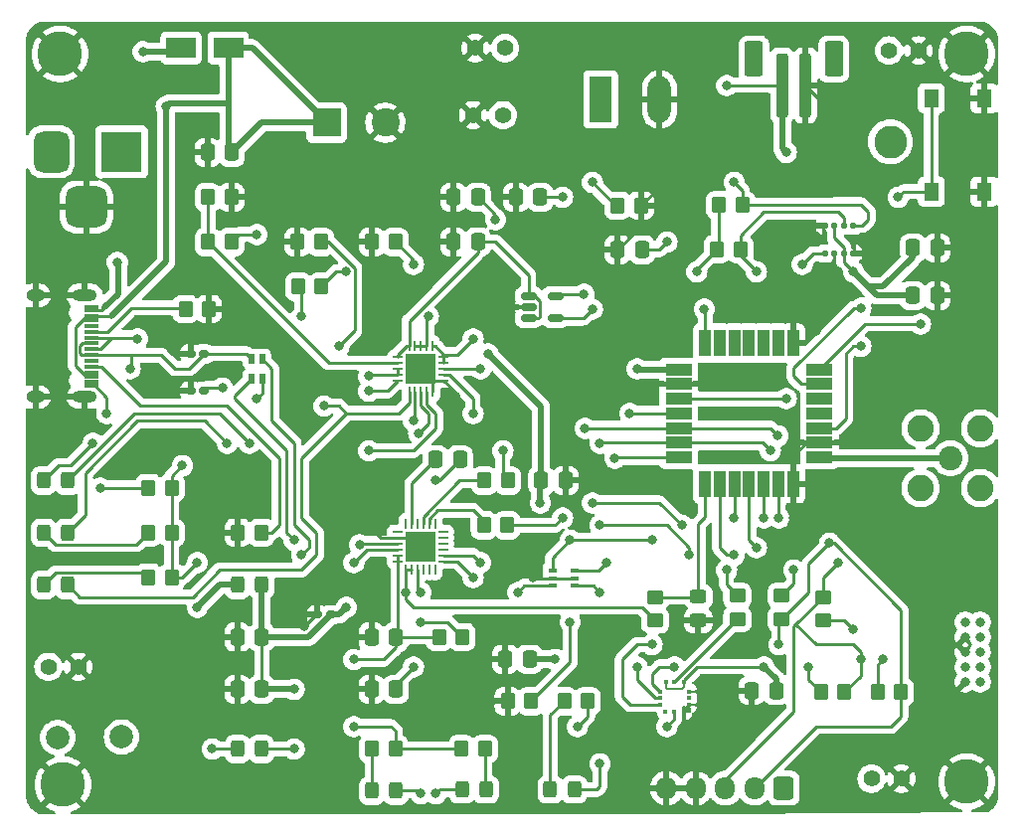
<source format=gbr>
%TF.GenerationSoftware,KiCad,Pcbnew,(6.0.0)*%
%TF.CreationDate,2022-01-26T17:49:50-05:00*%
%TF.ProjectId,aether,61657468-6572-42e6-9b69-6361645f7063,1*%
%TF.SameCoordinates,Original*%
%TF.FileFunction,Copper,L1,Top*%
%TF.FilePolarity,Positive*%
%FSLAX46Y46*%
G04 Gerber Fmt 4.6, Leading zero omitted, Abs format (unit mm)*
G04 Created by KiCad (PCBNEW (6.0.0)) date 2022-01-26 17:49:50*
%MOMM*%
%LPD*%
G01*
G04 APERTURE LIST*
G04 Aperture macros list*
%AMRoundRect*
0 Rectangle with rounded corners*
0 $1 Rounding radius*
0 $2 $3 $4 $5 $6 $7 $8 $9 X,Y pos of 4 corners*
0 Add a 4 corners polygon primitive as box body*
4,1,4,$2,$3,$4,$5,$6,$7,$8,$9,$2,$3,0*
0 Add four circle primitives for the rounded corners*
1,1,$1+$1,$2,$3*
1,1,$1+$1,$4,$5*
1,1,$1+$1,$6,$7*
1,1,$1+$1,$8,$9*
0 Add four rect primitives between the rounded corners*
20,1,$1+$1,$2,$3,$4,$5,0*
20,1,$1+$1,$4,$5,$6,$7,0*
20,1,$1+$1,$6,$7,$8,$9,0*
20,1,$1+$1,$8,$9,$2,$3,0*%
G04 Aperture macros list end*
%TA.AperFunction,ComponentPad*%
%ADD10C,2.600000*%
%TD*%
%TA.AperFunction,ConnectorPad*%
%ADD11C,3.800000*%
%TD*%
%TA.AperFunction,ComponentPad*%
%ADD12C,1.400000*%
%TD*%
%TA.AperFunction,SMDPad,CuDef*%
%ADD13R,2.500000X1.800000*%
%TD*%
%TA.AperFunction,SMDPad,CuDef*%
%ADD14RoundRect,0.250000X-0.350000X-0.450000X0.350000X-0.450000X0.350000X0.450000X-0.350000X0.450000X0*%
%TD*%
%TA.AperFunction,ComponentPad*%
%ADD15R,1.980000X3.960000*%
%TD*%
%TA.AperFunction,ComponentPad*%
%ADD16O,1.980000X3.960000*%
%TD*%
%TA.AperFunction,SMDPad,CuDef*%
%ADD17RoundRect,0.250000X-0.337500X-0.475000X0.337500X-0.475000X0.337500X0.475000X-0.337500X0.475000X0*%
%TD*%
%TA.AperFunction,SMDPad,CuDef*%
%ADD18RoundRect,0.250000X0.450000X-0.350000X0.450000X0.350000X-0.450000X0.350000X-0.450000X-0.350000X0*%
%TD*%
%TA.AperFunction,SMDPad,CuDef*%
%ADD19RoundRect,0.250000X0.350000X0.450000X-0.350000X0.450000X-0.350000X-0.450000X0.350000X-0.450000X0*%
%TD*%
%TA.AperFunction,SMDPad,CuDef*%
%ADD20RoundRect,0.250000X0.337500X0.475000X-0.337500X0.475000X-0.337500X-0.475000X0.337500X-0.475000X0*%
%TD*%
%TA.AperFunction,SMDPad,CuDef*%
%ADD21R,1.300000X1.550000*%
%TD*%
%TA.AperFunction,ComponentPad*%
%ADD22C,2.800000*%
%TD*%
%TA.AperFunction,ComponentPad*%
%ADD23RoundRect,0.250000X0.600000X0.725000X-0.600000X0.725000X-0.600000X-0.725000X0.600000X-0.725000X0*%
%TD*%
%TA.AperFunction,ComponentPad*%
%ADD24O,1.700000X1.950000*%
%TD*%
%TA.AperFunction,SMDPad,CuDef*%
%ADD25RoundRect,0.150000X-0.512500X-0.150000X0.512500X-0.150000X0.512500X0.150000X-0.512500X0.150000X0*%
%TD*%
%TA.AperFunction,SMDPad,CuDef*%
%ADD26RoundRect,0.160000X0.222500X0.160000X-0.222500X0.160000X-0.222500X-0.160000X0.222500X-0.160000X0*%
%TD*%
%TA.AperFunction,ComponentPad*%
%ADD27C,2.000000*%
%TD*%
%TA.AperFunction,SMDPad,CuDef*%
%ADD28RoundRect,0.062500X-0.350000X-0.062500X0.350000X-0.062500X0.350000X0.062500X-0.350000X0.062500X0*%
%TD*%
%TA.AperFunction,SMDPad,CuDef*%
%ADD29RoundRect,0.062500X-0.062500X-0.350000X0.062500X-0.350000X0.062500X0.350000X-0.062500X0.350000X0*%
%TD*%
%TA.AperFunction,SMDPad,CuDef*%
%ADD30R,2.600000X2.600000*%
%TD*%
%TA.AperFunction,SMDPad,CuDef*%
%ADD31RoundRect,0.250000X0.325000X0.450000X-0.325000X0.450000X-0.325000X-0.450000X0.325000X-0.450000X0*%
%TD*%
%TA.AperFunction,SMDPad,CuDef*%
%ADD32RoundRect,0.250000X-0.250000X-2.500000X0.250000X-2.500000X0.250000X2.500000X-0.250000X2.500000X0*%
%TD*%
%TA.AperFunction,SMDPad,CuDef*%
%ADD33RoundRect,0.250000X-0.550000X-1.250000X0.550000X-1.250000X0.550000X1.250000X-0.550000X1.250000X0*%
%TD*%
%TA.AperFunction,ComponentPad*%
%ADD34R,2.400000X2.400000*%
%TD*%
%TA.AperFunction,ComponentPad*%
%ADD35C,2.400000*%
%TD*%
%TA.AperFunction,SMDPad,CuDef*%
%ADD36RoundRect,0.250000X-0.450000X0.350000X-0.450000X-0.350000X0.450000X-0.350000X0.450000X0.350000X0*%
%TD*%
%TA.AperFunction,SMDPad,CuDef*%
%ADD37R,0.375000X0.350000*%
%TD*%
%TA.AperFunction,SMDPad,CuDef*%
%ADD38R,0.350000X0.375000*%
%TD*%
%TA.AperFunction,SMDPad,CuDef*%
%ADD39R,2.500000X2.500000*%
%TD*%
%TA.AperFunction,SMDPad,CuDef*%
%ADD40R,2.300000X1.000000*%
%TD*%
%TA.AperFunction,SMDPad,CuDef*%
%ADD41R,1.000000X2.300000*%
%TD*%
%TA.AperFunction,SMDPad,CuDef*%
%ADD42R,1.150000X0.300000*%
%TD*%
%TA.AperFunction,ComponentPad*%
%ADD43O,1.600000X1.000000*%
%TD*%
%TA.AperFunction,ComponentPad*%
%ADD44O,2.100000X1.000000*%
%TD*%
%TA.AperFunction,SMDPad,CuDef*%
%ADD45RoundRect,0.250000X-0.325000X-0.450000X0.325000X-0.450000X0.325000X0.450000X-0.325000X0.450000X0*%
%TD*%
%TA.AperFunction,SMDPad,CuDef*%
%ADD46RoundRect,0.025500X-0.229500X-0.354500X0.229500X-0.354500X0.229500X0.354500X-0.229500X0.354500X0*%
%TD*%
%TA.AperFunction,ComponentPad*%
%ADD47C,0.812800*%
%TD*%
%TA.AperFunction,ComponentPad*%
%ADD48R,3.500000X3.500000*%
%TD*%
%TA.AperFunction,ComponentPad*%
%ADD49RoundRect,0.750000X-0.750000X-1.000000X0.750000X-1.000000X0.750000X1.000000X-0.750000X1.000000X0*%
%TD*%
%TA.AperFunction,ComponentPad*%
%ADD50RoundRect,0.875000X-0.875000X-0.875000X0.875000X-0.875000X0.875000X0.875000X-0.875000X0.875000X0*%
%TD*%
%TA.AperFunction,SMDPad,CuDef*%
%ADD51RoundRect,0.125000X-0.125000X-0.137500X0.125000X-0.137500X0.125000X0.137500X-0.125000X0.137500X0*%
%TD*%
%TA.AperFunction,ComponentPad*%
%ADD52C,2.050000*%
%TD*%
%TA.AperFunction,ComponentPad*%
%ADD53C,2.250000*%
%TD*%
%TA.AperFunction,SMDPad,CuDef*%
%ADD54R,0.650000X0.400000*%
%TD*%
%TA.AperFunction,SMDPad,CuDef*%
%ADD55RoundRect,0.250000X-0.450000X0.325000X-0.450000X-0.325000X0.450000X-0.325000X0.450000X0.325000X0*%
%TD*%
%TA.AperFunction,ViaPad*%
%ADD56C,0.800000*%
%TD*%
%TA.AperFunction,Conductor*%
%ADD57C,0.250000*%
%TD*%
%TA.AperFunction,Conductor*%
%ADD58C,0.500000*%
%TD*%
%TA.AperFunction,Conductor*%
%ADD59C,0.127000*%
%TD*%
G04 APERTURE END LIST*
D10*
%TO.P,H2,1,1*%
%TO.N,GND*%
X119380000Y-135128000D03*
D11*
X119380000Y-135128000D03*
%TD*%
D12*
%TO.P,USB5V1,1,1*%
%TO.N,USB5V*%
X118130000Y-125095000D03*
%TO.P,USB5V1,2,2*%
%TO.N,GND*%
X120670000Y-125095000D03*
%TD*%
D13*
%TO.P,D1,1,K*%
%TO.N,VCC*%
X133445000Y-72390000D03*
%TO.P,D1,2,A*%
%TO.N,Net-(D1-Pad2)*%
X129445000Y-72390000D03*
%TD*%
D14*
%TO.P,R10,1*%
%TO.N,GND*%
X139335000Y-88900000D03*
%TO.P,R10,2*%
%TO.N,Net-(R10-Pad2)*%
X141335000Y-88900000D03*
%TD*%
D15*
%TO.P,10k1,1*%
%TO.N,Net-(10k1-Pad1)*%
X165179800Y-76758800D03*
D16*
%TO.P,10k1,2*%
%TO.N,GND*%
X170179800Y-76758800D03*
%TD*%
D17*
%TO.P,C15,1*%
%TO.N,+3.3V*%
X191748500Y-93472000D03*
%TO.P,C15,2*%
%TO.N,GND*%
X193823500Y-93472000D03*
%TD*%
D18*
%TO.P,R26,1*%
%TO.N,USB5V*%
X169799000Y-121142000D03*
%TO.P,R26,2*%
%TO.N,PB3*%
X169799000Y-119142000D03*
%TD*%
D19*
%TO.P,R18,1*%
%TO.N,GND*%
X168589200Y-85801200D03*
%TO.P,R18,2*%
%TO.N,Net-(10k1-Pad1)*%
X166589200Y-85801200D03*
%TD*%
D20*
%TO.P,C12,1*%
%TO.N,+5V*%
X159101700Y-124434600D03*
%TO.P,C12,2*%
%TO.N,GND*%
X157026700Y-124434600D03*
%TD*%
D14*
%TO.P,R20,1*%
%TO.N,+3.3V*%
X183912000Y-127254000D03*
%TO.P,R20,2*%
%TO.N,PB15{slash}SCL*%
X185912000Y-127254000D03*
%TD*%
D12*
%TO.P,DC_Input2,1,1*%
%TO.N,GND*%
X154305000Y-78105000D03*
%TO.P,DC_Input2,2,2*%
%TO.N,VCC*%
X156845000Y-78105000D03*
%TD*%
D19*
%TO.P,R9,1*%
%TO.N,GND*%
X133715000Y-85090000D03*
%TO.P,R9,2*%
%TO.N,Net-(R8-Pad1)*%
X131715000Y-85090000D03*
%TD*%
D14*
%TO.P,R2,1*%
%TO.N,Net-(3.3V_Power1-Pad2)*%
X162068000Y-128016000D03*
%TO.P,R2,2*%
%TO.N,+3.3V*%
X164068000Y-128016000D03*
%TD*%
D20*
%TO.P,C3,1*%
%TO.N,USB5V*%
X136292500Y-127000000D03*
%TO.P,C3,2*%
%TO.N,GND*%
X134217500Y-127000000D03*
%TD*%
D14*
%TO.P,R25,1*%
%TO.N,+3.3V*%
X175225200Y-85750400D03*
%TO.P,R25,2*%
%TO.N,PB15{slash}SCL*%
X177225200Y-85750400D03*
%TD*%
D21*
%TO.P,S1,1*%
%TO.N,RST*%
X193330000Y-76670000D03*
X193330000Y-84620000D03*
%TO.P,S1,2*%
%TO.N,GND*%
X197830000Y-76670000D03*
X197830000Y-84620000D03*
%TD*%
D17*
%TO.P,C13,1*%
%TO.N,+3.3V*%
X191748500Y-89408000D03*
%TO.P,C13,2*%
%TO.N,GND*%
X193823500Y-89408000D03*
%TD*%
D14*
%TO.P,R3,1*%
%TO.N,GND*%
X134255000Y-113665000D03*
%TO.P,R3,2*%
%TO.N,Net-(J1-PadB5)*%
X136255000Y-113665000D03*
%TD*%
D22*
%TO.P,TP1,1,1*%
%TO.N,Net-(TP1-Pad1)*%
X189839600Y-80365600D03*
%TD*%
D20*
%TO.P,C14,1*%
%TO.N,+3.3V*%
X180107500Y-127101600D03*
%TO.P,C14,2*%
%TO.N,GND*%
X178032500Y-127101600D03*
%TD*%
D23*
%TO.P,PMSensor1,1,VDD*%
%TO.N,+5V*%
X180768000Y-135428000D03*
D24*
%TO.P,PMSensor1,2,SDA*%
%TO.N,PA15{slash}SDA*%
X178268000Y-135428000D03*
%TO.P,PMSensor1,3,SCL*%
%TO.N,PB15{slash}SCL*%
X175768000Y-135428000D03*
%TO.P,PMSensor1,4,SEL*%
%TO.N,GND*%
X173268000Y-135428000D03*
%TO.P,PMSensor1,5,GND*%
X170768000Y-135428000D03*
%TD*%
D25*
%TO.P,U3,1,VIN*%
%TO.N,Net-(C7-Pad1)*%
X159034900Y-93487200D03*
%TO.P,U3,2,GND*%
%TO.N,GND*%
X159034900Y-94437200D03*
%TO.P,U3,3,ON/~{OFF}*%
%TO.N,Net-(C7-Pad1)*%
X159034900Y-95387200D03*
%TO.P,U3,4,BP*%
%TO.N,Net-(C10-Pad1)*%
X161309900Y-95387200D03*
%TO.P,U3,5,VOUT*%
%TO.N,+3.3V*%
X161309900Y-93487200D03*
%TD*%
D14*
%TO.P,R14,1*%
%TO.N,/Power/VDD*%
X153305000Y-132080000D03*
%TO.P,R14,2*%
%TO.N,Net-(R14-Pad2)*%
X155305000Y-132080000D03*
%TD*%
D19*
%TO.P,R15,1*%
%TO.N,/Power/VDD*%
X147685000Y-132080000D03*
%TO.P,R15,2*%
%TO.N,Net-(R15-Pad2)*%
X145685000Y-132080000D03*
%TD*%
D14*
%TO.P,R4,1*%
%TO.N,Net-(Charge/LBO1-Pad2)*%
X126635000Y-113665000D03*
%TO.P,R4,2*%
%TO.N,VCC*%
X128635000Y-113665000D03*
%TD*%
D26*
%TO.P,D2,1,A1*%
%TO.N,USB5V*%
X142177500Y-120650000D03*
%TO.P,D2,2,A2*%
%TO.N,GND*%
X141032500Y-120650000D03*
%TD*%
D20*
%TO.P,C11,1*%
%TO.N,+3.3V*%
X154707500Y-85090000D03*
%TO.P,C11,2*%
%TO.N,GND*%
X152632500Y-85090000D03*
%TD*%
D12*
%TO.P,5V_Test1,1,1*%
%TO.N,+5V*%
X188234000Y-134620000D03*
%TO.P,5V_Test1,2,2*%
%TO.N,GND*%
X190774000Y-134620000D03*
%TD*%
D27*
%TO.P,D+1,1,1*%
%TO.N,Net-(D+1-Pad1)*%
X124358400Y-131064000D03*
%TD*%
D28*
%TO.P,U1,1,~{RI}/CLK*%
%TO.N,unconnected-(U1-Pad1)*%
X147882100Y-113598400D03*
%TO.P,U1,2,GND*%
%TO.N,GND*%
X147882100Y-114098400D03*
%TO.P,U1,3,D+*%
%TO.N,Net-(FL1-Pad2)*%
X147882100Y-114598400D03*
%TO.P,U1,4,D-*%
%TO.N,Net-(FL1-Pad4)*%
X147882100Y-115098400D03*
%TO.P,U1,5,VIO*%
%TO.N,/Power/VDD*%
X147882100Y-115598400D03*
%TO.P,U1,6,VDD*%
X147882100Y-116098400D03*
D29*
%TO.P,U1,7,VREGIN*%
%TO.N,USB5V*%
X148569600Y-116785900D03*
%TO.P,U1,8,VBUS*%
X149069600Y-116785900D03*
%TO.P,U1,9,~{RST}*%
%TO.N,Net-(R7-Pad1)*%
X149569600Y-116785900D03*
%TO.P,U1,10,NC*%
%TO.N,unconnected-(U1-Pad10)*%
X150069600Y-116785900D03*
%TO.P,U1,11,~{WAKEUP}/GPIO.3*%
%TO.N,unconnected-(U1-Pad11)*%
X150569600Y-116785900D03*
%TO.P,U1,12,RS485/GPIO.2*%
%TO.N,unconnected-(U1-Pad12)*%
X151069600Y-116785900D03*
D28*
%TO.P,U1,13,~{RXT}/GPIO.1*%
%TO.N,Net-(RX1-Pad1)*%
X151757100Y-116098400D03*
%TO.P,U1,14,~{TXT}/GPIO.0*%
%TO.N,Net-(TX1-Pad1)*%
X151757100Y-115598400D03*
%TO.P,U1,15,~{SUSPEND}*%
%TO.N,unconnected-(U1-Pad15)*%
X151757100Y-115098400D03*
%TO.P,U1,16,NC*%
%TO.N,unconnected-(U1-Pad16)*%
X151757100Y-114598400D03*
%TO.P,U1,17,SUSPEND*%
%TO.N,unconnected-(U1-Pad17)*%
X151757100Y-114098400D03*
%TO.P,U1,18,~{CTS}*%
%TO.N,unconnected-(U1-Pad18)*%
X151757100Y-113598400D03*
D29*
%TO.P,U1,19,~{RTS}*%
%TO.N,unconnected-(U1-Pad19)*%
X151069600Y-112910900D03*
%TO.P,U1,20,RXD*%
%TO.N,Net-(R13-Pad2)*%
X150569600Y-112910900D03*
%TO.P,U1,21,TXD*%
%TO.N,Net-(R12-Pad2)*%
X150069600Y-112910900D03*
%TO.P,U1,22,~{DSR}*%
%TO.N,unconnected-(U1-Pad22)*%
X149569600Y-112910900D03*
%TO.P,U1,23,~{DTR}*%
%TO.N,Net-(C6-Pad2)*%
X149069600Y-112910900D03*
%TO.P,U1,24,~{DCD}*%
%TO.N,unconnected-(U1-Pad24)*%
X148569600Y-112910900D03*
D30*
%TO.P,U1,25,GND*%
%TO.N,GND*%
X149819600Y-114848400D03*
%TD*%
D14*
%TO.P,R6,1*%
%TO.N,Net-(Power_On1-Pad2)*%
X126635000Y-117475000D03*
%TO.P,R6,2*%
%TO.N,VCC*%
X128635000Y-117475000D03*
%TD*%
D31*
%TO.P,Charge/LBO1,1,K*%
%TO.N,Charge{slash}LBO *%
X119770000Y-113665000D03*
%TO.P,Charge/LBO1,2,A*%
%TO.N,Net-(Charge/LBO1-Pad2)*%
X117720000Y-113665000D03*
%TD*%
D10*
%TO.P,H4,1,1*%
%TO.N,GND*%
X119126000Y-72898000D03*
D11*
X119126000Y-72898000D03*
%TD*%
D26*
%TO.P,D3,1,A1*%
%TO.N,Net-(D-1-Pad1)*%
X131382500Y-101600000D03*
%TO.P,D3,2,A2*%
%TO.N,GND*%
X130237500Y-101600000D03*
%TD*%
D31*
%TO.P,RX1,1,K*%
%TO.N,Net-(RX1-Pad1)*%
X147735400Y-135636000D03*
%TO.P,RX1,2,A*%
%TO.N,Net-(R15-Pad2)*%
X145685400Y-135636000D03*
%TD*%
D27*
%TO.P,D-1,1,1*%
%TO.N,Net-(D-1-Pad1)*%
X118922800Y-131114800D03*
%TD*%
D32*
%TO.P,Battery_Connect1,1,Pin_1*%
%TO.N,Battery*%
X180610000Y-75574400D03*
%TO.P,Battery_Connect1,2,Pin_2*%
%TO.N,GND*%
X182610000Y-75574400D03*
D33*
%TO.P,Battery_Connect1,MP*%
%TO.N,N/C*%
X178210000Y-73324400D03*
X185010000Y-73324400D03*
%TD*%
D17*
%TO.P,C16,1*%
%TO.N,GND*%
X166602500Y-89560400D03*
%TO.P,C16,2*%
%TO.N,+3.3V*%
X168677500Y-89560400D03*
%TD*%
D20*
%TO.P,C5,1*%
%TO.N,/Power/VDD*%
X147722500Y-122555000D03*
%TO.P,C5,2*%
%TO.N,GND*%
X145647500Y-122555000D03*
%TD*%
D34*
%TO.P,C1,1*%
%TO.N,VCC*%
X141829785Y-78740000D03*
D35*
%TO.P,C1,2*%
%TO.N,GND*%
X146829785Y-78740000D03*
%TD*%
D31*
%TO.P,L1,1,1*%
%TO.N,Battery*%
X136280000Y-132080000D03*
%TO.P,L1,2,2*%
%TO.N,Net-(L1-Pad2)*%
X134230000Y-132080000D03*
%TD*%
D12*
%TO.P,3.3V_Test1,1,1*%
%TO.N,+3.3V*%
X157022800Y-72390000D03*
%TO.P,3.3V_Test1,2,2*%
%TO.N,GND*%
X154482800Y-72390000D03*
%TD*%
D31*
%TO.P,Done1,1,K*%
%TO.N,Charge Done*%
X119770000Y-109220000D03*
%TO.P,Done1,2,A*%
%TO.N,Net-(Done1-Pad2)*%
X117720000Y-109220000D03*
%TD*%
D19*
%TO.P,R13,1*%
%TO.N,PB6{slash}TX*%
X157210000Y-113030000D03*
%TO.P,R13,2*%
%TO.N,Net-(R13-Pad2)*%
X155210000Y-113030000D03*
%TD*%
D14*
%TO.P,R11,1*%
%TO.N,GND*%
X145685000Y-88900000D03*
%TO.P,R11,2*%
%TO.N,Net-(R11-Pad2)*%
X147685000Y-88900000D03*
%TD*%
D20*
%TO.P,C10,1*%
%TO.N,Net-(C10-Pad1)*%
X160020000Y-85090000D03*
%TO.P,C10,2*%
%TO.N,GND*%
X157945000Y-85090000D03*
%TD*%
D31*
%TO.P,Power_On1,1,K*%
%TO.N,Power On*%
X119770000Y-118110000D03*
%TO.P,Power_On1,2,A*%
%TO.N,Net-(Power_On1-Pad2)*%
X117720000Y-118110000D03*
%TD*%
D36*
%TO.P,R19,1*%
%TO.N,+3.3V*%
X176809400Y-119040400D03*
%TO.P,R19,2*%
%TO.N,Net-(R19-Pad2)*%
X176809400Y-121040400D03*
%TD*%
D20*
%TO.P,C9,1*%
%TO.N,Battery*%
X147722500Y-127000000D03*
%TO.P,C9,2*%
%TO.N,GND*%
X145647500Y-127000000D03*
%TD*%
D19*
%TO.P,R1,1*%
%TO.N,GND*%
X131810000Y-94615000D03*
%TO.P,R1,2*%
%TO.N,Net-(J1-PadA5)*%
X129810000Y-94615000D03*
%TD*%
D20*
%TO.P,C2,1*%
%TO.N,VCC*%
X133752500Y-81280000D03*
%TO.P,C2,2*%
%TO.N,GND*%
X131677500Y-81280000D03*
%TD*%
D14*
%TO.P,R24,1*%
%TO.N,+3.3V*%
X175072800Y-89509600D03*
%TO.P,R24,2*%
%TO.N,PA15{slash}SDA*%
X177072800Y-89509600D03*
%TD*%
D37*
%TO.P,ZMOD1,1,SCL*%
%TO.N,PB15{slash}SCL*%
X170250000Y-127212000D03*
%TO.P,ZMOD1,2,SDA*%
%TO.N,PA15{slash}SDA*%
X170250000Y-127762000D03*
%TO.P,ZMOD1,3,INT*%
%TO.N,PB5{slash}ZMOD_INT*%
X170250000Y-128312000D03*
%TO.P,ZMOD1,4*%
%TO.N,N/C*%
X170687500Y-128912000D03*
D38*
%TO.P,ZMOD1,5,VDD*%
%TO.N,+3.3V*%
X171450000Y-128912000D03*
%TO.P,ZMOD1,6,VSS*%
%TO.N,GND*%
X172250000Y-128912000D03*
D37*
%TO.P,ZMOD1,7,VSS*%
X172650000Y-128312000D03*
%TO.P,ZMOD1,8,n.c*%
%TO.N,unconnected-(ZMOD1-Pad8)*%
X172650000Y-127762000D03*
%TO.P,ZMOD1,9,VSS*%
%TO.N,GND*%
X172650000Y-127187000D03*
%TO.P,ZMOD1,10,VDDH*%
%TO.N,+3.3V*%
X172250000Y-126412000D03*
D38*
%TO.P,ZMOD1,11,RES_N*%
%TO.N,Net-(R19-Pad2)*%
X171450000Y-126412000D03*
%TO.P,ZMOD1,12,VDDIO*%
%TO.N,+3.3V*%
X170700000Y-126412000D03*
%TD*%
D31*
%TO.P,3.3V_Power1,1,K*%
%TO.N,PB4{slash}LED*%
X162924600Y-135534400D03*
%TO.P,3.3V_Power1,2,A*%
%TO.N,Net-(3.3V_Power1-Pad2)*%
X160874600Y-135534400D03*
%TD*%
D19*
%TO.P,R17,1*%
%TO.N,Net-(10k1-Pad1)*%
X141400000Y-92710000D03*
%TO.P,R17,2*%
%TO.N,/Power/THERM*%
X139400000Y-92710000D03*
%TD*%
D11*
%TO.P,H1,1,1*%
%TO.N,GND*%
X196342000Y-134874000D03*
D10*
X196342000Y-134874000D03*
%TD*%
D28*
%TO.P,U2,1,OUT*%
%TO.N,Net-(C7-Pad1)*%
X147922500Y-98695000D03*
%TO.P,U2,2,VPCC*%
%TO.N,Net-(R8-Pad1)*%
X147922500Y-99195000D03*
%TO.P,U2,3,SEL*%
%TO.N,VCC*%
X147922500Y-99695000D03*
%TO.P,U2,4,PROG2*%
X147922500Y-100195000D03*
%TO.P,U2,5,THERM*%
%TO.N,/Power/THERM*%
X147922500Y-100695000D03*
D29*
%TO.P,U2,6,~{PG}*%
%TO.N,Power On*%
X148860000Y-101632500D03*
%TO.P,U2,7,STAT2*%
%TO.N,Charge Done*%
X149360000Y-101632500D03*
%TO.P,U2,8,STAT1/~{LBO}*%
%TO.N,Charge{slash}LBO *%
X149860000Y-101632500D03*
%TO.P,U2,9,~{TE}*%
%TO.N,VCC*%
X150360000Y-101632500D03*
%TO.P,U2,10,VSS*%
%TO.N,GND*%
X150860000Y-101632500D03*
D28*
%TO.P,U2,11,VSS*%
X151797500Y-100695000D03*
%TO.P,U2,12,PROG3*%
%TO.N,Net-(R11-Pad2)*%
X151797500Y-100195000D03*
%TO.P,U2,13,PROG1*%
%TO.N,Net-(R10-Pad2)*%
X151797500Y-99695000D03*
%TO.P,U2,14,VBAT*%
%TO.N,Battery*%
X151797500Y-99195000D03*
%TO.P,U2,15,VBAT*%
X151797500Y-98695000D03*
D29*
%TO.P,U2,16,Vbat_SENSE*%
X150860000Y-97757500D03*
%TO.P,U2,17,CE*%
%TO.N,VCC*%
X150360000Y-97757500D03*
%TO.P,U2,18,IN*%
X149860000Y-97757500D03*
%TO.P,U2,19,IN*%
X149360000Y-97757500D03*
%TO.P,U2,20,OUT*%
%TO.N,Net-(C7-Pad1)*%
X148860000Y-97757500D03*
D39*
%TO.P,U2,21,VSS*%
%TO.N,GND*%
X149860000Y-99695000D03*
%TD*%
D26*
%TO.P,D4,1,A1*%
%TO.N,Net-(D+1-Pad1)*%
X131382500Y-98425000D03*
%TO.P,D4,2,A2*%
%TO.N,GND*%
X130237500Y-98425000D03*
%TD*%
D19*
%TO.P,R12,1*%
%TO.N,PB7{slash}RX*%
X157260800Y-109220000D03*
%TO.P,R12,2*%
%TO.N,Net-(R12-Pad2)*%
X155260800Y-109220000D03*
%TD*%
D20*
%TO.P,C7,1*%
%TO.N,Net-(C7-Pad1)*%
X154707500Y-88900000D03*
%TO.P,C7,2*%
%TO.N,GND*%
X152632500Y-88900000D03*
%TD*%
D17*
%TO.P,C8,1*%
%TO.N,Battery*%
X160100100Y-109220000D03*
%TO.P,C8,2*%
%TO.N,GND*%
X162175100Y-109220000D03*
%TD*%
D19*
%TO.P,R16,1*%
%TO.N,Boost SHDN{slash}PC1*%
X159242000Y-128016000D03*
%TO.P,R16,2*%
%TO.N,GND*%
X157242000Y-128016000D03*
%TD*%
D40*
%TO.P,U5,1,VCC*%
%TO.N,+3.3V*%
X171800000Y-99755000D03*
%TO.P,U5,2,GND*%
%TO.N,GND*%
X171800000Y-101005000D03*
%TO.P,U5,3,PA13*%
%TO.N,PA13{slash}SWDIO*%
X171800000Y-102255000D03*
%TO.P,U5,4,PA14*%
%TO.N,PA14{slash}SWCLK*%
X171800000Y-103505000D03*
%TO.P,U5,5,PB15*%
%TO.N,PB15{slash}SCL*%
X171800000Y-104755000D03*
%TO.P,U5,6,PA15*%
%TO.N,PA15{slash}SDA*%
X171800000Y-106005000D03*
%TO.P,U5,7,PB4*%
%TO.N,PB4{slash}LED*%
X171800000Y-107255000D03*
D41*
%TO.P,U5,8,PB3*%
%TO.N,PB3*%
X174050000Y-109505000D03*
%TO.P,U5,9,PB7*%
%TO.N,PB7{slash}RX*%
X175300000Y-109505000D03*
%TO.P,U5,10,PB6*%
%TO.N,PB6{slash}TX*%
X176550000Y-109505000D03*
%TO.P,U5,11,PB5*%
%TO.N,PB5{slash}ZMOD_INT*%
X177800000Y-109505000D03*
%TO.P,U5,12,PC1*%
%TO.N,Boost SHDN{slash}PC1*%
X179050000Y-109505000D03*
%TO.P,U5,13,PC0*%
%TO.N,Charge{slash}LBO *%
X180300000Y-109505000D03*
%TO.P,U5,14,GND*%
%TO.N,GND*%
X181550000Y-109505000D03*
D40*
%TO.P,U5,15,RFIO*%
%TO.N,Net-(AE1-Pad1)*%
X183800000Y-107255000D03*
%TO.P,U5,16,GND*%
%TO.N,GND*%
X183800000Y-106005000D03*
%TO.P,U5,17,RST*%
%TO.N,RST*%
X183800000Y-104755000D03*
%TO.P,U5,18,PA3*%
%TO.N,PA3{slash}RX2*%
X183800000Y-103505000D03*
%TO.P,U5,19,PA2*%
%TO.N,PA2{slash}TX2*%
X183800000Y-102255000D03*
%TO.P,U5,20,PB10*%
%TO.N,Charge Done*%
X183800000Y-101005000D03*
%TO.P,U5,21,PA9*%
%TO.N,Power On*%
X183800000Y-99755000D03*
D41*
%TO.P,U5,22,GND*%
%TO.N,GND*%
X181550000Y-97505000D03*
%TO.P,U5,23,PA0*%
%TO.N,PA0{slash}D0*%
X180300000Y-97505000D03*
%TO.P,U5,24,PB13~{}*%
%TO.N,PB13{slash}SCK*%
X179050000Y-97505000D03*
%TO.P,U5,25,PB9*%
%TO.N,PB9{slash}NSS*%
X177800000Y-97505000D03*
%TO.P,U5,26,PB14*%
%TO.N,PB14{slash}MISO*%
X176550000Y-97505000D03*
%TO.P,U5,27,PA10*%
%TO.N,PA10{slash}MOSI*%
X175300000Y-97505000D03*
%TO.P,U5,28,PB0*%
%TO.N,Net-(TP1-Pad1)*%
X174050000Y-97505000D03*
%TD*%
D12*
%TO.P,Li-Batt1,1,1*%
%TO.N,Battery*%
X189707200Y-72593200D03*
%TO.P,Li-Batt1,2,2*%
%TO.N,GND*%
X192247200Y-72593200D03*
%TD*%
D42*
%TO.P,J1,A1,GND*%
%TO.N,/Power/GND_Break*%
X121780000Y-94440000D03*
%TO.P,J1,A4,VBUS*%
%TO.N,VCC*%
X121780000Y-95240000D03*
%TO.P,J1,A5,CC1*%
%TO.N,Net-(J1-PadA5)*%
X121780000Y-96540000D03*
%TO.P,J1,A6,D+*%
%TO.N,Net-(D+1-Pad1)*%
X121780000Y-97540000D03*
%TO.P,J1,A7,D-*%
%TO.N,Net-(D-1-Pad1)*%
X121780000Y-98040000D03*
%TO.P,J1,A8,SBU1*%
%TO.N,unconnected-(J1-PadA8)*%
X121780000Y-99040000D03*
%TO.P,J1,A9,VBUS*%
%TO.N,VCC*%
X121780000Y-100340000D03*
%TO.P,J1,A12,GND*%
%TO.N,/Power/GND_Break*%
X121780000Y-101140000D03*
%TO.P,J1,B1,GND*%
X121780000Y-100840000D03*
%TO.P,J1,B4,VBUS*%
%TO.N,VCC*%
X121780000Y-100040000D03*
%TO.P,J1,B5,CC2*%
%TO.N,Net-(J1-PadB5)*%
X121780000Y-99540000D03*
%TO.P,J1,B6,D+*%
%TO.N,Net-(D+1-Pad1)*%
X121780000Y-98540000D03*
%TO.P,J1,B7,D-*%
%TO.N,Net-(D-1-Pad1)*%
X121780000Y-97040000D03*
%TO.P,J1,B8,SBU2*%
%TO.N,unconnected-(J1-PadB8)*%
X121780000Y-96040000D03*
%TO.P,J1,B9,VBUS*%
%TO.N,VCC*%
X121780000Y-95540000D03*
%TO.P,J1,B12,GND*%
%TO.N,/Power/GND_Break*%
X121780000Y-94740000D03*
D43*
%TO.P,J1,S1,SHIELD*%
%TO.N,GND*%
X117035000Y-102110000D03*
D44*
X121215000Y-93470000D03*
D43*
X117035000Y-93470000D03*
D44*
X121215000Y-102110000D03*
%TD*%
D20*
%TO.P,C4,1*%
%TO.N,USB5V*%
X136292500Y-122555000D03*
%TO.P,C4,2*%
%TO.N,GND*%
X134217500Y-122555000D03*
%TD*%
D45*
%TO.P,F1,1*%
%TO.N,VCC*%
X134230000Y-118110000D03*
%TO.P,F1,2*%
%TO.N,USB5V*%
X136280000Y-118110000D03*
%TD*%
D46*
%TO.P,FL1,1,1*%
%TO.N,Net-(D+1-Pad1)*%
X135455000Y-98860000D03*
%TO.P,FL1,2,2*%
%TO.N,Net-(FL1-Pad2)*%
X135455000Y-100530000D03*
%TO.P,FL1,3,3*%
%TO.N,Net-(D-1-Pad1)*%
X136325000Y-100530000D03*
%TO.P,FL1,4,4*%
%TO.N,Net-(FL1-Pad4)*%
X136325000Y-98860000D03*
%TD*%
D47*
%TO.P,J2,1,VDD*%
%TO.N,+3.3V*%
X196215000Y-121285000D03*
%TO.P,J2,2,SWDIO*%
%TO.N,PA13{slash}SWDIO*%
X197485000Y-121285000D03*
%TO.P,J2,3,GND*%
%TO.N,GND*%
X196215000Y-122555000D03*
%TO.P,J2,4,SWDCLK*%
%TO.N,PA14{slash}SWCLK*%
X197485000Y-122555000D03*
%TO.P,J2,5,GND@1*%
%TO.N,GND*%
X196215000Y-123825000D03*
%TO.P,J2,6,SWO*%
%TO.N,unconnected-(J2-Pad6)*%
X197475000Y-123825000D03*
%TO.P,J2,7,KEY*%
%TO.N,unconnected-(J2-Pad7)*%
X196215000Y-125095000D03*
%TO.P,J2,8,NC*%
%TO.N,unconnected-(J2-Pad8)*%
X197485000Y-125095000D03*
%TO.P,J2,9,GND_DETECT*%
%TO.N,GND*%
X196215000Y-126365000D03*
%TO.P,J2,10,RESET*%
%TO.N,RST*%
X197485000Y-126365000D03*
%TD*%
D36*
%TO.P,R21,1*%
%TO.N,+3.3V*%
X180594000Y-119015000D03*
%TO.P,R21,2*%
%TO.N,PA15{slash}SDA*%
X180594000Y-121015000D03*
%TD*%
D48*
%TO.P,DC_Input1,1*%
%TO.N,Net-(D1-Pad2)*%
X124374589Y-81220310D03*
D49*
%TO.P,DC_Input1,2*%
%TO.N,/Power/GND_Break*%
X118374589Y-81220310D03*
D50*
%TO.P,DC_Input1,3*%
%TO.N,GND*%
X121374589Y-85920310D03*
%TD*%
D51*
%TO.P,BME1,1,GND*%
%TO.N,GND*%
X184270800Y-87509300D03*
%TO.P,BME1,2,CSB*%
%TO.N,+3.3V*%
X185070800Y-87509300D03*
%TO.P,BME1,3,SDI*%
%TO.N,PA15{slash}SDA*%
X185870800Y-87509300D03*
%TO.P,BME1,4,SCK*%
%TO.N,PB15{slash}SCL*%
X186670800Y-87509300D03*
%TO.P,BME1,5,SDO*%
%TO.N,GND*%
X186670800Y-89884300D03*
%TO.P,BME1,6,VDDIO*%
%TO.N,+3.3V*%
X185870800Y-89884300D03*
%TO.P,BME1,7,GND*%
%TO.N,GND*%
X185070800Y-89884300D03*
%TO.P,BME1,8,VDD*%
%TO.N,+3.3V*%
X184270800Y-89884300D03*
%TD*%
D14*
%TO.P,R8,1*%
%TO.N,Net-(R8-Pad1)*%
X131715000Y-88900000D03*
%TO.P,R8,2*%
%TO.N,VCC*%
X133715000Y-88900000D03*
%TD*%
%TO.P,R22,1*%
%TO.N,+3.3V*%
X188738000Y-127254000D03*
%TO.P,R22,2*%
%TO.N,PA15{slash}SDA*%
X190738000Y-127254000D03*
%TD*%
D19*
%TO.P,R7,1*%
%TO.N,Net-(R7-Pad1)*%
X153400000Y-122555000D03*
%TO.P,R7,2*%
%TO.N,/Power/VDD*%
X151400000Y-122555000D03*
%TD*%
D20*
%TO.P,C6,1*%
%TO.N,RST*%
X153183500Y-107442000D03*
%TO.P,C6,2*%
%TO.N,Net-(C6-Pad2)*%
X151108500Y-107442000D03*
%TD*%
D14*
%TO.P,R5,1*%
%TO.N,Net-(Done1-Pad2)*%
X126635000Y-109855000D03*
%TO.P,R5,2*%
%TO.N,VCC*%
X128635000Y-109855000D03*
%TD*%
D52*
%TO.P,AE1,1,A*%
%TO.N,Net-(AE1-Pad1)*%
X194945000Y-107315000D03*
D53*
%TO.P,AE1,2*%
%TO.N,N/C*%
X197485000Y-104775000D03*
X192405000Y-104775000D03*
X197485000Y-109855000D03*
X192405000Y-109855000D03*
%TD*%
D54*
%TO.P,U4,1,~{SHDN}*%
%TO.N,Boost SHDN{slash}PC1*%
X161051200Y-116901200D03*
%TO.P,U4,2,GND*%
%TO.N,GND*%
X161051200Y-117551200D03*
%TO.P,U4,3,VIN*%
%TO.N,Battery*%
X161051200Y-118201200D03*
%TO.P,U4,4,VOUT*%
%TO.N,+5V*%
X162951200Y-118201200D03*
%TO.P,U4,5,GND*%
%TO.N,GND*%
X162951200Y-117551200D03*
%TO.P,U4,6,SW*%
%TO.N,Net-(L1-Pad2)*%
X162951200Y-116901200D03*
%TD*%
D45*
%TO.P,TX1,1,K*%
%TO.N,Net-(TX1-Pad1)*%
X153356200Y-135534400D03*
%TO.P,TX1,2,A*%
%TO.N,Net-(R14-Pad2)*%
X155406200Y-135534400D03*
%TD*%
D18*
%TO.P,R23,1*%
%TO.N,+3.3V*%
X184150000Y-121142000D03*
%TO.P,R23,2*%
%TO.N,PB15{slash}SCL*%
X184150000Y-119142000D03*
%TD*%
D10*
%TO.P,H3,1,1*%
%TO.N,GND*%
X196342000Y-72898000D03*
D11*
X196342000Y-72898000D03*
%TD*%
D55*
%TO.P,D5,1,K*%
%TO.N,PB3*%
X173482000Y-119091600D03*
%TO.P,D5,2,A*%
%TO.N,GND*%
X173482000Y-121141600D03*
%TD*%
D56*
%TO.N,+3.3V*%
X181610000Y-116840000D03*
X182880000Y-125095000D03*
X189230000Y-124460000D03*
X186690000Y-91440000D03*
X173355000Y-91440000D03*
X163740500Y-93345000D03*
X170815000Y-130175000D03*
X175895000Y-116840000D03*
X182334500Y-90805000D03*
X168275000Y-99695000D03*
X186690000Y-121920000D03*
X170815000Y-88900000D03*
X179070000Y-125095000D03*
X156210000Y-86995000D03*
X163195000Y-130175000D03*
%TO.N,GND*%
X189865000Y-112395000D03*
X194310000Y-113665000D03*
X191135000Y-100330000D03*
X181610000Y-112395000D03*
X144018000Y-122682000D03*
X189865000Y-100965000D03*
X194945000Y-102235000D03*
X192405000Y-100965000D03*
X195580000Y-89535000D03*
X169545000Y-100965000D03*
X197485000Y-100965000D03*
X192405000Y-102235000D03*
X193040000Y-113665000D03*
X139954000Y-121666000D03*
X189865000Y-111125000D03*
X183515000Y-96520000D03*
X188595000Y-90805000D03*
X195580000Y-114935000D03*
X129540000Y-81280000D03*
X175895000Y-127000000D03*
X196850000Y-114935000D03*
X196215000Y-99695000D03*
X194310000Y-112395000D03*
X144018000Y-127000000D03*
X165091999Y-109944500D03*
X191135000Y-101600000D03*
X189865000Y-106045000D03*
X198120000Y-112395000D03*
X198120000Y-113665000D03*
X132588000Y-113538000D03*
X196904594Y-113670472D03*
X127660400Y-101600000D03*
X198120000Y-114935000D03*
X171450000Y-121920000D03*
X191770000Y-112395000D03*
X196215000Y-100965000D03*
X152400000Y-104140000D03*
X196850000Y-112395000D03*
X193040000Y-112395000D03*
X192402477Y-99680394D03*
X196215000Y-102235000D03*
X189865000Y-109855000D03*
X189865000Y-102235000D03*
X193669954Y-99680394D03*
X173990000Y-128270000D03*
X191770000Y-114935000D03*
X185420000Y-91440000D03*
X194945000Y-100965000D03*
X189865000Y-108585000D03*
X195580000Y-93345000D03*
X187325000Y-76835000D03*
X193040000Y-114935000D03*
X190500000Y-113665000D03*
X189865000Y-104775000D03*
X189865000Y-103505000D03*
X197485000Y-102235000D03*
X197485000Y-99695000D03*
X159385000Y-117475000D03*
X191770000Y-113665000D03*
X156845000Y-94615000D03*
X194306481Y-114927697D03*
X194945000Y-99695000D03*
X193671727Y-100942357D03*
X182880000Y-87630000D03*
X193675000Y-102235000D03*
X195580000Y-113665000D03*
X145288000Y-112979200D03*
X195580000Y-112395000D03*
%TO.N,PB4{slash}LED*%
X166370000Y-107315000D03*
X165100000Y-133350000D03*
%TO.N,+5V*%
X165100000Y-118745000D03*
X161290000Y-124460000D03*
%TO.N,Net-(10k1-Pad1)*%
X143510000Y-91440000D03*
X164465000Y-83820000D03*
%TO.N,Battery*%
X155575000Y-98425000D03*
X149225000Y-125095000D03*
X158115000Y-118745000D03*
X180975000Y-81280000D03*
X139065000Y-132080000D03*
X160020000Y-111125000D03*
X154305000Y-97155000D03*
X175895000Y-75565000D03*
%TO.N,PA15{slash}SDA*%
X178435000Y-91440000D03*
X168275000Y-125095000D03*
X165100000Y-106045000D03*
X184654610Y-114559912D03*
X180340000Y-123190000D03*
X179615500Y-106680000D03*
%TO.N,PB15{slash}SCL*%
X176530000Y-83820000D03*
X163830000Y-104775000D03*
X185420000Y-116205000D03*
X171450000Y-125095000D03*
X187325000Y-124460000D03*
X180250500Y-105410000D03*
%TO.N,USB5V*%
X139065000Y-127000000D03*
X143510000Y-120015000D03*
X148590000Y-118745000D03*
%TO.N,/Power/VDD*%
X144145000Y-130175000D03*
X144145000Y-124460000D03*
%TO.N,RST*%
X190500000Y-85090000D03*
X187325000Y-97790000D03*
X151130000Y-109220000D03*
%TO.N,Net-(C10-Pad1)*%
X164465000Y-94615000D03*
X161925000Y-85090000D03*
%TO.N,Charge{slash}LBO *%
X149665201Y-105215201D03*
X133350000Y-106045000D03*
X180340000Y-112395000D03*
%TO.N,Net-(D+1-Pad1)*%
X125095000Y-99695000D03*
%TO.N,Net-(D-1-Pad1)*%
X135890000Y-102235000D03*
X132943600Y-101346000D03*
X125730000Y-97155000D03*
%TO.N,Net-(D1-Pad2)*%
X126187200Y-72694800D03*
%TO.N,/Power/GND_Break*%
X123100500Y-103505000D03*
X124002800Y-90627200D03*
%TO.N,Charge Done*%
X187325000Y-94538800D03*
X135255000Y-106045000D03*
X149225000Y-104140000D03*
%TO.N,Net-(Done1-Pad2)*%
X121920000Y-106045000D03*
X122555000Y-109855000D03*
%TO.N,Net-(FL1-Pad2)*%
X144629861Y-114695541D03*
X139065000Y-114300000D03*
%TO.N,Net-(FL1-Pad4)*%
X144145000Y-116205000D03*
X139700000Y-115570000D03*
%TO.N,PA13{slash}SWDIO*%
X180975000Y-102235000D03*
%TO.N,PA14{slash}SWCLK*%
X167640000Y-103505000D03*
%TO.N,Power On*%
X141605000Y-102870000D03*
X192405000Y-95885000D03*
%TO.N,Boost SHDN{slash}PC1*%
X179070000Y-112395000D03*
X162560000Y-114300000D03*
X162560000Y-121285000D03*
X169545000Y-114300000D03*
%TO.N,PB5{slash}ZMOD_INT*%
X178435000Y-114935000D03*
X169545000Y-123190000D03*
%TO.N,PB6{slash}TX*%
X164465000Y-111125000D03*
X176530000Y-112395000D03*
X161925000Y-112395000D03*
X172085000Y-113030000D03*
%TO.N,PB7{slash}RX*%
X176530000Y-115570000D03*
X172720000Y-115570000D03*
X165100000Y-113030000D03*
X156845000Y-106680000D03*
%TO.N,Net-(L1-Pad2)*%
X132080000Y-132080000D03*
X165645500Y-116205000D03*
%TO.N,Net-(R7-Pad1)*%
X149860000Y-118745000D03*
X149860000Y-121285000D03*
%TO.N,Net-(R10-Pad2)*%
X142875000Y-97790000D03*
X154940000Y-99695000D03*
%TO.N,Net-(R11-Pad2)*%
X154305000Y-103505000D03*
X149225000Y-90805000D03*
%TO.N,/Power/THERM*%
X145415000Y-101600000D03*
X139700000Y-95250000D03*
%TO.N,Net-(TP1-Pad1)*%
X173990000Y-94615000D03*
%TO.N,Net-(RX1-Pad1)*%
X149860000Y-135890000D03*
X154305000Y-117475000D03*
%TO.N,Net-(TX1-Pad1)*%
X151130000Y-135890000D03*
X154940000Y-116205000D03*
%TO.N,VCC*%
X145415000Y-100330000D03*
X150495000Y-95250000D03*
X128168400Y-77343000D03*
X129540000Y-107950000D03*
X130810000Y-116205000D03*
X145415000Y-106680000D03*
X135890000Y-88265000D03*
X130810000Y-120015000D03*
%TD*%
D57*
%TO.N,+3.3V*%
X168335000Y-99755000D02*
X168275000Y-99695000D01*
D58*
X180107500Y-126132500D02*
X179070000Y-125095000D01*
D57*
X172250000Y-126200000D02*
X173355000Y-125095000D01*
X181610000Y-117999000D02*
X181610000Y-116840000D01*
D59*
X170815000Y-127000000D02*
X172085000Y-127000000D01*
D58*
X191748500Y-90191500D02*
X189230000Y-92710000D01*
D57*
X175225200Y-85750400D02*
X175225200Y-89357200D01*
X188738000Y-127254000D02*
X188738000Y-124952000D01*
D59*
X172085000Y-127000000D02*
X172250000Y-126835000D01*
D57*
X176809400Y-119024400D02*
X175895000Y-118110000D01*
D59*
X172250000Y-126835000D02*
X172250000Y-126412000D01*
D57*
X185870800Y-89350800D02*
X185870800Y-89884300D01*
X161452100Y-93345000D02*
X163740500Y-93345000D01*
X156210000Y-86592500D02*
X156210000Y-86995000D01*
X164068000Y-129302000D02*
X163195000Y-130175000D01*
D58*
X191748500Y-93472000D02*
X188722000Y-93472000D01*
D57*
X154707500Y-85090000D02*
X156210000Y-86592500D01*
D59*
X170700000Y-126412000D02*
X170700000Y-126885000D01*
D57*
X185070800Y-88550800D02*
X185870800Y-89350800D01*
X170154600Y-89560400D02*
X170815000Y-88900000D01*
X168677500Y-89560400D02*
X170154600Y-89560400D01*
X175072800Y-89509600D02*
X173355000Y-91227400D01*
D58*
X191748500Y-89408000D02*
X191748500Y-90191500D01*
D57*
X183912000Y-127254000D02*
X182880000Y-126222000D01*
X180594000Y-119015000D02*
X181610000Y-117999000D01*
X172250000Y-126412000D02*
X172250000Y-126200000D01*
X185912000Y-121142000D02*
X186690000Y-121920000D01*
X188738000Y-124952000D02*
X189230000Y-124460000D01*
X185870800Y-89884300D02*
X185870800Y-90620800D01*
X170815000Y-130175000D02*
X171450000Y-129540000D01*
D58*
X171800000Y-99755000D02*
X168335000Y-99755000D01*
X189230000Y-92710000D02*
X187960000Y-92710000D01*
X187960000Y-92710000D02*
X186690000Y-91440000D01*
D57*
X185870800Y-90620800D02*
X186690000Y-91440000D01*
X164068000Y-128016000D02*
X164068000Y-129302000D01*
D58*
X188722000Y-93472000D02*
X187960000Y-92710000D01*
D57*
X184150000Y-121142000D02*
X185912000Y-121142000D01*
X173355000Y-91227400D02*
X173355000Y-91440000D01*
X185070800Y-87509300D02*
X185070800Y-88550800D01*
D59*
X170700000Y-126885000D02*
X170815000Y-127000000D01*
D57*
X173355000Y-125095000D02*
X179070000Y-125095000D01*
X182880000Y-126222000D02*
X182880000Y-125095000D01*
X184270800Y-89884300D02*
X183255200Y-89884300D01*
X175895000Y-118110000D02*
X175895000Y-116840000D01*
D58*
X180107500Y-127101600D02*
X180107500Y-126132500D01*
D57*
X171450000Y-129540000D02*
X171450000Y-128912000D01*
X183255200Y-89884300D02*
X182334500Y-90805000D01*
%TO.N,GND*%
X173482000Y-121141600D02*
X172228400Y-121141600D01*
X171800000Y-101005000D02*
X169585000Y-101005000D01*
X140970000Y-120650000D02*
X139954000Y-121666000D01*
X183870600Y-76835000D02*
X187325000Y-76835000D01*
X151797500Y-100695000D02*
X153035000Y-101932500D01*
X170179800Y-84210600D02*
X170179800Y-76758800D01*
X157022800Y-94437200D02*
X156845000Y-94615000D01*
X130237500Y-101600000D02*
X127660400Y-101600000D01*
X182674600Y-106005000D02*
X181550000Y-107129600D01*
X195453000Y-89408000D02*
X195580000Y-89535000D01*
D59*
X172250000Y-128712000D02*
X172650000Y-128312000D01*
X173542000Y-127187000D02*
X173990000Y-127635000D01*
X173990000Y-127635000D02*
X173990000Y-128270000D01*
D57*
X183800000Y-106005000D02*
X182674600Y-106005000D01*
X145647500Y-122555000D02*
X144145000Y-122555000D01*
X181550000Y-109505000D02*
X181550000Y-112335000D01*
X172228400Y-121141600D02*
X171450000Y-121920000D01*
X193823500Y-89408000D02*
X195453000Y-89408000D01*
X197830000Y-84620000D02*
X197830000Y-87285000D01*
X159461200Y-117551200D02*
X159385000Y-117475000D01*
X132715000Y-113665000D02*
X134255000Y-113665000D01*
D58*
X164367499Y-109220000D02*
X165091999Y-109944500D01*
D57*
X131677500Y-81280000D02*
X129540000Y-81280000D01*
X166602500Y-89560400D02*
X168589200Y-87573700D01*
X153035000Y-103505000D02*
X152400000Y-104140000D01*
X151797500Y-100695000D02*
X150860000Y-100695000D01*
D59*
X172650000Y-127187000D02*
X173542000Y-127187000D01*
D57*
X159034900Y-94437200D02*
X157022800Y-94437200D01*
X193823500Y-93472000D02*
X195453000Y-93472000D01*
X153035000Y-101932500D02*
X153035000Y-103505000D01*
X186670800Y-89884300D02*
X187674300Y-89884300D01*
X146407200Y-114098400D02*
X147882100Y-114098400D01*
X147882100Y-114098400D02*
X149069600Y-114098400D01*
X168589200Y-85801200D02*
X170179800Y-84210600D01*
X181550000Y-97505000D02*
X182530000Y-97505000D01*
X145685000Y-79740000D02*
X146685000Y-78740000D01*
X144145000Y-122555000D02*
X144018000Y-122682000D01*
X195453000Y-93472000D02*
X195580000Y-93345000D01*
X175996600Y-127101600D02*
X175895000Y-127000000D01*
X185070800Y-91090800D02*
X185420000Y-91440000D01*
X184270800Y-87509300D02*
X183000700Y-87509300D01*
D58*
X178032500Y-127101600D02*
X175996600Y-127101600D01*
D57*
X197830000Y-74386000D02*
X196342000Y-72898000D01*
D59*
X172650000Y-128312000D02*
X173948000Y-128312000D01*
D57*
X181550000Y-112335000D02*
X181610000Y-112395000D01*
X150860000Y-101632500D02*
X150860000Y-100695000D01*
X145647500Y-127000000D02*
X144018000Y-127000000D01*
X187674300Y-89884300D02*
X188595000Y-90805000D01*
X183000700Y-87509300D02*
X182880000Y-87630000D01*
D59*
X172250000Y-128912000D02*
X172250000Y-128712000D01*
D58*
X162175100Y-109220000D02*
X164367499Y-109220000D01*
D57*
X169585000Y-101005000D02*
X169545000Y-100965000D01*
X145288000Y-112979200D02*
X146407200Y-114098400D01*
X161051200Y-117551200D02*
X159461200Y-117551200D01*
X197830000Y-87285000D02*
X195580000Y-89535000D01*
X185070800Y-89884300D02*
X185070800Y-91090800D01*
X182610000Y-75574400D02*
X183870600Y-76835000D01*
D59*
X173948000Y-128312000D02*
X173990000Y-128270000D01*
D57*
X182530000Y-97505000D02*
X183515000Y-96520000D01*
X168589200Y-87573700D02*
X168589200Y-85801200D01*
X162951200Y-117551200D02*
X161051200Y-117551200D01*
X132715000Y-113665000D02*
X132588000Y-113538000D01*
X181550000Y-107129600D02*
X181550000Y-109505000D01*
X197830000Y-76670000D02*
X197830000Y-74386000D01*
%TO.N,PB4{slash}LED*%
X171800000Y-107255000D02*
X166430000Y-107255000D01*
X166430000Y-107255000D02*
X166370000Y-107315000D01*
X165100000Y-133350000D02*
X165100000Y-135255000D01*
X165100000Y-135255000D02*
X164820600Y-135534400D01*
X164820600Y-135534400D02*
X162924600Y-135534400D01*
%TO.N,Net-(3.3V_Power1-Pad2)*%
X160874600Y-135534400D02*
X160874600Y-129209400D01*
X160874600Y-129209400D02*
X162068000Y-128016000D01*
%TO.N,+5V*%
X164556200Y-118201200D02*
X165100000Y-118745000D01*
X162951200Y-118201200D02*
X164556200Y-118201200D01*
D58*
X161290000Y-124460000D02*
X159127100Y-124460000D01*
D57*
%TO.N,Net-(10k1-Pad1)*%
X166446200Y-85801200D02*
X164465000Y-83820000D01*
X142670000Y-91440000D02*
X143510000Y-91440000D01*
X141400000Y-92710000D02*
X142670000Y-91440000D01*
D58*
%TO.N,Net-(AE1-Pad1)*%
X184150000Y-107340400D02*
X195235000Y-107340400D01*
D57*
%TO.N,Battery*%
X158115000Y-118745000D02*
X158658800Y-118201200D01*
X151797500Y-98483478D02*
X151071522Y-97757500D01*
D58*
X160020000Y-109300100D02*
X160020000Y-111125000D01*
D57*
X151797500Y-98695000D02*
X151797500Y-98483478D01*
X175895000Y-75565000D02*
X180600600Y-75565000D01*
D58*
X160100100Y-102950100D02*
X155575000Y-98425000D01*
X160100100Y-109220000D02*
X160100100Y-102950100D01*
D57*
X152976522Y-98483478D02*
X154305000Y-97155000D01*
X151797500Y-98483478D02*
X152976522Y-98483478D01*
X151797500Y-98695000D02*
X151797500Y-99195000D01*
X147722500Y-126597500D02*
X149225000Y-125095000D01*
D58*
X180610000Y-75574400D02*
X180610000Y-80915000D01*
D57*
X158658800Y-118201200D02*
X161051200Y-118201200D01*
X151071522Y-97757500D02*
X150860000Y-97757500D01*
X136280000Y-132080000D02*
X139065000Y-132080000D01*
D58*
X180610000Y-80915000D02*
X180975000Y-81280000D01*
D57*
%TO.N,PA15{slash}SDA*%
X185870800Y-86810800D02*
X185870800Y-87509300D01*
X190738000Y-127254000D02*
X190738000Y-120253000D01*
X177072800Y-90077800D02*
X178435000Y-91440000D01*
X190738000Y-120253000D02*
X185044912Y-114559912D01*
X177072800Y-89509600D02*
X177072800Y-88357200D01*
X183521000Y-130175000D02*
X189865000Y-130175000D01*
X165140000Y-106005000D02*
X165100000Y-106045000D01*
X177072800Y-88357200D02*
X179070000Y-86360000D01*
X168275000Y-126224500D02*
X168275000Y-125095000D01*
X185044912Y-114559912D02*
X184654610Y-114559912D01*
X169812500Y-127762000D02*
X168275000Y-126224500D01*
X178268000Y-135428000D02*
X183521000Y-130175000D01*
X180340000Y-123190000D02*
X180340000Y-121269000D01*
X180594000Y-121015000D02*
X182880000Y-118729000D01*
X189865000Y-130175000D02*
X190738000Y-129302000D01*
X178940500Y-106005000D02*
X179615500Y-106680000D01*
X190738000Y-129302000D02*
X190738000Y-127254000D01*
X182880000Y-118729000D02*
X182880000Y-116334522D01*
X179070000Y-86360000D02*
X185420000Y-86360000D01*
X185420000Y-86360000D02*
X185870800Y-86810800D01*
X171800000Y-106005000D02*
X178940500Y-106005000D01*
X182880000Y-116334522D02*
X184654610Y-114559912D01*
X171800000Y-106005000D02*
X165140000Y-106005000D01*
X170250000Y-127762000D02*
X169812500Y-127762000D01*
%TO.N,PB15{slash}SCL*%
X181773247Y-121448247D02*
X184079493Y-119142000D01*
X171800000Y-104755000D02*
X179595500Y-104755000D01*
X177225200Y-85750400D02*
X185010117Y-85750400D01*
X185035517Y-85725000D02*
X187325000Y-85725000D01*
X187325000Y-123825000D02*
X187325000Y-124460000D01*
X187960000Y-86360000D02*
X187960000Y-86995000D01*
X187325000Y-85725000D02*
X187960000Y-86360000D01*
X187325000Y-125841000D02*
X185912000Y-127254000D01*
X181610000Y-128905000D02*
X181610000Y-121611493D01*
X187325000Y-124460000D02*
X187325000Y-125841000D01*
X181773247Y-121448247D02*
X183515000Y-123190000D01*
X183515000Y-123190000D02*
X186690000Y-123190000D01*
X170250000Y-127212000D02*
X169545000Y-126507000D01*
X175768000Y-134747000D02*
X181610000Y-128905000D01*
X169545000Y-126507000D02*
X169545000Y-125730000D01*
X179595500Y-104755000D02*
X180250500Y-105410000D01*
X184150000Y-117475000D02*
X185420000Y-116205000D01*
X177225200Y-84515200D02*
X176530000Y-83820000D01*
X186690000Y-123190000D02*
X187325000Y-123825000D01*
X184150000Y-119142000D02*
X184150000Y-117475000D01*
X181610000Y-121611493D02*
X181773247Y-121448247D01*
X177225200Y-85750400D02*
X177225200Y-84515200D01*
X187445700Y-87509300D02*
X186670800Y-87509300D01*
X163850000Y-104755000D02*
X171800000Y-104755000D01*
X170180000Y-125095000D02*
X171450000Y-125095000D01*
X187960000Y-86995000D02*
X187445700Y-87509300D01*
X169545000Y-125730000D02*
X170180000Y-125095000D01*
X185010117Y-85750400D02*
X185035517Y-85725000D01*
X163830000Y-104775000D02*
X163850000Y-104755000D01*
%TO.N,USB5V*%
X169799000Y-121142000D02*
X168672000Y-120015000D01*
X148590000Y-119380000D02*
X148590000Y-118745000D01*
D58*
X136292500Y-118122500D02*
X136292500Y-122555000D01*
D57*
X149069600Y-116785900D02*
X148569600Y-116785900D01*
D58*
X140272500Y-122555000D02*
X136292500Y-122555000D01*
X142875000Y-120650000D02*
X143510000Y-120015000D01*
X139065000Y-127000000D02*
X136292500Y-127000000D01*
D57*
X168672000Y-120015000D02*
X149225000Y-120015000D01*
X149225000Y-120015000D02*
X148590000Y-119380000D01*
X136292500Y-122555000D02*
X136292500Y-127000000D01*
X148590000Y-118745000D02*
X148590000Y-116806300D01*
D58*
X142177500Y-120650000D02*
X142875000Y-120650000D01*
X142177500Y-120650000D02*
X140272500Y-122555000D01*
D57*
%TO.N,/Power/VDD*%
X147882100Y-115598400D02*
X147882100Y-116098400D01*
X146685000Y-124460000D02*
X144145000Y-124460000D01*
X147882100Y-116098400D02*
X147882100Y-122395400D01*
X147722500Y-122555000D02*
X147722500Y-123422500D01*
X147722500Y-123422500D02*
X146685000Y-124460000D01*
X144145000Y-130175000D02*
X147320000Y-130175000D01*
X147320000Y-130175000D02*
X147685000Y-130540000D01*
X147685000Y-130540000D02*
X147685000Y-132080000D01*
X147685000Y-132080000D02*
X153305000Y-132080000D01*
X151400000Y-122555000D02*
X147722500Y-122555000D01*
%TO.N,RST*%
X193330000Y-76670000D02*
X193330000Y-84620000D01*
X186690000Y-97790000D02*
X187325000Y-97790000D01*
X185200000Y-104755000D02*
X186055000Y-103900000D01*
X190970000Y-84620000D02*
X190500000Y-85090000D01*
X153183500Y-107442000D02*
X151405500Y-109220000D01*
X151405500Y-109220000D02*
X151130000Y-109220000D01*
X186055000Y-103900000D02*
X186055000Y-98425000D01*
X193330000Y-84620000D02*
X190970000Y-84620000D01*
X186055000Y-98425000D02*
X186690000Y-97790000D01*
X183800000Y-104755000D02*
X185200000Y-104755000D01*
%TO.N,Net-(C6-Pad2)*%
X149069600Y-109480900D02*
X149069600Y-112910900D01*
X151108500Y-107442000D02*
X149069600Y-109480900D01*
%TO.N,Net-(C7-Pad1)*%
X154707500Y-88900000D02*
X154707500Y-89767500D01*
X154707500Y-89767500D02*
X148860000Y-95615000D01*
X160021920Y-95248080D02*
X159882800Y-95387200D01*
X159882800Y-95387200D02*
X159034900Y-95387200D01*
X156210000Y-88900000D02*
X154707500Y-88900000D01*
X147922500Y-98483478D02*
X148648478Y-97757500D01*
X159527200Y-93487200D02*
X160021920Y-93981920D01*
X159034900Y-91724900D02*
X156210000Y-88900000D01*
X159034900Y-93487200D02*
X159034900Y-91724900D01*
X160021920Y-93981920D02*
X160021920Y-95248080D01*
X148648478Y-97757500D02*
X148860000Y-97757500D01*
X148860000Y-95615000D02*
X148860000Y-97757500D01*
X147922500Y-98695000D02*
X147922500Y-98483478D01*
%TO.N,Net-(C10-Pad1)*%
X161309900Y-95387200D02*
X163692800Y-95387200D01*
X161925000Y-85090000D02*
X160020000Y-85090000D01*
X163692800Y-95387200D02*
X164465000Y-94615000D01*
%TO.N,Charge{slash}LBO *%
X149860000Y-101632500D02*
X149860000Y-102870704D01*
X180300000Y-112355000D02*
X180340000Y-112395000D01*
X119770000Y-113665000D02*
X121285000Y-112150000D01*
X149860000Y-102870704D02*
X150495000Y-103505704D01*
X180300000Y-109505000D02*
X180300000Y-112355000D01*
X121285000Y-112150000D02*
X121285000Y-108585000D01*
X125730000Y-104140000D02*
X131445000Y-104140000D01*
X131445000Y-104140000D02*
X133350000Y-106045000D01*
X121285000Y-108585000D02*
X125730000Y-104140000D01*
X150495000Y-104385402D02*
X149665201Y-105215201D01*
X150495000Y-103505704D02*
X150495000Y-104385402D01*
%TO.N,Net-(Charge/LBO1-Pad2)*%
X118744520Y-114689520D02*
X117720000Y-113665000D01*
X125610480Y-114689520D02*
X118744520Y-114689520D01*
X126635000Y-113665000D02*
X125610480Y-114689520D01*
%TO.N,Net-(D+1-Pad1)*%
X125210000Y-98540000D02*
X125210000Y-99580000D01*
X121051978Y-97540000D02*
X121780000Y-97540000D01*
X120802400Y-98387400D02*
X120802400Y-97789578D01*
X125210000Y-98540000D02*
X127750000Y-98540000D01*
X120802400Y-97789578D02*
X121051978Y-97540000D01*
X127750000Y-98540000D02*
X128905000Y-99695000D01*
X130112500Y-99695000D02*
X131382500Y-98425000D01*
X128905000Y-99695000D02*
X130112500Y-99695000D01*
X131382500Y-98425000D02*
X135020000Y-98425000D01*
X120955000Y-98540000D02*
X120802400Y-98387400D01*
X121780000Y-98540000D02*
X120955000Y-98540000D01*
X135020000Y-98425000D02*
X135455000Y-98860000D01*
X125210000Y-99580000D02*
X125095000Y-99695000D01*
X121780000Y-98540000D02*
X125210000Y-98540000D01*
%TO.N,Net-(D-1-Pad1)*%
X122533600Y-98040000D02*
X123533600Y-97040000D01*
X121780000Y-98040000D02*
X122533600Y-98040000D01*
D59*
X131382500Y-101600000D02*
X131636500Y-101346000D01*
D57*
X131636500Y-101346000D02*
X132943600Y-101346000D01*
X136325000Y-101800000D02*
X135890000Y-102235000D01*
X121780000Y-97040000D02*
X123533600Y-97040000D01*
X123533600Y-97040000D02*
X125615000Y-97040000D01*
X136325000Y-100530000D02*
X136325000Y-101800000D01*
X125615000Y-97040000D02*
X125730000Y-97155000D01*
D58*
%TO.N,Net-(D1-Pad2)*%
X126187200Y-72694800D02*
X129140200Y-72694800D01*
D57*
%TO.N,PB3*%
X173482000Y-119091600D02*
X173482000Y-112903000D01*
X174050000Y-112335000D02*
X173990000Y-112395000D01*
X169799000Y-119142000D02*
X173431600Y-119142000D01*
X174050000Y-109505000D02*
X174050000Y-112335000D01*
X173482000Y-112903000D02*
X173990000Y-112395000D01*
D58*
%TO.N,/Power/GND_Break*%
X124053600Y-93319600D02*
X124053600Y-90678000D01*
D57*
X123100500Y-102160500D02*
X123100500Y-103505000D01*
X121780000Y-94740000D02*
X122633200Y-94740000D01*
X122633200Y-94740000D02*
X122933200Y-94440000D01*
X121780000Y-100840000D02*
X123100500Y-102160500D01*
D58*
X124053600Y-93319600D02*
X122933200Y-94440000D01*
X124053600Y-90678000D02*
X124002800Y-90627200D01*
D57*
%TO.N,Charge Done*%
X181610000Y-99645978D02*
X186717178Y-94538800D01*
X149225000Y-104140000D02*
X149360000Y-104005000D01*
X181610000Y-100330000D02*
X181610000Y-99645978D01*
X119770000Y-109220000D02*
X125485000Y-103505000D01*
X132715000Y-103505000D02*
X135255000Y-106045000D01*
X125485000Y-103505000D02*
X132715000Y-103505000D01*
X149360000Y-104005000D02*
X149360000Y-101632500D01*
X182285000Y-101005000D02*
X181610000Y-100330000D01*
X183800000Y-101005000D02*
X182285000Y-101005000D01*
X186717178Y-94538800D02*
X187325000Y-94538800D01*
%TO.N,Net-(Done1-Pad2)*%
X120015000Y-107950000D02*
X121920000Y-106045000D01*
X118990000Y-107950000D02*
X120015000Y-107950000D01*
X117720000Y-109220000D02*
X118990000Y-107950000D01*
X122555000Y-109855000D02*
X126635000Y-109855000D01*
%TO.N,Net-(FL1-Pad2)*%
X135455000Y-100530000D02*
X133985000Y-102000000D01*
X147882100Y-114598400D02*
X144727002Y-114598400D01*
X144727002Y-114598400D02*
X144629861Y-114695541D01*
X133985000Y-102000000D02*
X133985000Y-102235000D01*
X133985000Y-102235000D02*
X138430000Y-106680000D01*
X138430000Y-113665000D02*
X139065000Y-114300000D01*
X138430000Y-106680000D02*
X138430000Y-113665000D01*
%TO.N,Net-(FL1-Pad4)*%
X136325000Y-98860000D02*
X137160000Y-99695000D01*
X145251600Y-115098400D02*
X147882100Y-115098400D01*
X139065000Y-106045000D02*
X139065000Y-113030000D01*
X137160000Y-99695000D02*
X137160000Y-104140000D01*
X144145000Y-116205000D02*
X145251600Y-115098400D01*
X140335000Y-114300000D02*
X140335000Y-114935000D01*
X140335000Y-114935000D02*
X139700000Y-115570000D01*
X139065000Y-113030000D02*
X140335000Y-114300000D01*
X137160000Y-104140000D02*
X139065000Y-106045000D01*
%TO.N,PA13{slash}SWDIO*%
X180955000Y-102255000D02*
X171800000Y-102255000D01*
X180975000Y-102235000D02*
X180955000Y-102255000D01*
%TO.N,PA14{slash}SWCLK*%
X171800000Y-103505000D02*
X167640000Y-103505000D01*
%TO.N,Power On*%
X119770000Y-118110000D02*
X120794520Y-119134520D01*
X147955000Y-103505000D02*
X148860000Y-102600000D01*
X187670000Y-95885000D02*
X183800000Y-99755000D01*
X192405000Y-95885000D02*
X187670000Y-95885000D01*
X130420480Y-119134520D02*
X132715000Y-116840000D01*
X143510000Y-103505000D02*
X142875000Y-102870000D01*
X140970000Y-113665000D02*
X139700000Y-112395000D01*
X132715000Y-116840000D02*
X139700000Y-116840000D01*
X142875000Y-102870000D02*
X141605000Y-102870000D01*
X139700000Y-116840000D02*
X140970000Y-115570000D01*
X148860000Y-102600000D02*
X148860000Y-101632500D01*
X120794520Y-119134520D02*
X130420480Y-119134520D01*
X139700000Y-107315000D02*
X143510000Y-103505000D01*
X143510000Y-103505000D02*
X147955000Y-103505000D01*
X140970000Y-115570000D02*
X140970000Y-113665000D01*
X139700000Y-112395000D02*
X139700000Y-107315000D01*
%TO.N,Boost SHDN{slash}PC1*%
X169545000Y-114300000D02*
X162560000Y-114300000D01*
X179050000Y-112375000D02*
X179070000Y-112395000D01*
X162560000Y-124698000D02*
X162560000Y-121285000D01*
X179050000Y-109505000D02*
X179050000Y-112375000D01*
X161051200Y-115808800D02*
X162560000Y-114300000D01*
X159242000Y-128016000D02*
X162560000Y-124698000D01*
X161051200Y-116901200D02*
X161051200Y-115808800D01*
%TO.N,PB5{slash}ZMOD_INT*%
X167682000Y-128312000D02*
X170250000Y-128312000D01*
X168275000Y-123190000D02*
X169545000Y-123190000D01*
X167005000Y-124460000D02*
X168275000Y-123190000D01*
X167005000Y-127635000D02*
X167005000Y-124460000D01*
X167005000Y-127635000D02*
X167682000Y-128312000D01*
X177800000Y-109505000D02*
X177800000Y-114300000D01*
X177800000Y-114300000D02*
X178435000Y-114935000D01*
%TO.N,PB6{slash}TX*%
X176550000Y-112375000D02*
X176530000Y-112395000D01*
X176550000Y-109505000D02*
X176550000Y-112375000D01*
X164465000Y-111125000D02*
X170180000Y-111125000D01*
X161290000Y-113030000D02*
X161925000Y-112395000D01*
X157210000Y-113030000D02*
X161290000Y-113030000D01*
X170180000Y-111125000D02*
X172085000Y-113030000D01*
%TO.N,PB7{slash}RX*%
X165100000Y-113030000D02*
X170815000Y-113030000D01*
X170815000Y-113030000D02*
X172720000Y-114935000D01*
X175895000Y-115570000D02*
X176530000Y-115570000D01*
X172720000Y-114935000D02*
X172720000Y-115570000D01*
X156845000Y-108804200D02*
X156845000Y-106680000D01*
X175300000Y-114975000D02*
X175895000Y-115570000D01*
X175300000Y-109505000D02*
X175300000Y-114975000D01*
%TO.N,Net-(L1-Pad2)*%
X162951200Y-116901200D02*
X164949300Y-116901200D01*
X134230000Y-132080000D02*
X132080000Y-132080000D01*
X164949300Y-116901200D02*
X165645500Y-116205000D01*
%TO.N,Net-(Power_On1-Pad2)*%
X117720000Y-118110000D02*
X118744520Y-117085480D01*
X118744520Y-117085480D02*
X126245480Y-117085480D01*
%TO.N,Net-(R7-Pad1)*%
X149569600Y-118454600D02*
X149569600Y-116785900D01*
X152130000Y-121285000D02*
X149860000Y-121285000D01*
X149860000Y-118745000D02*
X149569600Y-118454600D01*
X153400000Y-122555000D02*
X152130000Y-121285000D01*
%TO.N,Net-(R8-Pad1)*%
X131715000Y-88900000D02*
X142010000Y-99195000D01*
X131715000Y-85090000D02*
X131715000Y-88900000D01*
X142010000Y-99195000D02*
X147922500Y-99195000D01*
%TO.N,Net-(R10-Pad2)*%
X141994600Y-88900000D02*
X144234501Y-91139901D01*
X144234501Y-96430499D02*
X142875000Y-97790000D01*
X144234501Y-91139901D02*
X144234501Y-96430499D01*
X141335000Y-88900000D02*
X141994600Y-88900000D01*
X154940000Y-99695000D02*
X151797500Y-99695000D01*
%TO.N,Net-(R11-Pad2)*%
X154305000Y-102242672D02*
X154305000Y-103505000D01*
X149225000Y-90440000D02*
X149225000Y-90805000D01*
X147685000Y-88900000D02*
X149225000Y-90440000D01*
X151797500Y-100195000D02*
X152257328Y-100195000D01*
X152257328Y-100195000D02*
X154305000Y-102242672D01*
%TO.N,Net-(R12-Pad2)*%
X155260800Y-109220000D02*
X153164968Y-109220000D01*
X150069600Y-112315368D02*
X150069600Y-112910900D01*
X153164968Y-109220000D02*
X150069600Y-112315368D01*
%TO.N,Net-(R13-Pad2)*%
X150569600Y-112910900D02*
X150569600Y-112451072D01*
X150569600Y-112451072D02*
X151260672Y-111760000D01*
X151260672Y-111760000D02*
X154305000Y-111760000D01*
X154305000Y-111760000D02*
X155210000Y-112665000D01*
%TO.N,/Power/THERM*%
X139700000Y-95250000D02*
X139700000Y-93010000D01*
X147922500Y-100695000D02*
X147017500Y-101600000D01*
X147017500Y-101600000D02*
X145415000Y-101600000D01*
%TO.N,Net-(R19-Pad2)*%
X171450000Y-126365000D02*
X171450000Y-126412000D01*
X176774600Y-121040400D02*
X171450000Y-126365000D01*
%TO.N,Net-(TP1-Pad1)*%
X174050000Y-94675000D02*
X174050000Y-97505000D01*
X173990000Y-94615000D02*
X174050000Y-94675000D01*
%TO.N,Net-(R14-Pad2)*%
X155305000Y-132080000D02*
X155305000Y-135433200D01*
%TO.N,Net-(R15-Pad2)*%
X145685000Y-132080000D02*
X145685000Y-135635600D01*
%TO.N,Net-(RX1-Pad1)*%
X149606000Y-135636000D02*
X149860000Y-135890000D01*
X152928400Y-116098400D02*
X154305000Y-117475000D01*
X151757100Y-116098400D02*
X152928400Y-116098400D01*
X147735400Y-135636000D02*
X149606000Y-135636000D01*
%TO.N,Net-(TX1-Pad1)*%
X151757100Y-115598400D02*
X154333400Y-115598400D01*
X151485600Y-135534400D02*
X151130000Y-135890000D01*
X153356200Y-135534400D02*
X151485600Y-135534400D01*
X154333400Y-115598400D02*
X154940000Y-116205000D01*
%TO.N,VCC*%
X150360000Y-95385000D02*
X150495000Y-95250000D01*
X150360000Y-102735000D02*
X150360000Y-101632500D01*
X149360000Y-97757500D02*
X150360000Y-97757500D01*
D58*
X133752500Y-81280000D02*
X136292500Y-78740000D01*
X128429000Y-77082400D02*
X128168400Y-77343000D01*
D57*
X120425890Y-99410890D02*
X121355000Y-100340000D01*
D58*
X136292500Y-78740000D02*
X141829785Y-78740000D01*
D57*
X151130000Y-104775000D02*
X151130000Y-103505000D01*
D58*
X132715000Y-118110000D02*
X130810000Y-120015000D01*
X133445000Y-72390000D02*
X135479785Y-72390000D01*
D57*
X133715000Y-88900000D02*
X134350000Y-88265000D01*
D58*
X133445000Y-72390000D02*
X133445000Y-77082400D01*
D57*
X128635000Y-109855000D02*
X128635000Y-117475000D01*
X129540000Y-117475000D02*
X128635000Y-117475000D01*
X121355000Y-95240000D02*
X120425890Y-96169110D01*
D58*
X128168400Y-90576400D02*
X128168400Y-77343000D01*
D57*
X149225000Y-106680000D02*
X151130000Y-104775000D01*
X151130000Y-103505000D02*
X150360000Y-102735000D01*
X147922500Y-100195000D02*
X147922500Y-99695000D01*
X145550000Y-100195000D02*
X145415000Y-100330000D01*
X147922500Y-100195000D02*
X145550000Y-100195000D01*
D58*
X133445000Y-77082400D02*
X128429000Y-77082400D01*
D57*
X150360000Y-97757500D02*
X150360000Y-95385000D01*
X145415000Y-106680000D02*
X149225000Y-106680000D01*
X121780000Y-95240000D02*
X123504800Y-95240000D01*
X134350000Y-88265000D02*
X135890000Y-88265000D01*
X120425890Y-96169110D02*
X120425890Y-99410890D01*
X128635000Y-108855000D02*
X129540000Y-107950000D01*
D58*
X135479785Y-72390000D02*
X141829785Y-78740000D01*
D57*
X130810000Y-116205000D02*
X129540000Y-117475000D01*
D58*
X134230000Y-118110000D02*
X132715000Y-118110000D01*
X123504800Y-95240000D02*
X128168400Y-90576400D01*
X133445000Y-77082400D02*
X133445000Y-80972500D01*
D57*
X128635000Y-109855000D02*
X128635000Y-108855000D01*
%TO.N,Net-(J1-PadA5)*%
X125184501Y-94525499D02*
X123170000Y-96540000D01*
X129720499Y-94525499D02*
X125184501Y-94525499D01*
X123170000Y-96540000D02*
X121780000Y-96540000D01*
%TO.N,Net-(J1-PadB5)*%
X125984022Y-102870000D02*
X133350000Y-102870000D01*
X133350000Y-102870000D02*
X137795000Y-107315000D01*
X122654022Y-99540000D02*
X125984022Y-102870000D01*
X137795000Y-113030000D02*
X137160000Y-113665000D01*
X121780000Y-99540000D02*
X122654022Y-99540000D01*
X137160000Y-113665000D02*
X136255000Y-113665000D01*
X137795000Y-107315000D02*
X137795000Y-113030000D01*
%TD*%
%TA.AperFunction,Conductor*%
%TO.N,GND*%
G36*
X197589403Y-70115322D02*
G01*
X197598731Y-70117213D01*
X197764879Y-70150897D01*
X197780686Y-70155188D01*
X197878469Y-70188693D01*
X197976257Y-70222199D01*
X197991365Y-70228500D01*
X198086704Y-70275759D01*
X198176591Y-70320315D01*
X198190761Y-70328527D01*
X198362513Y-70443591D01*
X198375501Y-70453574D01*
X198530873Y-70589946D01*
X198542453Y-70601526D01*
X198678825Y-70756898D01*
X198688808Y-70769886D01*
X198803872Y-70941638D01*
X198812084Y-70955808D01*
X198903897Y-71141030D01*
X198910200Y-71156142D01*
X198941887Y-71248621D01*
X198977211Y-71351713D01*
X198981502Y-71367520D01*
X198998870Y-71453189D01*
X199012588Y-71520851D01*
X199015895Y-71537165D01*
X199018001Y-71560434D01*
X199018402Y-71563681D01*
X199018227Y-71572658D01*
X199019318Y-71576678D01*
X199019585Y-71581018D01*
X199019470Y-73603116D01*
X199019368Y-75412465D01*
X198999362Y-75480585D01*
X198945704Y-75527075D01*
X198875429Y-75537174D01*
X198817803Y-75513284D01*
X198733649Y-75450214D01*
X198718054Y-75441676D01*
X198597606Y-75396522D01*
X198582351Y-75392895D01*
X198531486Y-75387369D01*
X198524672Y-75387000D01*
X198102115Y-75387000D01*
X198086876Y-75391475D01*
X198085671Y-75392865D01*
X198084000Y-75400548D01*
X198084000Y-77934884D01*
X198088475Y-77950123D01*
X198089865Y-77951328D01*
X198097548Y-77952999D01*
X198524669Y-77952999D01*
X198531490Y-77952629D01*
X198582352Y-77947105D01*
X198597604Y-77943479D01*
X198718054Y-77898324D01*
X198733648Y-77889787D01*
X198817662Y-77826822D01*
X198884168Y-77801975D01*
X198953551Y-77817028D01*
X199003780Y-77867203D01*
X199019226Y-77927656D01*
X199018920Y-83350548D01*
X199018919Y-83362128D01*
X198998913Y-83430248D01*
X198945255Y-83476738D01*
X198874980Y-83486837D01*
X198817355Y-83462948D01*
X198733648Y-83400213D01*
X198718054Y-83391676D01*
X198597606Y-83346522D01*
X198582351Y-83342895D01*
X198531486Y-83337369D01*
X198524672Y-83337000D01*
X198102115Y-83337000D01*
X198086876Y-83341475D01*
X198085671Y-83342865D01*
X198084000Y-83350548D01*
X198084000Y-85884884D01*
X198088475Y-85900123D01*
X198089865Y-85901328D01*
X198097548Y-85902999D01*
X198524669Y-85902999D01*
X198531490Y-85902629D01*
X198582352Y-85897105D01*
X198597604Y-85893479D01*
X198718054Y-85848324D01*
X198733648Y-85839786D01*
X198817211Y-85777159D01*
X198883717Y-85752311D01*
X198953100Y-85767364D01*
X199003330Y-85817538D01*
X199018776Y-85877992D01*
X199017935Y-100750717D01*
X199017778Y-103543955D01*
X199017768Y-103712897D01*
X198997762Y-103781017D01*
X198944104Y-103827507D01*
X198873829Y-103837606D01*
X198809250Y-103808110D01*
X198795957Y-103794720D01*
X198646844Y-103620131D01*
X198643631Y-103616369D01*
X198448116Y-103449384D01*
X198228887Y-103315040D01*
X198224317Y-103313147D01*
X198224313Y-103313145D01*
X197995913Y-103218539D01*
X197995911Y-103218538D01*
X197991340Y-103216645D01*
X197884379Y-103190966D01*
X197746139Y-103157777D01*
X197746133Y-103157776D01*
X197741326Y-103156622D01*
X197485000Y-103136449D01*
X197228674Y-103156622D01*
X197223867Y-103157776D01*
X197223861Y-103157777D01*
X197085621Y-103190966D01*
X196978660Y-103216645D01*
X196974089Y-103218538D01*
X196974087Y-103218539D01*
X196745687Y-103313145D01*
X196745683Y-103313147D01*
X196741113Y-103315040D01*
X196521884Y-103449384D01*
X196326369Y-103616369D01*
X196159384Y-103811884D01*
X196025040Y-104031113D01*
X196023147Y-104035683D01*
X196023145Y-104035687D01*
X195931239Y-104257568D01*
X195926645Y-104268660D01*
X195906164Y-104353968D01*
X195868331Y-104511556D01*
X195866622Y-104518674D01*
X195846449Y-104775000D01*
X195866622Y-105031326D01*
X195867776Y-105036133D01*
X195867777Y-105036139D01*
X195901075Y-105174834D01*
X195926645Y-105281340D01*
X195928538Y-105285911D01*
X195928539Y-105285913D01*
X196020554Y-105508056D01*
X196025040Y-105518887D01*
X196159384Y-105738116D01*
X196326369Y-105933631D01*
X196521884Y-106100616D01*
X196741113Y-106234960D01*
X196745683Y-106236853D01*
X196745687Y-106236855D01*
X196974087Y-106331461D01*
X196978660Y-106333355D01*
X197000420Y-106338579D01*
X197223861Y-106392223D01*
X197223867Y-106392224D01*
X197228674Y-106393378D01*
X197485000Y-106413551D01*
X197741326Y-106393378D01*
X197746133Y-106392224D01*
X197746139Y-106392223D01*
X197969580Y-106338579D01*
X197991340Y-106333355D01*
X197995913Y-106331461D01*
X198224313Y-106236855D01*
X198224317Y-106236853D01*
X198228887Y-106234960D01*
X198448116Y-106100616D01*
X198643631Y-105933631D01*
X198795836Y-105755421D01*
X198855286Y-105716612D01*
X198926281Y-105716104D01*
X198986280Y-105754061D01*
X199016233Y-105818429D01*
X199017647Y-105837258D01*
X199017606Y-106556490D01*
X199017485Y-108712885D01*
X199017480Y-108792560D01*
X198997474Y-108860680D01*
X198943816Y-108907170D01*
X198873541Y-108917269D01*
X198808962Y-108887773D01*
X198795669Y-108874383D01*
X198660696Y-108716350D01*
X198643631Y-108696369D01*
X198448116Y-108529384D01*
X198228887Y-108395040D01*
X198224317Y-108393147D01*
X198224313Y-108393145D01*
X197995913Y-108298539D01*
X197995911Y-108298538D01*
X197991340Y-108296645D01*
X197887424Y-108271697D01*
X197746139Y-108237777D01*
X197746133Y-108237776D01*
X197741326Y-108236622D01*
X197485000Y-108216449D01*
X197228674Y-108236622D01*
X197223867Y-108237776D01*
X197223861Y-108237777D01*
X197082576Y-108271697D01*
X196978660Y-108296645D01*
X196974089Y-108298538D01*
X196974087Y-108298539D01*
X196745687Y-108393145D01*
X196745683Y-108393147D01*
X196741113Y-108395040D01*
X196521884Y-108529384D01*
X196326369Y-108696369D01*
X196159384Y-108891884D01*
X196025040Y-109111113D01*
X196023147Y-109115683D01*
X196023145Y-109115687D01*
X195953359Y-109284166D01*
X195926645Y-109348660D01*
X195913268Y-109404379D01*
X195868331Y-109591556D01*
X195866622Y-109598674D01*
X195846449Y-109855000D01*
X195866622Y-110111326D01*
X195867776Y-110116133D01*
X195867777Y-110116139D01*
X195888429Y-110202158D01*
X195926645Y-110361340D01*
X195928538Y-110365911D01*
X195928539Y-110365913D01*
X196022966Y-110593879D01*
X196025040Y-110598887D01*
X196159384Y-110818116D01*
X196326369Y-111013631D01*
X196521884Y-111180616D01*
X196741113Y-111314960D01*
X196745683Y-111316853D01*
X196745687Y-111316855D01*
X196868552Y-111367747D01*
X196978660Y-111413355D01*
X197065502Y-111434204D01*
X197223861Y-111472223D01*
X197223867Y-111472224D01*
X197228674Y-111473378D01*
X197485000Y-111493551D01*
X197741326Y-111473378D01*
X197746133Y-111472224D01*
X197746139Y-111472223D01*
X197904498Y-111434204D01*
X197991340Y-111413355D01*
X198101448Y-111367747D01*
X198224313Y-111316855D01*
X198224317Y-111316853D01*
X198228887Y-111314960D01*
X198448116Y-111180616D01*
X198643631Y-111013631D01*
X198795549Y-110835757D01*
X198854999Y-110796948D01*
X198925994Y-110796440D01*
X198985993Y-110834397D01*
X199015946Y-110898765D01*
X199017360Y-110917594D01*
X199017067Y-116095418D01*
X199015931Y-136207556D01*
X199015930Y-136217917D01*
X199013418Y-136242941D01*
X198990532Y-136355832D01*
X198977839Y-136418438D01*
X198973548Y-136434244D01*
X198958917Y-136476946D01*
X198906830Y-136628962D01*
X198906539Y-136629810D01*
X198900236Y-136644923D01*
X198855110Y-136735960D01*
X198808421Y-136830149D01*
X198800209Y-136844319D01*
X198685145Y-137016071D01*
X198675162Y-137029059D01*
X198538790Y-137184431D01*
X198527210Y-137196011D01*
X198371838Y-137332383D01*
X198358857Y-137342361D01*
X198197744Y-137450299D01*
X198191151Y-137454716D01*
X198122019Y-137476031D01*
X196849684Y-137486092D01*
X196781410Y-137466630D01*
X196734494Y-137413344D01*
X196723835Y-137343152D01*
X196752816Y-137278340D01*
X196817355Y-137238056D01*
X197083749Y-137169658D01*
X197091254Y-137167219D01*
X197365631Y-137058585D01*
X197372766Y-137055228D01*
X197631350Y-136913070D01*
X197638030Y-136908830D01*
X197843230Y-136759744D01*
X197851653Y-136748821D01*
X197844749Y-136735960D01*
X196354810Y-135246020D01*
X196340869Y-135238408D01*
X196339034Y-135238539D01*
X196332420Y-135242790D01*
X194838927Y-136736284D01*
X194832314Y-136748394D01*
X194841143Y-136760014D01*
X195045970Y-136908830D01*
X195052650Y-136913070D01*
X195311234Y-137055228D01*
X195318369Y-137058585D01*
X195592746Y-137167219D01*
X195600237Y-137169653D01*
X195886058Y-137243039D01*
X195891527Y-137244082D01*
X195954695Y-137276490D01*
X195990314Y-137337905D01*
X195987076Y-137408828D01*
X195946008Y-137466741D01*
X195880149Y-137493258D01*
X195868926Y-137493848D01*
X188890083Y-137549033D01*
X172869917Y-137675713D01*
X172868915Y-137675717D01*
X143752350Y-137674363D01*
X120146978Y-137673265D01*
X120078859Y-137653260D01*
X120032369Y-137599602D01*
X120022268Y-137529328D01*
X120051764Y-137464748D01*
X120115646Y-137425225D01*
X120121747Y-137423658D01*
X120129254Y-137421219D01*
X120403631Y-137312585D01*
X120410766Y-137309228D01*
X120669350Y-137167070D01*
X120676030Y-137162830D01*
X120881230Y-137013744D01*
X120889653Y-137002821D01*
X120882749Y-136989960D01*
X119392810Y-135500020D01*
X119378869Y-135492408D01*
X119377034Y-135492539D01*
X119370420Y-135496790D01*
X117876927Y-136990284D01*
X117870314Y-137002394D01*
X117879143Y-137014014D01*
X118083970Y-137162830D01*
X118090650Y-137167070D01*
X118349234Y-137309228D01*
X118356369Y-137312585D01*
X118630746Y-137421219D01*
X118638247Y-137423656D01*
X118644069Y-137425151D01*
X118705076Y-137461464D01*
X118736766Y-137524996D01*
X118729078Y-137595575D01*
X118684452Y-137650793D01*
X118612731Y-137673193D01*
X118267614Y-137673177D01*
X117674474Y-137673150D01*
X117649455Y-137670639D01*
X117511576Y-137642686D01*
X117473961Y-137635060D01*
X117458155Y-137630769D01*
X117355441Y-137595575D01*
X117262584Y-137563758D01*
X117247476Y-137557457D01*
X117103505Y-137486092D01*
X117062250Y-137465642D01*
X117048080Y-137457430D01*
X116876328Y-137342366D01*
X116863340Y-137332383D01*
X116707968Y-137196011D01*
X116696388Y-137184431D01*
X116560016Y-137029059D01*
X116550033Y-137016071D01*
X116434969Y-136844319D01*
X116426757Y-136830149D01*
X116380068Y-136735960D01*
X116334942Y-136644923D01*
X116328639Y-136629810D01*
X116328349Y-136628962D01*
X116276261Y-136476946D01*
X116261630Y-136434244D01*
X116257339Y-136418437D01*
X116231064Y-136288835D01*
X116222946Y-136248791D01*
X116220840Y-136225523D01*
X116220439Y-136222277D01*
X116220614Y-136213299D01*
X116219365Y-136208699D01*
X116219043Y-136203578D01*
X116219043Y-136203400D01*
X116215944Y-135131958D01*
X116967488Y-135131958D01*
X116986015Y-135426436D01*
X116987008Y-135434297D01*
X117042296Y-135724128D01*
X117044267Y-135731805D01*
X117135446Y-136012424D01*
X117138361Y-136019787D01*
X117263993Y-136286770D01*
X117267805Y-136293703D01*
X117425909Y-136542835D01*
X117430563Y-136549241D01*
X117495521Y-136627761D01*
X117508040Y-136636217D01*
X117518778Y-136630011D01*
X119007980Y-135140810D01*
X119014357Y-135129131D01*
X119744408Y-135129131D01*
X119744539Y-135130966D01*
X119748790Y-135137580D01*
X121240119Y-136628908D01*
X121253381Y-136636150D01*
X121263485Y-136628962D01*
X121329437Y-136549241D01*
X121334091Y-136542835D01*
X121492195Y-136293703D01*
X121496007Y-136286770D01*
X121621639Y-136019787D01*
X121624554Y-136012424D01*
X121715733Y-135731805D01*
X121717704Y-135724128D01*
X121772992Y-135434297D01*
X121773985Y-135426436D01*
X121792512Y-135131958D01*
X121792512Y-135124042D01*
X121773985Y-134829564D01*
X121772992Y-134821703D01*
X121717704Y-134531872D01*
X121715733Y-134524195D01*
X121624554Y-134243576D01*
X121621639Y-134236213D01*
X121496007Y-133969230D01*
X121492195Y-133962297D01*
X121334091Y-133713165D01*
X121329437Y-133706759D01*
X121264479Y-133628239D01*
X121251960Y-133619783D01*
X121241222Y-133625989D01*
X119752020Y-135115190D01*
X119744408Y-135129131D01*
X119014357Y-135129131D01*
X119015592Y-135126869D01*
X119015461Y-135125034D01*
X119011210Y-135118420D01*
X117519881Y-133627092D01*
X117506619Y-133619850D01*
X117496515Y-133627038D01*
X117430563Y-133706759D01*
X117425909Y-133713165D01*
X117267805Y-133962297D01*
X117263993Y-133969230D01*
X117138361Y-134236213D01*
X117135446Y-134243576D01*
X117044267Y-134524195D01*
X117042296Y-134531872D01*
X116987008Y-134821703D01*
X116986015Y-134829564D01*
X116967488Y-135124042D01*
X116967488Y-135131958D01*
X116215944Y-135131958D01*
X116215589Y-135009309D01*
X116215814Y-131114800D01*
X117409635Y-131114800D01*
X117428265Y-131351511D01*
X117429419Y-131356318D01*
X117429420Y-131356324D01*
X117459587Y-131481978D01*
X117483695Y-131582394D01*
X117485588Y-131586965D01*
X117485589Y-131586967D01*
X117538510Y-131714729D01*
X117574560Y-131801763D01*
X117577146Y-131805983D01*
X117696041Y-132000002D01*
X117696045Y-132000008D01*
X117698624Y-132004216D01*
X117852831Y-132184769D01*
X118033384Y-132338976D01*
X118037592Y-132341555D01*
X118037598Y-132341559D01*
X118200687Y-132441500D01*
X118235837Y-132463040D01*
X118240407Y-132464933D01*
X118240411Y-132464935D01*
X118345054Y-132508279D01*
X118455206Y-132553905D01*
X118579103Y-132583650D01*
X118618865Y-132593196D01*
X118680434Y-132628548D01*
X118713117Y-132691575D01*
X118706536Y-132762266D01*
X118662782Y-132818177D01*
X118634144Y-132832640D01*
X118634416Y-132833328D01*
X118356369Y-132943415D01*
X118349234Y-132946772D01*
X118090650Y-133088930D01*
X118083970Y-133093170D01*
X117878770Y-133242256D01*
X117870347Y-133253179D01*
X117877251Y-133266040D01*
X119367190Y-134755980D01*
X119381131Y-134763592D01*
X119382966Y-134763461D01*
X119389580Y-134759210D01*
X119947413Y-134201377D01*
X120883073Y-133265716D01*
X120889686Y-133253605D01*
X120880859Y-133241987D01*
X120676030Y-133093170D01*
X120669350Y-133088930D01*
X120410766Y-132946772D01*
X120403631Y-132943415D01*
X120129254Y-132834781D01*
X120121763Y-132832347D01*
X119835941Y-132758961D01*
X119828170Y-132757479D01*
X119587561Y-132727082D01*
X119522484Y-132698700D01*
X119483083Y-132639640D01*
X119481866Y-132568654D01*
X119519221Y-132508279D01*
X119555136Y-132485667D01*
X119605185Y-132464937D01*
X119605193Y-132464933D01*
X119609763Y-132463040D01*
X119644913Y-132441500D01*
X119808002Y-132341559D01*
X119808008Y-132341555D01*
X119812216Y-132338976D01*
X119992769Y-132184769D01*
X120146976Y-132004216D01*
X120149555Y-132000008D01*
X120149559Y-132000002D01*
X120268454Y-131805983D01*
X120271040Y-131801763D01*
X120307091Y-131714729D01*
X120360011Y-131586967D01*
X120360012Y-131586965D01*
X120361905Y-131582394D01*
X120386013Y-131481978D01*
X120416180Y-131356324D01*
X120416181Y-131356318D01*
X120417335Y-131351511D01*
X120435965Y-131114800D01*
X120431967Y-131064000D01*
X122845235Y-131064000D01*
X122863865Y-131300711D01*
X122865019Y-131305518D01*
X122865020Y-131305524D01*
X122890213Y-131410460D01*
X122919295Y-131531594D01*
X122921188Y-131536165D01*
X122921189Y-131536167D01*
X122990178Y-131702721D01*
X123010160Y-131750963D01*
X123012746Y-131755183D01*
X123131641Y-131949202D01*
X123131645Y-131949208D01*
X123134224Y-131953416D01*
X123288431Y-132133969D01*
X123468984Y-132288176D01*
X123473192Y-132290755D01*
X123473198Y-132290759D01*
X123667217Y-132409654D01*
X123671437Y-132412240D01*
X123676007Y-132414133D01*
X123676011Y-132414135D01*
X123886233Y-132501211D01*
X123890806Y-132503105D01*
X123971009Y-132522360D01*
X124116876Y-132557380D01*
X124116882Y-132557381D01*
X124121689Y-132558535D01*
X124358400Y-132577165D01*
X124595111Y-132558535D01*
X124599918Y-132557381D01*
X124599924Y-132557380D01*
X124745791Y-132522360D01*
X124825994Y-132503105D01*
X124830567Y-132501211D01*
X125040789Y-132414135D01*
X125040793Y-132414133D01*
X125045363Y-132412240D01*
X125049583Y-132409654D01*
X125243602Y-132290759D01*
X125243608Y-132290755D01*
X125247816Y-132288176D01*
X125428369Y-132133969D01*
X125474463Y-132080000D01*
X131166496Y-132080000D01*
X131167186Y-132086565D01*
X131177508Y-132184769D01*
X131186458Y-132269928D01*
X131245473Y-132451556D01*
X131248776Y-132457278D01*
X131248777Y-132457279D01*
X131253812Y-132466000D01*
X131340960Y-132616944D01*
X131345378Y-132621851D01*
X131345379Y-132621852D01*
X131445909Y-132733502D01*
X131468747Y-132758866D01*
X131524844Y-132799623D01*
X131608188Y-132860176D01*
X131623248Y-132871118D01*
X131629276Y-132873802D01*
X131629278Y-132873803D01*
X131791681Y-132946109D01*
X131797712Y-132948794D01*
X131891113Y-132968647D01*
X131978056Y-132987128D01*
X131978061Y-132987128D01*
X131984513Y-132988500D01*
X132175487Y-132988500D01*
X132181939Y-132987128D01*
X132181944Y-132987128D01*
X132268887Y-132968647D01*
X132362288Y-132948794D01*
X132368319Y-132946109D01*
X132530722Y-132873803D01*
X132530724Y-132873802D01*
X132536752Y-132871118D01*
X132551813Y-132860176D01*
X132669671Y-132774546D01*
X132691253Y-132758866D01*
X132695668Y-132753963D01*
X132700580Y-132749540D01*
X132701705Y-132750789D01*
X132755014Y-132717949D01*
X132788200Y-132713500D01*
X133075803Y-132713500D01*
X133143924Y-132733502D01*
X133190417Y-132787158D01*
X133195326Y-132799623D01*
X133207106Y-132834930D01*
X133213450Y-132853946D01*
X133306522Y-133004348D01*
X133431697Y-133129305D01*
X133437927Y-133133145D01*
X133437928Y-133133146D01*
X133575090Y-133217694D01*
X133582262Y-133222115D01*
X133642175Y-133241987D01*
X133743611Y-133275632D01*
X133743613Y-133275632D01*
X133750139Y-133277797D01*
X133756975Y-133278497D01*
X133756978Y-133278498D01*
X133800031Y-133282909D01*
X133854600Y-133288500D01*
X134605400Y-133288500D01*
X134608646Y-133288163D01*
X134608650Y-133288163D01*
X134704308Y-133278238D01*
X134704312Y-133278237D01*
X134711166Y-133277526D01*
X134717702Y-133275345D01*
X134717704Y-133275345D01*
X134849806Y-133231272D01*
X134878946Y-133221550D01*
X135029348Y-133128478D01*
X135154305Y-133003303D01*
X135156906Y-132999084D01*
X135214030Y-132958583D01*
X135284953Y-132955351D01*
X135346365Y-132990976D01*
X135352922Y-132998530D01*
X135356522Y-133004348D01*
X135481697Y-133129305D01*
X135487927Y-133133145D01*
X135487928Y-133133146D01*
X135625090Y-133217694D01*
X135632262Y-133222115D01*
X135692175Y-133241987D01*
X135793611Y-133275632D01*
X135793613Y-133275632D01*
X135800139Y-133277797D01*
X135806975Y-133278497D01*
X135806978Y-133278498D01*
X135850031Y-133282909D01*
X135904600Y-133288500D01*
X136655400Y-133288500D01*
X136658646Y-133288163D01*
X136658650Y-133288163D01*
X136754308Y-133278238D01*
X136754312Y-133278237D01*
X136761166Y-133277526D01*
X136767702Y-133275345D01*
X136767704Y-133275345D01*
X136899806Y-133231272D01*
X136928946Y-133221550D01*
X137079348Y-133128478D01*
X137204305Y-133003303D01*
X137213747Y-132987986D01*
X137293275Y-132858968D01*
X137293276Y-132858966D01*
X137297115Y-132852738D01*
X137314663Y-132799832D01*
X137355094Y-132741473D01*
X137420658Y-132714236D01*
X137434256Y-132713500D01*
X138356800Y-132713500D01*
X138424921Y-132733502D01*
X138444147Y-132749843D01*
X138444420Y-132749540D01*
X138449332Y-132753963D01*
X138453747Y-132758866D01*
X138475329Y-132774546D01*
X138593188Y-132860176D01*
X138608248Y-132871118D01*
X138614276Y-132873802D01*
X138614278Y-132873803D01*
X138776681Y-132946109D01*
X138782712Y-132948794D01*
X138876113Y-132968647D01*
X138963056Y-132987128D01*
X138963061Y-132987128D01*
X138969513Y-132988500D01*
X139160487Y-132988500D01*
X139166939Y-132987128D01*
X139166944Y-132987128D01*
X139253887Y-132968647D01*
X139347288Y-132948794D01*
X139353319Y-132946109D01*
X139515722Y-132873803D01*
X139515724Y-132873802D01*
X139521752Y-132871118D01*
X139536813Y-132860176D01*
X139620156Y-132799623D01*
X139676253Y-132758866D01*
X139699091Y-132733502D01*
X139799621Y-132621852D01*
X139799622Y-132621851D01*
X139804040Y-132616944D01*
X139891188Y-132466000D01*
X139896223Y-132457279D01*
X139896224Y-132457278D01*
X139899527Y-132451556D01*
X139958542Y-132269928D01*
X139967493Y-132184769D01*
X139977814Y-132086565D01*
X139978504Y-132080000D01*
X139958542Y-131890072D01*
X139899527Y-131708444D01*
X139804040Y-131543056D01*
X139737010Y-131468611D01*
X139680675Y-131406045D01*
X139680674Y-131406044D01*
X139676253Y-131401134D01*
X139577157Y-131329136D01*
X139527094Y-131292763D01*
X139527093Y-131292762D01*
X139521752Y-131288882D01*
X139515724Y-131286198D01*
X139515722Y-131286197D01*
X139353319Y-131213891D01*
X139353318Y-131213891D01*
X139347288Y-131211206D01*
X139253887Y-131191353D01*
X139166944Y-131172872D01*
X139166939Y-131172872D01*
X139160487Y-131171500D01*
X138969513Y-131171500D01*
X138963061Y-131172872D01*
X138963056Y-131172872D01*
X138876113Y-131191353D01*
X138782712Y-131211206D01*
X138776682Y-131213891D01*
X138776681Y-131213891D01*
X138614278Y-131286197D01*
X138614276Y-131286198D01*
X138608248Y-131288882D01*
X138602907Y-131292762D01*
X138602906Y-131292763D01*
X138549990Y-131331209D01*
X138453747Y-131401134D01*
X138449332Y-131406037D01*
X138444420Y-131410460D01*
X138443295Y-131409211D01*
X138389986Y-131442051D01*
X138356800Y-131446500D01*
X137434197Y-131446500D01*
X137366076Y-131426498D01*
X137319583Y-131372842D01*
X137314674Y-131360377D01*
X137298867Y-131312998D01*
X137298866Y-131312996D01*
X137296550Y-131306054D01*
X137290191Y-131295777D01*
X137207332Y-131161880D01*
X137203478Y-131155652D01*
X137078303Y-131030695D01*
X136977896Y-130968803D01*
X136933968Y-130941725D01*
X136933966Y-130941724D01*
X136927738Y-130937885D01*
X136847995Y-130911436D01*
X136766389Y-130884368D01*
X136766387Y-130884368D01*
X136759861Y-130882203D01*
X136753025Y-130881503D01*
X136753022Y-130881502D01*
X136709969Y-130877091D01*
X136655400Y-130871500D01*
X135904600Y-130871500D01*
X135901354Y-130871837D01*
X135901350Y-130871837D01*
X135805692Y-130881762D01*
X135805688Y-130881763D01*
X135798834Y-130882474D01*
X135792298Y-130884655D01*
X135792296Y-130884655D01*
X135732697Y-130904539D01*
X135631054Y-130938450D01*
X135480652Y-131031522D01*
X135355695Y-131156697D01*
X135353094Y-131160916D01*
X135295970Y-131201417D01*
X135225047Y-131204649D01*
X135163635Y-131169024D01*
X135157078Y-131161470D01*
X135153478Y-131155652D01*
X135028303Y-131030695D01*
X134927896Y-130968803D01*
X134883968Y-130941725D01*
X134883966Y-130941724D01*
X134877738Y-130937885D01*
X134797995Y-130911436D01*
X134716389Y-130884368D01*
X134716387Y-130884368D01*
X134709861Y-130882203D01*
X134703025Y-130881503D01*
X134703022Y-130881502D01*
X134659969Y-130877091D01*
X134605400Y-130871500D01*
X133854600Y-130871500D01*
X133851354Y-130871837D01*
X133851350Y-130871837D01*
X133755692Y-130881762D01*
X133755688Y-130881763D01*
X133748834Y-130882474D01*
X133742298Y-130884655D01*
X133742296Y-130884655D01*
X133682697Y-130904539D01*
X133581054Y-130938450D01*
X133430652Y-131031522D01*
X133305695Y-131156697D01*
X133301855Y-131162927D01*
X133301854Y-131162928D01*
X133224215Y-131288882D01*
X133212885Y-131307262D01*
X133199845Y-131346577D01*
X133195337Y-131360168D01*
X133154906Y-131418527D01*
X133089342Y-131445764D01*
X133075744Y-131446500D01*
X132788200Y-131446500D01*
X132720079Y-131426498D01*
X132700853Y-131410157D01*
X132700580Y-131410460D01*
X132695668Y-131406037D01*
X132691253Y-131401134D01*
X132595010Y-131331209D01*
X132542094Y-131292763D01*
X132542093Y-131292762D01*
X132536752Y-131288882D01*
X132530724Y-131286198D01*
X132530722Y-131286197D01*
X132368319Y-131213891D01*
X132368318Y-131213891D01*
X132362288Y-131211206D01*
X132268887Y-131191353D01*
X132181944Y-131172872D01*
X132181939Y-131172872D01*
X132175487Y-131171500D01*
X131984513Y-131171500D01*
X131978061Y-131172872D01*
X131978056Y-131172872D01*
X131891113Y-131191353D01*
X131797712Y-131211206D01*
X131791682Y-131213891D01*
X131791681Y-131213891D01*
X131629278Y-131286197D01*
X131629276Y-131286198D01*
X131623248Y-131288882D01*
X131617907Y-131292762D01*
X131617906Y-131292763D01*
X131567843Y-131329136D01*
X131468747Y-131401134D01*
X131464326Y-131406044D01*
X131464325Y-131406045D01*
X131407991Y-131468611D01*
X131340960Y-131543056D01*
X131245473Y-131708444D01*
X131186458Y-131890072D01*
X131166496Y-132080000D01*
X125474463Y-132080000D01*
X125582576Y-131953416D01*
X125585155Y-131949208D01*
X125585159Y-131949202D01*
X125704054Y-131755183D01*
X125706640Y-131750963D01*
X125726623Y-131702721D01*
X125795611Y-131536167D01*
X125795612Y-131536165D01*
X125797505Y-131531594D01*
X125826587Y-131410460D01*
X125851780Y-131305524D01*
X125851781Y-131305518D01*
X125852935Y-131300711D01*
X125871565Y-131064000D01*
X125852935Y-130827289D01*
X125849116Y-130811379D01*
X125802873Y-130618767D01*
X125797505Y-130596406D01*
X125776857Y-130546556D01*
X125708535Y-130381611D01*
X125708533Y-130381607D01*
X125706640Y-130377037D01*
X125646919Y-130279581D01*
X125585159Y-130178798D01*
X125585155Y-130178792D01*
X125582831Y-130175000D01*
X143231496Y-130175000D01*
X143232186Y-130181565D01*
X143248848Y-130340092D01*
X143251458Y-130364928D01*
X143310473Y-130546556D01*
X143313776Y-130552278D01*
X143313777Y-130552279D01*
X143342032Y-130601218D01*
X143405960Y-130711944D01*
X143410378Y-130716851D01*
X143410379Y-130716852D01*
X143524078Y-130843128D01*
X143533747Y-130853866D01*
X143594269Y-130897838D01*
X143666905Y-130950611D01*
X143688248Y-130966118D01*
X143694276Y-130968802D01*
X143694278Y-130968803D01*
X143856679Y-131041108D01*
X143862712Y-131043794D01*
X143931503Y-131058416D01*
X144043056Y-131082128D01*
X144043061Y-131082128D01*
X144049513Y-131083500D01*
X144240487Y-131083500D01*
X144246939Y-131082128D01*
X144246944Y-131082128D01*
X144358497Y-131058416D01*
X144427288Y-131043794D01*
X144433315Y-131041111D01*
X144433323Y-131041108D01*
X144575843Y-130977654D01*
X144646209Y-130968220D01*
X144710507Y-130998327D01*
X144748320Y-131058416D01*
X144747644Y-131129409D01*
X144734351Y-131158877D01*
X144654215Y-131288882D01*
X144642885Y-131307262D01*
X144587203Y-131475139D01*
X144576500Y-131579600D01*
X144576500Y-132580400D01*
X144576837Y-132583646D01*
X144576837Y-132583650D01*
X144586424Y-132676045D01*
X144587474Y-132686166D01*
X144589655Y-132692702D01*
X144589655Y-132692704D01*
X144605926Y-132741473D01*
X144643450Y-132853946D01*
X144736522Y-133004348D01*
X144861697Y-133129305D01*
X144867927Y-133133145D01*
X144867928Y-133133146D01*
X144991616Y-133209389D01*
X145039110Y-133262162D01*
X145051500Y-133316649D01*
X145051500Y-134414937D01*
X145031498Y-134483058D01*
X144991803Y-134522081D01*
X144886052Y-134587522D01*
X144880879Y-134592704D01*
X144859096Y-134614525D01*
X144761095Y-134712697D01*
X144757255Y-134718927D01*
X144757254Y-134718928D01*
X144698301Y-134814568D01*
X144668285Y-134863262D01*
X144652989Y-134909378D01*
X144615898Y-135021206D01*
X144612603Y-135031139D01*
X144601900Y-135135600D01*
X144601900Y-136136400D01*
X144602237Y-136139646D01*
X144602237Y-136139650D01*
X144612150Y-136235187D01*
X144612874Y-136242166D01*
X144615055Y-136248702D01*
X144615055Y-136248704D01*
X144643101Y-136332768D01*
X144668850Y-136409946D01*
X144761922Y-136560348D01*
X144887097Y-136685305D01*
X144893327Y-136689145D01*
X144893328Y-136689146D01*
X145031350Y-136774224D01*
X145037662Y-136778115D01*
X145094985Y-136797128D01*
X145199011Y-136831632D01*
X145199013Y-136831632D01*
X145205539Y-136833797D01*
X145212375Y-136834497D01*
X145212378Y-136834498D01*
X145255431Y-136838909D01*
X145310000Y-136844500D01*
X146060800Y-136844500D01*
X146064046Y-136844163D01*
X146064050Y-136844163D01*
X146159708Y-136834238D01*
X146159712Y-136834237D01*
X146166566Y-136833526D01*
X146173102Y-136831345D01*
X146173104Y-136831345D01*
X146305206Y-136787272D01*
X146334346Y-136777550D01*
X146484748Y-136684478D01*
X146609705Y-136559303D01*
X146612306Y-136555084D01*
X146669430Y-136514583D01*
X146740353Y-136511351D01*
X146801765Y-136546976D01*
X146808322Y-136554530D01*
X146811922Y-136560348D01*
X146937097Y-136685305D01*
X146943327Y-136689145D01*
X146943328Y-136689146D01*
X147081350Y-136774224D01*
X147087662Y-136778115D01*
X147144985Y-136797128D01*
X147249011Y-136831632D01*
X147249013Y-136831632D01*
X147255539Y-136833797D01*
X147262375Y-136834497D01*
X147262378Y-136834498D01*
X147305431Y-136838909D01*
X147360000Y-136844500D01*
X148110800Y-136844500D01*
X148114046Y-136844163D01*
X148114050Y-136844163D01*
X148209708Y-136834238D01*
X148209712Y-136834237D01*
X148216566Y-136833526D01*
X148223102Y-136831345D01*
X148223104Y-136831345D01*
X148355206Y-136787272D01*
X148384346Y-136777550D01*
X148534748Y-136684478D01*
X148659705Y-136559303D01*
X148669856Y-136542835D01*
X148748675Y-136414968D01*
X148748676Y-136414966D01*
X148752515Y-136408738D01*
X148770063Y-136355832D01*
X148810494Y-136297473D01*
X148876058Y-136270236D01*
X148889656Y-136269500D01*
X148957313Y-136269500D01*
X149025434Y-136289502D01*
X149066431Y-136332498D01*
X149120960Y-136426944D01*
X149125378Y-136431851D01*
X149125379Y-136431852D01*
X149234526Y-136553072D01*
X149248747Y-136568866D01*
X149319226Y-136620072D01*
X149396913Y-136676515D01*
X149403248Y-136681118D01*
X149409276Y-136683802D01*
X149409278Y-136683803D01*
X149551523Y-136747134D01*
X149577712Y-136758794D01*
X149657422Y-136775737D01*
X149758056Y-136797128D01*
X149758061Y-136797128D01*
X149764513Y-136798500D01*
X149955487Y-136798500D01*
X149961939Y-136797128D01*
X149961944Y-136797128D01*
X150062578Y-136775737D01*
X150142288Y-136758794D01*
X150168477Y-136747134D01*
X150310722Y-136683803D01*
X150310724Y-136683802D01*
X150316752Y-136681118D01*
X150323088Y-136676515D01*
X150366564Y-136644927D01*
X150420940Y-136605421D01*
X150487806Y-136581563D01*
X150556958Y-136597643D01*
X150569056Y-136605418D01*
X150623436Y-136644927D01*
X150666913Y-136676515D01*
X150673248Y-136681118D01*
X150679276Y-136683802D01*
X150679278Y-136683803D01*
X150821523Y-136747134D01*
X150847712Y-136758794D01*
X150927422Y-136775737D01*
X151028056Y-136797128D01*
X151028061Y-136797128D01*
X151034513Y-136798500D01*
X151225487Y-136798500D01*
X151231939Y-136797128D01*
X151231944Y-136797128D01*
X151332578Y-136775737D01*
X151412288Y-136758794D01*
X151438477Y-136747134D01*
X151580722Y-136683803D01*
X151580724Y-136683802D01*
X151586752Y-136681118D01*
X151593088Y-136676515D01*
X151670774Y-136620072D01*
X151741253Y-136568866D01*
X151755474Y-136553072D01*
X151864621Y-136431852D01*
X151864622Y-136431851D01*
X151869040Y-136426944D01*
X151964527Y-136261556D01*
X151966668Y-136254967D01*
X151966774Y-136254812D01*
X151969254Y-136249242D01*
X151970272Y-136249695D01*
X152006740Y-136196360D01*
X152072136Y-136168722D01*
X152086502Y-136167900D01*
X152202003Y-136167900D01*
X152270124Y-136187902D01*
X152316617Y-136241558D01*
X152321526Y-136254023D01*
X152334765Y-136293703D01*
X152339650Y-136308346D01*
X152343501Y-136314570D01*
X152343502Y-136314571D01*
X152385363Y-136382217D01*
X152432722Y-136458748D01*
X152437904Y-136463921D01*
X152473086Y-136499042D01*
X152557897Y-136583705D01*
X152564127Y-136587545D01*
X152564128Y-136587546D01*
X152701290Y-136672094D01*
X152708462Y-136676515D01*
X152746544Y-136689146D01*
X152869811Y-136730032D01*
X152869813Y-136730032D01*
X152876339Y-136732197D01*
X152883175Y-136732897D01*
X152883178Y-136732898D01*
X152926231Y-136737309D01*
X152980800Y-136742900D01*
X153731600Y-136742900D01*
X153734846Y-136742563D01*
X153734850Y-136742563D01*
X153830508Y-136732638D01*
X153830512Y-136732637D01*
X153837366Y-136731926D01*
X153843902Y-136729745D01*
X153843904Y-136729745D01*
X153995117Y-136679296D01*
X154005146Y-136675950D01*
X154155548Y-136582878D01*
X154280505Y-136457703D01*
X154283106Y-136453484D01*
X154340230Y-136412983D01*
X154411153Y-136409751D01*
X154472565Y-136445376D01*
X154479122Y-136452930D01*
X154482722Y-136458748D01*
X154487904Y-136463921D01*
X154523086Y-136499042D01*
X154607897Y-136583705D01*
X154614127Y-136587545D01*
X154614128Y-136587546D01*
X154751290Y-136672094D01*
X154758462Y-136676515D01*
X154796544Y-136689146D01*
X154919811Y-136730032D01*
X154919813Y-136730032D01*
X154926339Y-136732197D01*
X154933175Y-136732897D01*
X154933178Y-136732898D01*
X154976231Y-136737309D01*
X155030800Y-136742900D01*
X155781600Y-136742900D01*
X155784846Y-136742563D01*
X155784850Y-136742563D01*
X155880508Y-136732638D01*
X155880512Y-136732637D01*
X155887366Y-136731926D01*
X155893902Y-136729745D01*
X155893904Y-136729745D01*
X156045117Y-136679296D01*
X156055146Y-136675950D01*
X156205548Y-136582878D01*
X156330505Y-136457703D01*
X156338104Y-136445376D01*
X156419475Y-136313368D01*
X156419476Y-136313366D01*
X156423315Y-136307138D01*
X156469313Y-136168459D01*
X156476832Y-136145789D01*
X156476832Y-136145787D01*
X156478997Y-136139261D01*
X156483341Y-136096869D01*
X156486660Y-136064473D01*
X156489700Y-136034800D01*
X156489700Y-135034000D01*
X156489363Y-135030750D01*
X156479438Y-134935092D01*
X156479437Y-134935088D01*
X156478726Y-134928234D01*
X156474289Y-134914933D01*
X156425068Y-134767402D01*
X156422750Y-134760454D01*
X156329678Y-134610052D01*
X156204503Y-134485095D01*
X156190798Y-134476647D01*
X156060168Y-134396125D01*
X156060166Y-134396124D01*
X156053938Y-134392285D01*
X156024832Y-134382631D01*
X155966472Y-134342199D01*
X155939236Y-134276635D01*
X155938500Y-134263038D01*
X155938500Y-133316781D01*
X155958502Y-133248660D01*
X155998197Y-133209637D01*
X156123120Y-133132332D01*
X156129348Y-133128478D01*
X156254305Y-133003303D01*
X156263747Y-132987986D01*
X156343275Y-132858968D01*
X156343276Y-132858966D01*
X156347115Y-132852738D01*
X156402797Y-132684861D01*
X156403701Y-132676045D01*
X156408567Y-132628548D01*
X156413500Y-132580400D01*
X156413500Y-131579600D01*
X156410302Y-131548774D01*
X156403238Y-131480692D01*
X156403237Y-131480688D01*
X156402526Y-131473834D01*
X156391923Y-131442051D01*
X156348868Y-131313002D01*
X156346550Y-131306054D01*
X156253478Y-131155652D01*
X156128303Y-131030695D01*
X156027896Y-130968803D01*
X155983968Y-130941725D01*
X155983966Y-130941724D01*
X155977738Y-130937885D01*
X155897995Y-130911436D01*
X155816389Y-130884368D01*
X155816387Y-130884368D01*
X155809861Y-130882203D01*
X155803025Y-130881503D01*
X155803022Y-130881502D01*
X155759969Y-130877091D01*
X155705400Y-130871500D01*
X154904600Y-130871500D01*
X154901354Y-130871837D01*
X154901350Y-130871837D01*
X154805692Y-130881762D01*
X154805688Y-130881763D01*
X154798834Y-130882474D01*
X154792298Y-130884655D01*
X154792296Y-130884655D01*
X154732697Y-130904539D01*
X154631054Y-130938450D01*
X154480652Y-131031522D01*
X154402441Y-131109870D01*
X154394216Y-131118109D01*
X154331934Y-131152188D01*
X154261114Y-131147185D01*
X154216025Y-131118264D01*
X154133483Y-131035866D01*
X154128303Y-131030695D01*
X154027896Y-130968803D01*
X153983968Y-130941725D01*
X153983966Y-130941724D01*
X153977738Y-130937885D01*
X153897995Y-130911436D01*
X153816389Y-130884368D01*
X153816387Y-130884368D01*
X153809861Y-130882203D01*
X153803025Y-130881503D01*
X153803022Y-130881502D01*
X153759969Y-130877091D01*
X153705400Y-130871500D01*
X152904600Y-130871500D01*
X152901354Y-130871837D01*
X152901350Y-130871837D01*
X152805692Y-130881762D01*
X152805688Y-130881763D01*
X152798834Y-130882474D01*
X152792298Y-130884655D01*
X152792296Y-130884655D01*
X152732697Y-130904539D01*
X152631054Y-130938450D01*
X152480652Y-131031522D01*
X152355695Y-131156697D01*
X152351855Y-131162927D01*
X152351854Y-131162928D01*
X152274215Y-131288882D01*
X152262885Y-131307262D01*
X152249845Y-131346577D01*
X152245337Y-131360168D01*
X152204906Y-131418527D01*
X152139342Y-131445764D01*
X152125744Y-131446500D01*
X148864197Y-131446500D01*
X148796076Y-131426498D01*
X148749583Y-131372842D01*
X148744674Y-131360377D01*
X148728867Y-131312998D01*
X148728866Y-131312996D01*
X148726550Y-131306054D01*
X148720191Y-131295777D01*
X148637332Y-131161880D01*
X148633478Y-131155652D01*
X148508303Y-131030695D01*
X148418699Y-130975462D01*
X148378384Y-130950611D01*
X148330890Y-130897838D01*
X148318500Y-130843351D01*
X148318500Y-130618767D01*
X148319027Y-130607584D01*
X148320702Y-130600091D01*
X148320443Y-130591833D01*
X148318562Y-130532001D01*
X148318500Y-130528043D01*
X148318500Y-130500144D01*
X148317996Y-130496153D01*
X148317063Y-130484311D01*
X148315923Y-130448036D01*
X148315674Y-130440111D01*
X148313462Y-130432497D01*
X148313461Y-130432492D01*
X148310023Y-130420659D01*
X148306012Y-130401295D01*
X148304467Y-130389064D01*
X148303474Y-130381203D01*
X148300557Y-130373836D01*
X148300556Y-130373831D01*
X148287198Y-130340092D01*
X148283354Y-130328865D01*
X148273230Y-130294022D01*
X148271018Y-130286407D01*
X148260707Y-130268972D01*
X148252012Y-130251224D01*
X148244552Y-130232383D01*
X148218564Y-130196613D01*
X148212048Y-130186693D01*
X148204887Y-130174584D01*
X148189542Y-130148638D01*
X148183936Y-130143031D01*
X148175220Y-130134315D01*
X148162379Y-130119281D01*
X148155131Y-130109305D01*
X148155130Y-130109304D01*
X148150472Y-130102893D01*
X148116407Y-130074712D01*
X148107626Y-130066722D01*
X147823647Y-129782742D01*
X147816113Y-129774463D01*
X147812000Y-129767982D01*
X147762347Y-129721355D01*
X147759506Y-129718601D01*
X147739770Y-129698865D01*
X147736573Y-129696385D01*
X147727551Y-129688680D01*
X147713723Y-129675695D01*
X147695321Y-129658414D01*
X147688375Y-129654595D01*
X147688372Y-129654593D01*
X147677566Y-129648652D01*
X147661047Y-129637801D01*
X147660583Y-129637441D01*
X147645041Y-129625386D01*
X147637772Y-129622241D01*
X147637768Y-129622238D01*
X147604463Y-129607826D01*
X147593813Y-129602609D01*
X147555060Y-129581305D01*
X147535437Y-129576267D01*
X147516734Y-129569863D01*
X147505420Y-129564967D01*
X147505419Y-129564967D01*
X147498145Y-129561819D01*
X147490322Y-129560580D01*
X147490312Y-129560577D01*
X147454476Y-129554901D01*
X147442856Y-129552495D01*
X147407711Y-129543472D01*
X147407710Y-129543472D01*
X147400030Y-129541500D01*
X147379776Y-129541500D01*
X147360065Y-129539949D01*
X147351681Y-129538621D01*
X147340057Y-129536780D01*
X147310786Y-129539547D01*
X147296039Y-129540941D01*
X147284181Y-129541500D01*
X144853200Y-129541500D01*
X144785079Y-129521498D01*
X144765853Y-129505157D01*
X144765580Y-129505460D01*
X144760668Y-129501037D01*
X144756253Y-129496134D01*
X144700839Y-129455873D01*
X144607094Y-129387763D01*
X144607093Y-129387762D01*
X144601752Y-129383882D01*
X144595724Y-129381198D01*
X144595722Y-129381197D01*
X144433319Y-129308891D01*
X144433318Y-129308891D01*
X144427288Y-129306206D01*
X144322846Y-129284006D01*
X144246944Y-129267872D01*
X144246939Y-129267872D01*
X144240487Y-129266500D01*
X144049513Y-129266500D01*
X144043061Y-129267872D01*
X144043056Y-129267872D01*
X143967154Y-129284006D01*
X143862712Y-129306206D01*
X143856682Y-129308891D01*
X143856681Y-129308891D01*
X143694278Y-129381197D01*
X143694276Y-129381198D01*
X143688248Y-129383882D01*
X143682907Y-129387762D01*
X143682906Y-129387763D01*
X143665144Y-129400668D01*
X143533747Y-129496134D01*
X143529326Y-129501044D01*
X143529325Y-129501045D01*
X143415275Y-129627711D01*
X143405960Y-129638056D01*
X143359469Y-129718581D01*
X143315926Y-129794000D01*
X143310473Y-129803444D01*
X143251458Y-129985072D01*
X143250768Y-129991633D01*
X143250768Y-129991635D01*
X143239606Y-130097841D01*
X143231496Y-130175000D01*
X125582831Y-130175000D01*
X125582576Y-130174584D01*
X125428369Y-129994031D01*
X125247816Y-129839824D01*
X125243608Y-129837245D01*
X125243602Y-129837241D01*
X125049583Y-129718346D01*
X125045363Y-129715760D01*
X125040793Y-129713867D01*
X125040789Y-129713865D01*
X124830567Y-129626789D01*
X124830565Y-129626788D01*
X124825994Y-129624895D01*
X124693221Y-129593019D01*
X124599924Y-129570620D01*
X124599918Y-129570619D01*
X124595111Y-129569465D01*
X124358400Y-129550835D01*
X124121689Y-129569465D01*
X124116882Y-129570619D01*
X124116876Y-129570620D01*
X124023579Y-129593019D01*
X123890806Y-129624895D01*
X123886235Y-129626788D01*
X123886233Y-129626789D01*
X123676011Y-129713865D01*
X123676007Y-129713867D01*
X123671437Y-129715760D01*
X123667217Y-129718346D01*
X123473198Y-129837241D01*
X123473192Y-129837245D01*
X123468984Y-129839824D01*
X123288431Y-129994031D01*
X123134224Y-130174584D01*
X123131645Y-130178792D01*
X123131641Y-130178798D01*
X123069881Y-130279581D01*
X123010160Y-130377037D01*
X123008267Y-130381607D01*
X123008265Y-130381611D01*
X122939943Y-130546556D01*
X122919295Y-130596406D01*
X122913927Y-130618767D01*
X122867685Y-130811379D01*
X122863865Y-130827289D01*
X122845235Y-131064000D01*
X120431967Y-131064000D01*
X120417335Y-130878089D01*
X120415835Y-130871837D01*
X120375071Y-130702048D01*
X120361905Y-130647206D01*
X120343109Y-130601827D01*
X120272935Y-130432411D01*
X120272933Y-130432407D01*
X120271040Y-130427837D01*
X120232489Y-130364928D01*
X120149559Y-130229598D01*
X120149555Y-130229592D01*
X120146976Y-130225384D01*
X119992769Y-130044831D01*
X119812216Y-129890624D01*
X119808008Y-129888045D01*
X119808002Y-129888041D01*
X119613983Y-129769146D01*
X119609763Y-129766560D01*
X119605193Y-129764667D01*
X119605189Y-129764665D01*
X119394967Y-129677589D01*
X119394965Y-129677588D01*
X119390394Y-129675695D01*
X119257871Y-129643879D01*
X119164324Y-129621420D01*
X119164318Y-129621419D01*
X119159511Y-129620265D01*
X118922800Y-129601635D01*
X118686089Y-129620265D01*
X118681282Y-129621419D01*
X118681276Y-129621420D01*
X118587729Y-129643879D01*
X118455206Y-129675695D01*
X118450635Y-129677588D01*
X118450633Y-129677589D01*
X118240411Y-129764665D01*
X118240407Y-129764667D01*
X118235837Y-129766560D01*
X118231617Y-129769146D01*
X118037598Y-129888041D01*
X118037592Y-129888045D01*
X118033384Y-129890624D01*
X117852831Y-130044831D01*
X117698624Y-130225384D01*
X117696045Y-130229592D01*
X117696041Y-130229598D01*
X117613111Y-130364928D01*
X117574560Y-130427837D01*
X117572667Y-130432407D01*
X117572665Y-130432411D01*
X117502491Y-130601827D01*
X117483695Y-130647206D01*
X117470529Y-130702048D01*
X117429766Y-130871837D01*
X117428265Y-130878089D01*
X117409635Y-131114800D01*
X116215814Y-131114800D01*
X116215964Y-128513095D01*
X156134001Y-128513095D01*
X156134338Y-128519614D01*
X156144257Y-128615206D01*
X156147149Y-128628600D01*
X156198588Y-128782784D01*
X156204761Y-128795962D01*
X156290063Y-128933807D01*
X156299099Y-128945208D01*
X156413829Y-129059739D01*
X156425240Y-129068751D01*
X156563243Y-129153816D01*
X156576424Y-129159963D01*
X156730710Y-129211138D01*
X156744086Y-129214005D01*
X156838438Y-129223672D01*
X156844854Y-129224000D01*
X156969885Y-129224000D01*
X156985124Y-129219525D01*
X156986329Y-129218135D01*
X156988000Y-129210452D01*
X156988000Y-128288115D01*
X156983525Y-128272876D01*
X156982135Y-128271671D01*
X156974452Y-128270000D01*
X156152116Y-128270000D01*
X156136877Y-128274475D01*
X156135672Y-128275865D01*
X156134001Y-128283548D01*
X156134001Y-128513095D01*
X116215964Y-128513095D01*
X116216021Y-127522095D01*
X133122001Y-127522095D01*
X133122338Y-127528614D01*
X133132257Y-127624206D01*
X133135149Y-127637600D01*
X133186588Y-127791784D01*
X133192761Y-127804962D01*
X133278063Y-127942807D01*
X133287099Y-127954208D01*
X133401829Y-128068739D01*
X133413240Y-128077751D01*
X133551243Y-128162816D01*
X133564424Y-128168963D01*
X133718710Y-128220138D01*
X133732086Y-128223005D01*
X133826438Y-128232672D01*
X133832854Y-128233000D01*
X133945385Y-128233000D01*
X133960624Y-128228525D01*
X133961829Y-128227135D01*
X133963500Y-128219452D01*
X133963500Y-127272115D01*
X133959025Y-127256876D01*
X133957635Y-127255671D01*
X133949952Y-127254000D01*
X133140116Y-127254000D01*
X133124877Y-127258475D01*
X133123672Y-127259865D01*
X133122001Y-127267548D01*
X133122001Y-127522095D01*
X116216021Y-127522095D01*
X116216067Y-126727885D01*
X133122000Y-126727885D01*
X133126475Y-126743124D01*
X133127865Y-126744329D01*
X133135548Y-126746000D01*
X133945385Y-126746000D01*
X133960624Y-126741525D01*
X133961829Y-126740135D01*
X133963500Y-126732452D01*
X133963500Y-125785116D01*
X133959025Y-125769877D01*
X133957635Y-125768672D01*
X133949952Y-125767001D01*
X133832905Y-125767001D01*
X133826386Y-125767338D01*
X133730794Y-125777257D01*
X133717400Y-125780149D01*
X133563216Y-125831588D01*
X133550038Y-125837761D01*
X133412193Y-125923063D01*
X133400792Y-125932099D01*
X133286261Y-126046829D01*
X133277249Y-126058240D01*
X133192184Y-126196243D01*
X133186037Y-126209424D01*
X133134862Y-126363710D01*
X133131995Y-126377086D01*
X133122328Y-126471438D01*
X133122000Y-126477855D01*
X133122000Y-126727885D01*
X116216067Y-126727885D01*
X116216161Y-125095000D01*
X116916884Y-125095000D01*
X116935314Y-125305655D01*
X116936738Y-125310968D01*
X116936738Y-125310970D01*
X116988575Y-125504426D01*
X116990044Y-125509910D01*
X116992366Y-125514891D01*
X116992367Y-125514892D01*
X117063576Y-125667599D01*
X117079411Y-125701558D01*
X117200699Y-125874776D01*
X117350224Y-126024301D01*
X117523442Y-126145589D01*
X117528420Y-126147910D01*
X117528423Y-126147912D01*
X117709092Y-126232159D01*
X117715090Y-126234956D01*
X117720398Y-126236378D01*
X117720400Y-126236379D01*
X117914030Y-126288262D01*
X117914032Y-126288262D01*
X117919345Y-126289686D01*
X118130000Y-126308116D01*
X118340655Y-126289686D01*
X118345968Y-126288262D01*
X118345970Y-126288262D01*
X118539600Y-126236379D01*
X118539602Y-126236378D01*
X118544910Y-126234956D01*
X118550908Y-126232159D01*
X118731577Y-126147912D01*
X118731580Y-126147910D01*
X118736558Y-126145589D01*
X118788440Y-126109261D01*
X120020294Y-126109261D01*
X120029590Y-126121276D01*
X120059189Y-126142001D01*
X120068677Y-126147479D01*
X120250277Y-126232159D01*
X120260571Y-126235907D01*
X120454122Y-126287769D01*
X120464909Y-126289671D01*
X120664525Y-126307135D01*
X120675475Y-126307135D01*
X120875091Y-126289671D01*
X120885878Y-126287769D01*
X121079429Y-126235907D01*
X121089723Y-126232159D01*
X121271323Y-126147479D01*
X121280811Y-126142001D01*
X121311248Y-126120689D01*
X121319623Y-126110212D01*
X121312554Y-126096764D01*
X120682812Y-125467022D01*
X120668868Y-125459408D01*
X120667035Y-125459539D01*
X120660420Y-125463790D01*
X120026724Y-126097486D01*
X120020294Y-126109261D01*
X118788440Y-126109261D01*
X118909776Y-126024301D01*
X119059301Y-125874776D01*
X119180589Y-125701558D01*
X119196425Y-125667599D01*
X119267633Y-125514892D01*
X119267634Y-125514891D01*
X119269956Y-125509910D01*
X119271379Y-125504600D01*
X119271382Y-125504592D01*
X119278553Y-125477829D01*
X119315504Y-125417207D01*
X119379365Y-125386185D01*
X119449860Y-125394614D01*
X119504606Y-125439818D01*
X119521966Y-125477830D01*
X119529092Y-125504426D01*
X119532841Y-125514723D01*
X119617521Y-125696323D01*
X119622999Y-125705811D01*
X119644311Y-125736248D01*
X119654788Y-125744623D01*
X119668236Y-125737554D01*
X120297978Y-125107812D01*
X120304356Y-125096132D01*
X121034408Y-125096132D01*
X121034539Y-125097965D01*
X121038790Y-125104580D01*
X121672486Y-125738276D01*
X121684261Y-125744706D01*
X121696276Y-125735410D01*
X121717001Y-125705811D01*
X121722479Y-125696323D01*
X121807159Y-125514723D01*
X121810907Y-125504429D01*
X121862769Y-125310878D01*
X121864671Y-125300091D01*
X121882135Y-125100475D01*
X121882135Y-125089525D01*
X121864671Y-124889909D01*
X121862769Y-124879122D01*
X121810907Y-124685571D01*
X121807159Y-124675277D01*
X121722479Y-124493677D01*
X121717001Y-124484189D01*
X121695689Y-124453752D01*
X121685212Y-124445377D01*
X121671764Y-124452446D01*
X121042022Y-125082188D01*
X121034408Y-125096132D01*
X120304356Y-125096132D01*
X120305592Y-125093868D01*
X120305461Y-125092035D01*
X120301210Y-125085420D01*
X119667514Y-124451724D01*
X119655739Y-124445294D01*
X119643724Y-124454590D01*
X119622999Y-124484189D01*
X119617521Y-124493677D01*
X119532841Y-124675277D01*
X119529092Y-124685574D01*
X119521966Y-124712170D01*
X119485014Y-124772793D01*
X119421154Y-124803814D01*
X119350659Y-124795386D01*
X119295912Y-124750183D01*
X119278553Y-124712171D01*
X119271382Y-124685408D01*
X119271378Y-124685397D01*
X119269956Y-124680090D01*
X119267633Y-124675108D01*
X119182912Y-124493423D01*
X119182910Y-124493420D01*
X119180589Y-124488442D01*
X119059301Y-124315224D01*
X118909776Y-124165699D01*
X118787082Y-124079788D01*
X120020377Y-124079788D01*
X120027446Y-124093236D01*
X120657188Y-124722978D01*
X120671132Y-124730592D01*
X120672965Y-124730461D01*
X120679580Y-124726210D01*
X121313276Y-124092514D01*
X121319706Y-124080739D01*
X121310410Y-124068724D01*
X121280811Y-124047999D01*
X121271323Y-124042521D01*
X121089723Y-123957841D01*
X121079429Y-123954093D01*
X120885878Y-123902231D01*
X120875091Y-123900329D01*
X120675475Y-123882865D01*
X120664525Y-123882865D01*
X120464909Y-123900329D01*
X120454122Y-123902231D01*
X120260571Y-123954093D01*
X120250277Y-123957841D01*
X120068677Y-124042521D01*
X120059189Y-124047999D01*
X120028752Y-124069311D01*
X120020377Y-124079788D01*
X118787082Y-124079788D01*
X118736558Y-124044411D01*
X118731580Y-124042090D01*
X118731577Y-124042088D01*
X118549892Y-123957367D01*
X118549891Y-123957366D01*
X118544910Y-123955044D01*
X118539602Y-123953622D01*
X118539600Y-123953621D01*
X118345970Y-123901738D01*
X118345968Y-123901738D01*
X118340655Y-123900314D01*
X118130000Y-123881884D01*
X117919345Y-123900314D01*
X117914032Y-123901738D01*
X117914030Y-123901738D01*
X117720400Y-123953621D01*
X117720398Y-123953622D01*
X117715090Y-123955044D01*
X117710109Y-123957366D01*
X117710108Y-123957367D01*
X117528423Y-124042088D01*
X117528420Y-124042090D01*
X117523442Y-124044411D01*
X117350224Y-124165699D01*
X117200699Y-124315224D01*
X117079411Y-124488442D01*
X117077090Y-124493420D01*
X117077088Y-124493423D01*
X116992367Y-124675108D01*
X116990044Y-124680090D01*
X116988622Y-124685398D01*
X116988621Y-124685400D01*
X116956892Y-124803814D01*
X116935314Y-124884345D01*
X116916884Y-125095000D01*
X116216161Y-125095000D01*
X116216277Y-123077095D01*
X133122001Y-123077095D01*
X133122338Y-123083614D01*
X133132257Y-123179206D01*
X133135149Y-123192600D01*
X133186588Y-123346784D01*
X133192761Y-123359962D01*
X133278063Y-123497807D01*
X133287099Y-123509208D01*
X133401829Y-123623739D01*
X133413240Y-123632751D01*
X133551243Y-123717816D01*
X133564424Y-123723963D01*
X133718710Y-123775138D01*
X133732086Y-123778005D01*
X133826438Y-123787672D01*
X133832854Y-123788000D01*
X133945385Y-123788000D01*
X133960624Y-123783525D01*
X133961829Y-123782135D01*
X133963500Y-123774452D01*
X133963500Y-122827115D01*
X133959025Y-122811876D01*
X133957635Y-122810671D01*
X133949952Y-122809000D01*
X133140116Y-122809000D01*
X133124877Y-122813475D01*
X133123672Y-122814865D01*
X133122001Y-122822548D01*
X133122001Y-123077095D01*
X116216277Y-123077095D01*
X116216323Y-122282885D01*
X133122000Y-122282885D01*
X133126475Y-122298124D01*
X133127865Y-122299329D01*
X133135548Y-122301000D01*
X133945385Y-122301000D01*
X133960624Y-122296525D01*
X133961829Y-122295135D01*
X133963500Y-122287452D01*
X133963500Y-121340116D01*
X133959025Y-121324877D01*
X133957635Y-121323672D01*
X133949952Y-121322001D01*
X133832905Y-121322001D01*
X133826386Y-121322338D01*
X133730794Y-121332257D01*
X133717400Y-121335149D01*
X133563216Y-121386588D01*
X133550038Y-121392761D01*
X133412193Y-121478063D01*
X133400792Y-121487099D01*
X133286261Y-121601829D01*
X133277249Y-121613240D01*
X133192184Y-121751243D01*
X133186037Y-121764424D01*
X133134862Y-121918710D01*
X133131995Y-121932086D01*
X133122328Y-122026438D01*
X133122000Y-122032855D01*
X133122000Y-122282885D01*
X116216323Y-122282885D01*
X116216535Y-118610400D01*
X116636500Y-118610400D01*
X116636837Y-118613646D01*
X116636837Y-118613650D01*
X116639851Y-118642692D01*
X116647474Y-118716166D01*
X116649655Y-118722702D01*
X116649655Y-118722704D01*
X116665382Y-118769842D01*
X116703450Y-118883946D01*
X116796522Y-119034348D01*
X116921697Y-119159305D01*
X116927927Y-119163145D01*
X116927928Y-119163146D01*
X117065090Y-119247694D01*
X117072262Y-119252115D01*
X117100545Y-119261496D01*
X117233611Y-119305632D01*
X117233613Y-119305632D01*
X117240139Y-119307797D01*
X117246975Y-119308497D01*
X117246978Y-119308498D01*
X117290031Y-119312909D01*
X117344600Y-119318500D01*
X118095400Y-119318500D01*
X118098646Y-119318163D01*
X118098650Y-119318163D01*
X118194308Y-119308238D01*
X118194312Y-119308237D01*
X118201166Y-119307526D01*
X118207702Y-119305345D01*
X118207704Y-119305345D01*
X118357106Y-119255500D01*
X118368946Y-119251550D01*
X118519348Y-119158478D01*
X118644305Y-119033303D01*
X118646906Y-119029084D01*
X118704030Y-118988583D01*
X118774953Y-118985351D01*
X118836365Y-119020976D01*
X118842922Y-119028530D01*
X118846522Y-119034348D01*
X118971697Y-119159305D01*
X118977927Y-119163145D01*
X118977928Y-119163146D01*
X119115090Y-119247694D01*
X119122262Y-119252115D01*
X119150545Y-119261496D01*
X119283611Y-119305632D01*
X119283613Y-119305632D01*
X119290139Y-119307797D01*
X119296975Y-119308497D01*
X119296978Y-119308498D01*
X119340031Y-119312909D01*
X119394600Y-119318500D01*
X120030405Y-119318500D01*
X120098526Y-119338502D01*
X120119500Y-119355405D01*
X120290868Y-119526773D01*
X120298408Y-119535059D01*
X120302520Y-119541538D01*
X120308297Y-119546963D01*
X120352171Y-119588163D01*
X120355013Y-119590918D01*
X120374750Y-119610655D01*
X120377947Y-119613135D01*
X120386967Y-119620838D01*
X120419199Y-119651106D01*
X120426145Y-119654925D01*
X120426148Y-119654927D01*
X120436954Y-119660868D01*
X120453473Y-119671719D01*
X120469479Y-119684134D01*
X120476748Y-119687279D01*
X120476752Y-119687282D01*
X120510057Y-119701694D01*
X120520707Y-119706911D01*
X120559460Y-119728215D01*
X120575725Y-119732391D01*
X120579082Y-119733253D01*
X120597787Y-119739657D01*
X120616375Y-119747701D01*
X120624198Y-119748940D01*
X120624208Y-119748943D01*
X120660044Y-119754619D01*
X120671664Y-119757025D01*
X120706809Y-119766048D01*
X120714490Y-119768020D01*
X120734744Y-119768020D01*
X120754454Y-119769571D01*
X120774463Y-119772740D01*
X120782355Y-119771994D01*
X120818481Y-119768579D01*
X120830339Y-119768020D01*
X129782517Y-119768020D01*
X129850638Y-119788022D01*
X129897131Y-119841678D01*
X129907827Y-119907190D01*
X129898439Y-119996514D01*
X129896496Y-120015000D01*
X129897186Y-120021565D01*
X129912170Y-120164126D01*
X129916458Y-120204928D01*
X129975473Y-120386556D01*
X129978776Y-120392278D01*
X129978777Y-120392279D01*
X129990407Y-120412422D01*
X130070960Y-120551944D01*
X130075378Y-120556851D01*
X130075379Y-120556852D01*
X130176075Y-120668686D01*
X130198747Y-120693866D01*
X130353248Y-120806118D01*
X130359276Y-120808802D01*
X130359278Y-120808803D01*
X130488534Y-120866351D01*
X130527712Y-120883794D01*
X130609229Y-120901121D01*
X130708056Y-120922128D01*
X130708061Y-120922128D01*
X130714513Y-120923500D01*
X130905487Y-120923500D01*
X130911939Y-120922128D01*
X130911944Y-120922128D01*
X131010771Y-120901121D01*
X131092288Y-120883794D01*
X131131466Y-120866351D01*
X131260722Y-120808803D01*
X131260724Y-120808802D01*
X131266752Y-120806118D01*
X131421253Y-120693866D01*
X131443925Y-120668686D01*
X131544621Y-120556852D01*
X131544622Y-120556851D01*
X131549040Y-120551944D01*
X131629593Y-120412422D01*
X131641223Y-120392279D01*
X131641224Y-120392278D01*
X131644527Y-120386556D01*
X131699387Y-120217714D01*
X131730125Y-120167556D01*
X132359259Y-119538422D01*
X132992275Y-118905405D01*
X133054587Y-118871380D01*
X133081370Y-118868500D01*
X133133689Y-118868500D01*
X133201810Y-118888502D01*
X133240833Y-118928196D01*
X133306522Y-119034348D01*
X133431697Y-119159305D01*
X133437927Y-119163145D01*
X133437928Y-119163146D01*
X133575090Y-119247694D01*
X133582262Y-119252115D01*
X133610545Y-119261496D01*
X133743611Y-119305632D01*
X133743613Y-119305632D01*
X133750139Y-119307797D01*
X133756975Y-119308497D01*
X133756978Y-119308498D01*
X133800031Y-119312909D01*
X133854600Y-119318500D01*
X134605400Y-119318500D01*
X134608646Y-119318163D01*
X134608650Y-119318163D01*
X134704308Y-119308238D01*
X134704312Y-119308237D01*
X134711166Y-119307526D01*
X134717702Y-119305345D01*
X134717704Y-119305345D01*
X134867106Y-119255500D01*
X134878946Y-119251550D01*
X135029348Y-119158478D01*
X135154305Y-119033303D01*
X135156906Y-119029084D01*
X135214030Y-118988583D01*
X135284953Y-118985351D01*
X135346365Y-119020976D01*
X135352922Y-119028530D01*
X135356522Y-119034348D01*
X135481697Y-119159305D01*
X135486493Y-119162261D01*
X135527155Y-119219614D01*
X135534000Y-119260578D01*
X135534000Y-121379410D01*
X135513998Y-121447531D01*
X135486482Y-121477914D01*
X135480652Y-121481522D01*
X135355695Y-121606697D01*
X135352898Y-121611235D01*
X135295647Y-121651824D01*
X135224724Y-121655054D01*
X135163313Y-121619428D01*
X135155938Y-121610932D01*
X135147902Y-121600793D01*
X135033171Y-121486261D01*
X135021760Y-121477249D01*
X134883757Y-121392184D01*
X134870576Y-121386037D01*
X134716290Y-121334862D01*
X134702914Y-121331995D01*
X134608562Y-121322328D01*
X134602145Y-121322000D01*
X134489615Y-121322000D01*
X134474376Y-121326475D01*
X134473171Y-121327865D01*
X134471500Y-121335548D01*
X134471500Y-123769884D01*
X134475975Y-123785123D01*
X134477365Y-123786328D01*
X134485048Y-123787999D01*
X134602095Y-123787999D01*
X134608614Y-123787662D01*
X134704206Y-123777743D01*
X134717600Y-123774851D01*
X134871784Y-123723412D01*
X134884962Y-123717239D01*
X135022807Y-123631937D01*
X135034208Y-123622901D01*
X135148738Y-123508172D01*
X135155794Y-123499238D01*
X135213712Y-123458177D01*
X135284635Y-123454947D01*
X135346046Y-123490574D01*
X135352846Y-123498407D01*
X135356522Y-123504348D01*
X135481697Y-123629305D01*
X135487927Y-123633145D01*
X135487928Y-123633146D01*
X135507157Y-123644999D01*
X135599117Y-123701684D01*
X135646609Y-123754455D01*
X135659000Y-123808943D01*
X135659000Y-125745954D01*
X135638998Y-125814075D01*
X135599303Y-125853098D01*
X135568060Y-125872432D01*
X135480652Y-125926522D01*
X135355695Y-126051697D01*
X135352898Y-126056235D01*
X135295647Y-126096824D01*
X135224724Y-126100054D01*
X135163313Y-126064428D01*
X135155938Y-126055932D01*
X135147902Y-126045793D01*
X135033171Y-125931261D01*
X135021760Y-125922249D01*
X134883757Y-125837184D01*
X134870576Y-125831037D01*
X134716290Y-125779862D01*
X134702914Y-125776995D01*
X134608562Y-125767328D01*
X134602145Y-125767000D01*
X134489615Y-125767000D01*
X134474376Y-125771475D01*
X134473171Y-125772865D01*
X134471500Y-125780548D01*
X134471500Y-128214884D01*
X134475975Y-128230123D01*
X134477365Y-128231328D01*
X134485048Y-128232999D01*
X134602095Y-128232999D01*
X134608614Y-128232662D01*
X134704206Y-128222743D01*
X134717600Y-128219851D01*
X134871784Y-128168412D01*
X134884962Y-128162239D01*
X135022807Y-128076937D01*
X135034208Y-128067901D01*
X135148738Y-127953172D01*
X135155794Y-127944238D01*
X135213712Y-127903177D01*
X135284635Y-127899947D01*
X135346046Y-127935574D01*
X135352846Y-127943407D01*
X135356522Y-127949348D01*
X135481697Y-128074305D01*
X135487927Y-128078145D01*
X135487928Y-128078146D01*
X135625288Y-128162816D01*
X135632262Y-128167115D01*
X135691656Y-128186815D01*
X135793611Y-128220632D01*
X135793613Y-128220632D01*
X135800139Y-128222797D01*
X135806975Y-128223497D01*
X135806978Y-128223498D01*
X135850031Y-128227909D01*
X135904600Y-128233500D01*
X136680400Y-128233500D01*
X136683646Y-128233163D01*
X136683650Y-128233163D01*
X136779308Y-128223238D01*
X136779312Y-128223237D01*
X136786166Y-128222526D01*
X136792702Y-128220345D01*
X136792704Y-128220345D01*
X136945101Y-128169501D01*
X136953946Y-128166550D01*
X137104348Y-128073478D01*
X137229305Y-127948303D01*
X137237151Y-127935574D01*
X137309389Y-127818384D01*
X137362162Y-127770890D01*
X137416649Y-127758500D01*
X138522413Y-127758500D01*
X138596472Y-127782563D01*
X138602902Y-127787235D01*
X138602909Y-127787239D01*
X138608248Y-127791118D01*
X138614276Y-127793802D01*
X138614278Y-127793803D01*
X138753064Y-127855594D01*
X138782712Y-127868794D01*
X138875858Y-127888593D01*
X138963056Y-127907128D01*
X138963061Y-127907128D01*
X138969513Y-127908500D01*
X139160487Y-127908500D01*
X139166939Y-127907128D01*
X139166944Y-127907128D01*
X139254142Y-127888593D01*
X139347288Y-127868794D01*
X139376936Y-127855594D01*
X139515722Y-127793803D01*
X139515724Y-127793802D01*
X139521752Y-127791118D01*
X139527097Y-127787235D01*
X139659966Y-127690699D01*
X139676253Y-127678866D01*
X139683433Y-127670892D01*
X139799621Y-127541852D01*
X139799622Y-127541851D01*
X139804040Y-127536944D01*
X139812613Y-127522095D01*
X144552001Y-127522095D01*
X144552338Y-127528614D01*
X144562257Y-127624206D01*
X144565149Y-127637600D01*
X144616588Y-127791784D01*
X144622761Y-127804962D01*
X144708063Y-127942807D01*
X144717099Y-127954208D01*
X144831829Y-128068739D01*
X144843240Y-128077751D01*
X144981243Y-128162816D01*
X144994424Y-128168963D01*
X145148710Y-128220138D01*
X145162086Y-128223005D01*
X145256438Y-128232672D01*
X145262854Y-128233000D01*
X145375385Y-128233000D01*
X145390624Y-128228525D01*
X145391829Y-128227135D01*
X145393500Y-128219452D01*
X145393500Y-128214884D01*
X145901500Y-128214884D01*
X145905975Y-128230123D01*
X145907365Y-128231328D01*
X145915048Y-128232999D01*
X146032095Y-128232999D01*
X146038614Y-128232662D01*
X146134206Y-128222743D01*
X146147600Y-128219851D01*
X146301784Y-128168412D01*
X146314962Y-128162239D01*
X146452807Y-128076937D01*
X146464208Y-128067901D01*
X146578738Y-127953172D01*
X146585794Y-127944238D01*
X146643712Y-127903177D01*
X146714635Y-127899947D01*
X146776046Y-127935574D01*
X146782846Y-127943407D01*
X146786522Y-127949348D01*
X146911697Y-128074305D01*
X146917927Y-128078145D01*
X146917928Y-128078146D01*
X147055288Y-128162816D01*
X147062262Y-128167115D01*
X147121656Y-128186815D01*
X147223611Y-128220632D01*
X147223613Y-128220632D01*
X147230139Y-128222797D01*
X147236975Y-128223497D01*
X147236978Y-128223498D01*
X147280031Y-128227909D01*
X147334600Y-128233500D01*
X148110400Y-128233500D01*
X148113646Y-128233163D01*
X148113650Y-128233163D01*
X148209308Y-128223238D01*
X148209312Y-128223237D01*
X148216166Y-128222526D01*
X148222702Y-128220345D01*
X148222704Y-128220345D01*
X148375101Y-128169501D01*
X148383946Y-128166550D01*
X148534348Y-128073478D01*
X148659305Y-127948303D01*
X148667151Y-127935574D01*
X148748275Y-127803968D01*
X148748276Y-127803966D01*
X148752115Y-127797738D01*
X148769977Y-127743885D01*
X156134000Y-127743885D01*
X156138475Y-127759124D01*
X156139865Y-127760329D01*
X156147548Y-127762000D01*
X156969885Y-127762000D01*
X156985124Y-127757525D01*
X156986329Y-127756135D01*
X156988000Y-127748452D01*
X156988000Y-126826116D01*
X156983525Y-126810877D01*
X156982135Y-126809672D01*
X156974452Y-126808001D01*
X156844905Y-126808001D01*
X156838386Y-126808338D01*
X156742794Y-126818257D01*
X156729400Y-126821149D01*
X156575216Y-126872588D01*
X156562038Y-126878761D01*
X156424193Y-126964063D01*
X156412792Y-126973099D01*
X156298261Y-127087829D01*
X156289249Y-127099240D01*
X156204184Y-127237243D01*
X156198037Y-127250424D01*
X156146862Y-127404710D01*
X156143995Y-127418086D01*
X156134328Y-127512438D01*
X156134000Y-127518849D01*
X156134000Y-127743885D01*
X148769977Y-127743885D01*
X148802131Y-127646945D01*
X148805632Y-127636389D01*
X148805632Y-127636387D01*
X148807797Y-127629861D01*
X148818500Y-127525400D01*
X148818500Y-126474600D01*
X148817435Y-126464337D01*
X148830299Y-126394517D01*
X148853667Y-126362237D01*
X149013643Y-126202262D01*
X149175501Y-126040404D01*
X149237813Y-126006379D01*
X149264596Y-126003500D01*
X149320487Y-126003500D01*
X149326939Y-126002128D01*
X149326944Y-126002128D01*
X149417571Y-125982864D01*
X149507288Y-125963794D01*
X149513319Y-125961109D01*
X149675722Y-125888803D01*
X149675724Y-125888802D01*
X149681752Y-125886118D01*
X149836253Y-125773866D01*
X149848851Y-125759875D01*
X149959621Y-125636852D01*
X149959625Y-125636847D01*
X149964040Y-125631944D01*
X150059527Y-125466556D01*
X150118542Y-125284928D01*
X150121814Y-125253803D01*
X150137814Y-125101565D01*
X150138504Y-125095000D01*
X150125217Y-124968580D01*
X150123968Y-124956695D01*
X155931201Y-124956695D01*
X155931538Y-124963214D01*
X155941457Y-125058806D01*
X155944349Y-125072200D01*
X155995788Y-125226384D01*
X156001961Y-125239562D01*
X156087263Y-125377407D01*
X156096299Y-125388808D01*
X156211029Y-125503339D01*
X156222440Y-125512351D01*
X156360443Y-125597416D01*
X156373624Y-125603563D01*
X156527910Y-125654738D01*
X156541286Y-125657605D01*
X156635638Y-125667272D01*
X156642054Y-125667600D01*
X156754585Y-125667600D01*
X156769824Y-125663125D01*
X156771029Y-125661735D01*
X156772700Y-125654052D01*
X156772700Y-124706715D01*
X156768225Y-124691476D01*
X156766835Y-124690271D01*
X156759152Y-124688600D01*
X155949316Y-124688600D01*
X155934077Y-124693075D01*
X155932872Y-124694465D01*
X155931201Y-124702148D01*
X155931201Y-124956695D01*
X150123968Y-124956695D01*
X150119232Y-124911635D01*
X150119232Y-124911633D01*
X150118542Y-124905072D01*
X150059527Y-124723444D01*
X150051861Y-124710165D01*
X150013293Y-124643365D01*
X149964040Y-124558056D01*
X149947891Y-124540120D01*
X149840675Y-124421045D01*
X149840674Y-124421044D01*
X149836253Y-124416134D01*
X149681752Y-124303882D01*
X149675724Y-124301198D01*
X149675722Y-124301197D01*
X149513319Y-124228891D01*
X149513318Y-124228891D01*
X149507288Y-124226206D01*
X149406073Y-124204692D01*
X149326944Y-124187872D01*
X149326939Y-124187872D01*
X149320487Y-124186500D01*
X149129513Y-124186500D01*
X149123061Y-124187872D01*
X149123056Y-124187872D01*
X149043927Y-124204692D01*
X148942712Y-124226206D01*
X148936682Y-124228891D01*
X148936681Y-124228891D01*
X148774278Y-124301197D01*
X148774276Y-124301198D01*
X148768248Y-124303882D01*
X148613747Y-124416134D01*
X148609326Y-124421044D01*
X148609325Y-124421045D01*
X148502110Y-124540120D01*
X148485960Y-124558056D01*
X148436707Y-124643365D01*
X148398140Y-124710165D01*
X148390473Y-124723444D01*
X148331458Y-124905072D01*
X148330768Y-124911633D01*
X148330768Y-124911635D01*
X148324783Y-124968580D01*
X148315641Y-125055568D01*
X148314093Y-125070292D01*
X148287080Y-125135949D01*
X148277878Y-125146218D01*
X147694499Y-125729596D01*
X147632187Y-125763621D01*
X147605404Y-125766500D01*
X147334600Y-125766500D01*
X147331354Y-125766837D01*
X147331350Y-125766837D01*
X147235692Y-125776762D01*
X147235688Y-125776763D01*
X147228834Y-125777474D01*
X147222298Y-125779655D01*
X147222296Y-125779655D01*
X147090194Y-125823728D01*
X147061054Y-125833450D01*
X146910652Y-125926522D01*
X146785695Y-126051697D01*
X146782898Y-126056235D01*
X146725647Y-126096824D01*
X146654724Y-126100054D01*
X146593313Y-126064428D01*
X146585938Y-126055932D01*
X146577902Y-126045793D01*
X146463171Y-125931261D01*
X146451760Y-125922249D01*
X146313757Y-125837184D01*
X146300576Y-125831037D01*
X146146290Y-125779862D01*
X146132914Y-125776995D01*
X146038562Y-125767328D01*
X146032145Y-125767000D01*
X145919615Y-125767000D01*
X145904376Y-125771475D01*
X145903171Y-125772865D01*
X145901500Y-125780548D01*
X145901500Y-128214884D01*
X145393500Y-128214884D01*
X145393500Y-127272115D01*
X145389025Y-127256876D01*
X145387635Y-127255671D01*
X145379952Y-127254000D01*
X144570116Y-127254000D01*
X144554877Y-127258475D01*
X144553672Y-127259865D01*
X144552001Y-127267548D01*
X144552001Y-127522095D01*
X139812613Y-127522095D01*
X139873468Y-127416692D01*
X139896223Y-127377279D01*
X139896224Y-127377278D01*
X139899527Y-127371556D01*
X139958542Y-127189928D01*
X139969253Y-127088024D01*
X139977814Y-127006565D01*
X139978504Y-127000000D01*
X139974600Y-126962854D01*
X139959232Y-126816635D01*
X139959232Y-126816633D01*
X139958542Y-126810072D01*
X139931838Y-126727885D01*
X144552000Y-126727885D01*
X144556475Y-126743124D01*
X144557865Y-126744329D01*
X144565548Y-126746000D01*
X145375385Y-126746000D01*
X145390624Y-126741525D01*
X145391829Y-126740135D01*
X145393500Y-126732452D01*
X145393500Y-125785116D01*
X145389025Y-125769877D01*
X145387635Y-125768672D01*
X145379952Y-125767001D01*
X145262905Y-125767001D01*
X145256386Y-125767338D01*
X145160794Y-125777257D01*
X145147400Y-125780149D01*
X144993216Y-125831588D01*
X144980038Y-125837761D01*
X144842193Y-125923063D01*
X144830792Y-125932099D01*
X144716261Y-126046829D01*
X144707249Y-126058240D01*
X144622184Y-126196243D01*
X144616037Y-126209424D01*
X144564862Y-126363710D01*
X144561995Y-126377086D01*
X144552328Y-126471438D01*
X144552000Y-126477855D01*
X144552000Y-126727885D01*
X139931838Y-126727885D01*
X139899527Y-126628444D01*
X139890820Y-126613362D01*
X139813064Y-126478686D01*
X139804040Y-126463056D01*
X139795972Y-126454095D01*
X139680675Y-126326045D01*
X139680674Y-126326044D01*
X139676253Y-126321134D01*
X139543236Y-126224491D01*
X139527094Y-126212763D01*
X139527093Y-126212762D01*
X139521752Y-126208882D01*
X139515724Y-126206198D01*
X139515722Y-126206197D01*
X139353319Y-126133891D01*
X139353318Y-126133891D01*
X139347288Y-126131206D01*
X139245551Y-126109581D01*
X139166944Y-126092872D01*
X139166939Y-126092872D01*
X139160487Y-126091500D01*
X138969513Y-126091500D01*
X138963061Y-126092872D01*
X138963056Y-126092872D01*
X138884449Y-126109581D01*
X138782712Y-126131206D01*
X138776682Y-126133891D01*
X138776681Y-126133891D01*
X138614278Y-126206197D01*
X138614276Y-126206198D01*
X138608248Y-126208882D01*
X138602909Y-126212761D01*
X138602902Y-126212765D01*
X138596472Y-126217437D01*
X138522413Y-126241500D01*
X137416781Y-126241500D01*
X137348660Y-126221498D01*
X137309637Y-126181803D01*
X137288985Y-126148429D01*
X137228478Y-126050652D01*
X137103303Y-125925695D01*
X136985883Y-125853316D01*
X136938391Y-125800545D01*
X136926000Y-125746057D01*
X136926000Y-123809046D01*
X136946002Y-123740925D01*
X136985697Y-123701902D01*
X137098120Y-123632332D01*
X137104348Y-123628478D01*
X137229305Y-123503303D01*
X137240432Y-123485252D01*
X137309389Y-123373384D01*
X137362162Y-123325890D01*
X137416649Y-123313500D01*
X140205430Y-123313500D01*
X140224380Y-123314933D01*
X140238615Y-123317099D01*
X140238619Y-123317099D01*
X140245849Y-123318199D01*
X140253141Y-123317606D01*
X140253144Y-123317606D01*
X140298518Y-123313915D01*
X140308733Y-123313500D01*
X140316793Y-123313500D01*
X140330083Y-123311951D01*
X140345007Y-123310211D01*
X140349382Y-123309778D01*
X140414839Y-123304454D01*
X140414842Y-123304453D01*
X140422137Y-123303860D01*
X140429101Y-123301604D01*
X140435060Y-123300413D01*
X140440915Y-123299029D01*
X140448181Y-123298182D01*
X140516827Y-123273265D01*
X140520955Y-123271848D01*
X140583436Y-123251607D01*
X140583438Y-123251606D01*
X140590399Y-123249351D01*
X140596654Y-123245555D01*
X140602128Y-123243049D01*
X140607558Y-123240330D01*
X140614437Y-123237833D01*
X140649646Y-123214749D01*
X140675476Y-123197814D01*
X140679180Y-123195477D01*
X140741607Y-123157595D01*
X140749984Y-123150197D01*
X140750008Y-123150224D01*
X140752999Y-123147572D01*
X140756233Y-123144868D01*
X140762352Y-123140856D01*
X140815611Y-123084635D01*
X140817988Y-123082193D01*
X141602057Y-122298124D01*
X141617296Y-122282885D01*
X144552000Y-122282885D01*
X144556475Y-122298124D01*
X144557865Y-122299329D01*
X144565548Y-122301000D01*
X145375385Y-122301000D01*
X145390624Y-122296525D01*
X145391829Y-122295135D01*
X145393500Y-122287452D01*
X145393500Y-121340116D01*
X145389025Y-121324877D01*
X145387635Y-121323672D01*
X145379952Y-121322001D01*
X145262905Y-121322001D01*
X145256386Y-121322338D01*
X145160794Y-121332257D01*
X145147400Y-121335149D01*
X144993216Y-121386588D01*
X144980038Y-121392761D01*
X144842193Y-121478063D01*
X144830792Y-121487099D01*
X144716261Y-121601829D01*
X144707249Y-121613240D01*
X144622184Y-121751243D01*
X144616037Y-121764424D01*
X144564862Y-121918710D01*
X144561995Y-121932086D01*
X144552328Y-122026438D01*
X144552000Y-122032855D01*
X144552000Y-122282885D01*
X141617296Y-122282885D01*
X142386259Y-121513921D01*
X142448571Y-121479896D01*
X142463823Y-121477545D01*
X142522719Y-121472134D01*
X142530480Y-121469702D01*
X142669865Y-121426021D01*
X142677118Y-121423748D01*
X142683620Y-121419810D01*
X142683946Y-121419663D01*
X142735797Y-121408500D01*
X142807930Y-121408500D01*
X142826880Y-121409933D01*
X142841115Y-121412099D01*
X142841119Y-121412099D01*
X142848349Y-121413199D01*
X142855641Y-121412606D01*
X142855644Y-121412606D01*
X142901018Y-121408915D01*
X142911233Y-121408500D01*
X142919293Y-121408500D01*
X142932583Y-121406951D01*
X142947507Y-121405211D01*
X142951882Y-121404778D01*
X143017339Y-121399454D01*
X143017342Y-121399453D01*
X143024637Y-121398860D01*
X143031601Y-121396604D01*
X143037560Y-121395413D01*
X143043415Y-121394029D01*
X143050681Y-121393182D01*
X143119327Y-121368265D01*
X143123455Y-121366848D01*
X143185936Y-121346607D01*
X143185938Y-121346606D01*
X143192899Y-121344351D01*
X143199154Y-121340555D01*
X143204628Y-121338049D01*
X143210058Y-121335330D01*
X143216937Y-121332833D01*
X143223058Y-121328820D01*
X143277976Y-121292814D01*
X143281680Y-121290477D01*
X143344107Y-121252595D01*
X143352484Y-121245197D01*
X143352508Y-121245224D01*
X143355500Y-121242571D01*
X143358733Y-121239868D01*
X143364852Y-121235856D01*
X143418128Y-121179617D01*
X143420506Y-121177175D01*
X143666331Y-120931350D01*
X143729228Y-120897199D01*
X143785824Y-120885169D01*
X143785833Y-120885166D01*
X143792288Y-120883794D01*
X143831466Y-120866351D01*
X143960722Y-120808803D01*
X143960724Y-120808802D01*
X143966752Y-120806118D01*
X144121253Y-120693866D01*
X144143925Y-120668686D01*
X144244621Y-120556852D01*
X144244622Y-120556851D01*
X144249040Y-120551944D01*
X144329593Y-120412422D01*
X144341223Y-120392279D01*
X144341224Y-120392278D01*
X144344527Y-120386556D01*
X144403542Y-120204928D01*
X144407831Y-120164126D01*
X144422814Y-120021565D01*
X144423504Y-120015000D01*
X144421561Y-119996514D01*
X144404232Y-119831635D01*
X144404232Y-119831633D01*
X144403542Y-119825072D01*
X144344527Y-119643444D01*
X144249040Y-119478056D01*
X144192625Y-119415400D01*
X144125675Y-119341045D01*
X144125674Y-119341044D01*
X144121253Y-119336134D01*
X143966752Y-119223882D01*
X143960724Y-119221198D01*
X143960722Y-119221197D01*
X143798319Y-119148891D01*
X143798318Y-119148891D01*
X143792288Y-119146206D01*
X143679721Y-119122279D01*
X143611944Y-119107872D01*
X143611939Y-119107872D01*
X143605487Y-119106500D01*
X143414513Y-119106500D01*
X143408061Y-119107872D01*
X143408056Y-119107872D01*
X143340279Y-119122279D01*
X143227712Y-119146206D01*
X143221682Y-119148891D01*
X143221681Y-119148891D01*
X143059278Y-119221197D01*
X143059276Y-119221198D01*
X143053248Y-119223882D01*
X142898747Y-119336134D01*
X142894326Y-119341044D01*
X142894325Y-119341045D01*
X142827376Y-119415400D01*
X142770960Y-119478056D01*
X142675473Y-119643444D01*
X142650804Y-119719368D01*
X142643969Y-119740403D01*
X142603895Y-119799008D01*
X142538498Y-119826645D01*
X142512608Y-119826937D01*
X142453437Y-119821500D01*
X142450539Y-119821500D01*
X142176785Y-119821501D01*
X141901564Y-119821501D01*
X141898705Y-119821764D01*
X141898697Y-119821764D01*
X141864924Y-119824867D01*
X141832281Y-119827866D01*
X141825903Y-119829865D01*
X141825902Y-119829865D01*
X141685131Y-119873980D01*
X141685129Y-119873981D01*
X141677882Y-119876252D01*
X141671383Y-119880188D01*
X141669789Y-119881153D01*
X141668473Y-119881502D01*
X141664461Y-119883313D01*
X141664159Y-119882644D01*
X141601160Y-119899333D01*
X141545663Y-119883038D01*
X141545331Y-119883772D01*
X141540063Y-119881394D01*
X141539244Y-119881153D01*
X141538405Y-119880645D01*
X141524661Y-119874439D01*
X141384011Y-119830363D01*
X141370964Y-119827750D01*
X141311282Y-119822266D01*
X141305493Y-119822000D01*
X141304615Y-119822000D01*
X141289376Y-119826475D01*
X141288171Y-119827865D01*
X141286500Y-119835548D01*
X141286500Y-120416129D01*
X141266498Y-120484250D01*
X141249595Y-120505224D01*
X140887724Y-120867095D01*
X140825412Y-120901121D01*
X140798629Y-120904000D01*
X140163847Y-120904000D01*
X140149302Y-120908271D01*
X140147239Y-120920404D01*
X140147751Y-120925973D01*
X140150361Y-120939006D01*
X140194439Y-121079661D01*
X140200645Y-121093406D01*
X140276533Y-121218711D01*
X140285840Y-121230580D01*
X140315945Y-121260685D01*
X140349971Y-121322997D01*
X140344906Y-121393812D01*
X140315949Y-121438870D01*
X139995222Y-121759597D01*
X139932912Y-121793621D01*
X139906129Y-121796500D01*
X137416781Y-121796500D01*
X137348660Y-121776498D01*
X137309637Y-121736803D01*
X137234762Y-121615806D01*
X137228478Y-121605652D01*
X137103303Y-121480695D01*
X137098507Y-121477739D01*
X137057845Y-121420386D01*
X137051000Y-121379422D01*
X137051000Y-120377961D01*
X140147389Y-120377961D01*
X140150312Y-120392835D01*
X140162207Y-120396000D01*
X140760385Y-120396000D01*
X140775624Y-120391525D01*
X140776829Y-120390135D01*
X140778500Y-120382452D01*
X140778500Y-119840116D01*
X140774025Y-119824877D01*
X140772635Y-119823672D01*
X140764952Y-119822001D01*
X140759493Y-119822001D01*
X140753743Y-119822264D01*
X140694027Y-119827751D01*
X140680994Y-119830361D01*
X140540339Y-119874439D01*
X140526594Y-119880645D01*
X140401289Y-119956533D01*
X140389420Y-119965840D01*
X140285840Y-120069420D01*
X140276533Y-120081289D01*
X140200645Y-120206594D01*
X140194439Y-120220339D01*
X140150361Y-120360994D01*
X140147751Y-120374027D01*
X140147389Y-120377961D01*
X137051000Y-120377961D01*
X137051000Y-119239002D01*
X137071002Y-119170881D01*
X137087827Y-119149984D01*
X137091599Y-119146206D01*
X137204305Y-119033303D01*
X137261075Y-118941206D01*
X137293275Y-118888968D01*
X137293276Y-118888966D01*
X137297115Y-118882738D01*
X137340623Y-118751565D01*
X137350632Y-118721389D01*
X137350632Y-118721387D01*
X137352797Y-118714861D01*
X137356892Y-118674899D01*
X137359657Y-118647905D01*
X137363500Y-118610400D01*
X137363500Y-117609600D01*
X137363164Y-117606360D01*
X137363146Y-117606016D01*
X137379598Y-117536952D01*
X137430778Y-117487746D01*
X137488977Y-117473500D01*
X139621233Y-117473500D01*
X139632416Y-117474027D01*
X139639909Y-117475702D01*
X139647835Y-117475453D01*
X139647836Y-117475453D01*
X139707986Y-117473562D01*
X139711945Y-117473500D01*
X139739856Y-117473500D01*
X139743791Y-117473003D01*
X139743856Y-117472995D01*
X139755693Y-117472062D01*
X139787951Y-117471048D01*
X139791970Y-117470922D01*
X139799889Y-117470673D01*
X139819343Y-117465021D01*
X139838700Y-117461013D01*
X139850930Y-117459468D01*
X139850931Y-117459468D01*
X139858797Y-117458474D01*
X139866168Y-117455555D01*
X139866170Y-117455555D01*
X139899912Y-117442196D01*
X139911142Y-117438351D01*
X139945983Y-117428229D01*
X139945984Y-117428229D01*
X139953593Y-117426018D01*
X139960412Y-117421985D01*
X139960417Y-117421983D01*
X139971028Y-117415707D01*
X139988776Y-117407012D01*
X140007617Y-117399552D01*
X140043387Y-117373564D01*
X140053307Y-117367048D01*
X140084535Y-117348580D01*
X140084538Y-117348578D01*
X140091362Y-117344542D01*
X140105683Y-117330221D01*
X140120717Y-117317380D01*
X140130694Y-117310131D01*
X140137107Y-117305472D01*
X140165298Y-117271395D01*
X140173288Y-117262616D01*
X141362247Y-116073657D01*
X141370537Y-116066113D01*
X141377018Y-116062000D01*
X141423659Y-116012332D01*
X141426413Y-116009491D01*
X141446134Y-115989770D01*
X141448612Y-115986575D01*
X141456318Y-115977553D01*
X141473552Y-115959201D01*
X141486586Y-115945321D01*
X141494184Y-115931500D01*
X141496346Y-115927568D01*
X141507199Y-115911045D01*
X141514753Y-115901306D01*
X141519613Y-115895041D01*
X141537176Y-115854457D01*
X141542383Y-115843827D01*
X141563695Y-115805060D01*
X141565666Y-115797383D01*
X141565668Y-115797378D01*
X141568732Y-115785442D01*
X141575138Y-115766730D01*
X141578509Y-115758942D01*
X141583181Y-115748145D01*
X141584421Y-115740317D01*
X141584423Y-115740310D01*
X141590099Y-115704476D01*
X141592505Y-115692856D01*
X141601528Y-115657711D01*
X141601528Y-115657710D01*
X141603500Y-115650030D01*
X141603500Y-115629776D01*
X141605051Y-115610065D01*
X141606980Y-115597886D01*
X141608220Y-115590057D01*
X141604059Y-115546038D01*
X141603500Y-115534181D01*
X141603500Y-113743767D01*
X141604027Y-113732584D01*
X141605702Y-113725091D01*
X141604719Y-113693803D01*
X141603562Y-113657014D01*
X141603500Y-113653055D01*
X141603500Y-113625144D01*
X141602995Y-113621144D01*
X141602062Y-113609301D01*
X141601791Y-113600659D01*
X141600673Y-113565110D01*
X141595022Y-113545658D01*
X141591014Y-113526306D01*
X141589467Y-113514063D01*
X141588474Y-113506203D01*
X141585415Y-113498476D01*
X141572200Y-113465097D01*
X141568355Y-113453870D01*
X141561770Y-113431206D01*
X141556018Y-113411407D01*
X141551984Y-113404585D01*
X141551981Y-113404579D01*
X141545706Y-113393968D01*
X141537010Y-113376218D01*
X141532472Y-113364756D01*
X141532469Y-113364751D01*
X141529552Y-113357383D01*
X141516901Y-113339970D01*
X141503573Y-113321625D01*
X141497057Y-113311707D01*
X141478575Y-113280457D01*
X141474542Y-113273637D01*
X141460218Y-113259313D01*
X141447376Y-113244278D01*
X141445275Y-113241386D01*
X141435472Y-113227893D01*
X141401406Y-113199711D01*
X141392627Y-113191722D01*
X140370405Y-112169500D01*
X140336379Y-112107188D01*
X140333500Y-112080405D01*
X140333500Y-107629594D01*
X140353502Y-107561473D01*
X140370405Y-107540499D01*
X143735499Y-104175405D01*
X143797811Y-104141379D01*
X143824594Y-104138500D01*
X147876233Y-104138500D01*
X147887416Y-104139027D01*
X147894909Y-104140702D01*
X147902835Y-104140453D01*
X147902836Y-104140453D01*
X147962986Y-104138562D01*
X147966945Y-104138500D01*
X147994856Y-104138500D01*
X147998791Y-104138003D01*
X147998856Y-104137995D01*
X148010693Y-104137062D01*
X148042951Y-104136048D01*
X148046970Y-104135922D01*
X148054889Y-104135673D01*
X148074343Y-104130021D01*
X148093700Y-104126013D01*
X148105930Y-104124468D01*
X148105931Y-104124468D01*
X148113797Y-104123474D01*
X148147588Y-104110095D01*
X148218288Y-104103616D01*
X148281268Y-104136388D01*
X148316532Y-104198007D01*
X148319282Y-104214077D01*
X148330055Y-104316576D01*
X148331458Y-104329928D01*
X148390473Y-104511556D01*
X148393776Y-104517278D01*
X148393777Y-104517279D01*
X148397431Y-104523608D01*
X148485960Y-104676944D01*
X148490378Y-104681851D01*
X148490379Y-104681852D01*
X148606129Y-104810405D01*
X148613747Y-104818866D01*
X148722953Y-104898209D01*
X148766306Y-104954430D01*
X148771973Y-105024307D01*
X148771659Y-105025273D01*
X148770969Y-105031839D01*
X148770968Y-105031843D01*
X148754173Y-105191644D01*
X148751697Y-105215201D01*
X148752387Y-105221766D01*
X148770573Y-105394793D01*
X148771659Y-105405129D01*
X148830674Y-105586757D01*
X148926161Y-105752145D01*
X149001837Y-105836191D01*
X149032553Y-105900197D01*
X149023788Y-105970651D01*
X148978325Y-106025182D01*
X148908199Y-106046500D01*
X146123200Y-106046500D01*
X146055079Y-106026498D01*
X146035853Y-106010157D01*
X146035580Y-106010460D01*
X146030668Y-106006037D01*
X146026253Y-106001134D01*
X145960052Y-105953036D01*
X145877094Y-105892763D01*
X145877093Y-105892762D01*
X145871752Y-105888882D01*
X145865724Y-105886198D01*
X145865722Y-105886197D01*
X145703319Y-105813891D01*
X145703318Y-105813891D01*
X145697288Y-105811206D01*
X145584721Y-105787279D01*
X145516944Y-105772872D01*
X145516939Y-105772872D01*
X145510487Y-105771500D01*
X145319513Y-105771500D01*
X145313061Y-105772872D01*
X145313056Y-105772872D01*
X145245279Y-105787279D01*
X145132712Y-105811206D01*
X145126682Y-105813891D01*
X145126681Y-105813891D01*
X144964278Y-105886197D01*
X144964276Y-105886198D01*
X144958248Y-105888882D01*
X144952907Y-105892762D01*
X144952906Y-105892763D01*
X144951111Y-105894067D01*
X144803747Y-106001134D01*
X144799326Y-106006044D01*
X144799325Y-106006045D01*
X144717279Y-106097167D01*
X144675960Y-106143056D01*
X144630581Y-106221655D01*
X144601179Y-106272581D01*
X144580473Y-106308444D01*
X144521458Y-106490072D01*
X144520768Y-106496633D01*
X144520768Y-106496635D01*
X144503170Y-106664074D01*
X144501496Y-106680000D01*
X144502186Y-106686565D01*
X144518187Y-106838803D01*
X144521458Y-106869928D01*
X144580473Y-107051556D01*
X144583776Y-107057278D01*
X144583777Y-107057279D01*
X144599142Y-107083891D01*
X144675960Y-107216944D01*
X144680375Y-107221847D01*
X144680379Y-107221852D01*
X144766048Y-107316997D01*
X144803747Y-107358866D01*
X144958248Y-107471118D01*
X144964276Y-107473802D01*
X144964278Y-107473803D01*
X145084599Y-107527373D01*
X145132712Y-107548794D01*
X145226113Y-107568647D01*
X145313056Y-107587128D01*
X145313061Y-107587128D01*
X145319513Y-107588500D01*
X145510487Y-107588500D01*
X145516939Y-107587128D01*
X145516944Y-107587128D01*
X145603888Y-107568647D01*
X145697288Y-107548794D01*
X145745401Y-107527373D01*
X145865722Y-107473803D01*
X145865724Y-107473802D01*
X145871752Y-107471118D01*
X145947028Y-107416427D01*
X146019211Y-107363982D01*
X146026253Y-107358866D01*
X146030668Y-107353963D01*
X146035580Y-107349540D01*
X146036705Y-107350789D01*
X146090014Y-107317949D01*
X146123200Y-107313500D01*
X149146233Y-107313500D01*
X149157416Y-107314027D01*
X149164909Y-107315702D01*
X149172835Y-107315453D01*
X149172836Y-107315453D01*
X149232986Y-107313562D01*
X149236945Y-107313500D01*
X149264856Y-107313500D01*
X149268791Y-107313003D01*
X149268856Y-107312995D01*
X149280693Y-107312062D01*
X149312951Y-107311048D01*
X149316970Y-107310922D01*
X149324889Y-107310673D01*
X149344343Y-107305021D01*
X149363700Y-107301013D01*
X149375930Y-107299468D01*
X149375931Y-107299468D01*
X149383797Y-107298474D01*
X149391168Y-107295555D01*
X149391170Y-107295555D01*
X149424912Y-107282196D01*
X149436142Y-107278351D01*
X149470983Y-107268229D01*
X149470984Y-107268229D01*
X149478593Y-107266018D01*
X149485412Y-107261985D01*
X149485417Y-107261983D01*
X149496028Y-107255707D01*
X149513776Y-107247012D01*
X149532617Y-107239552D01*
X149568387Y-107213564D01*
X149578307Y-107207048D01*
X149609535Y-107188580D01*
X149609538Y-107188578D01*
X149616362Y-107184542D01*
X149630683Y-107170221D01*
X149645717Y-107157380D01*
X149655694Y-107150131D01*
X149662107Y-107145472D01*
X149690298Y-107111395D01*
X149698288Y-107102616D01*
X149797405Y-107003499D01*
X149859717Y-106969473D01*
X149930532Y-106974538D01*
X149987368Y-107017085D01*
X150012179Y-107083605D01*
X150012500Y-107092594D01*
X150012500Y-107589906D01*
X149992498Y-107658027D01*
X149975595Y-107679001D01*
X149317437Y-108337158D01*
X148677347Y-108977248D01*
X148669061Y-108984788D01*
X148662582Y-108988900D01*
X148657157Y-108994677D01*
X148615957Y-109038551D01*
X148613202Y-109041393D01*
X148593465Y-109061130D01*
X148590985Y-109064327D01*
X148583282Y-109073347D01*
X148553014Y-109105579D01*
X148549195Y-109112525D01*
X148549193Y-109112528D01*
X148543252Y-109123334D01*
X148532401Y-109139853D01*
X148519986Y-109155859D01*
X148516841Y-109163128D01*
X148516838Y-109163132D01*
X148502426Y-109196437D01*
X148497209Y-109207087D01*
X148475905Y-109245840D01*
X148473934Y-109253515D01*
X148473934Y-109253516D01*
X148470867Y-109265462D01*
X148464463Y-109284166D01*
X148456419Y-109302755D01*
X148455180Y-109310578D01*
X148455177Y-109310588D01*
X148449501Y-109346424D01*
X148447095Y-109358044D01*
X148438072Y-109393189D01*
X148436100Y-109400870D01*
X148436100Y-109421124D01*
X148434549Y-109440834D01*
X148431380Y-109460843D01*
X148432126Y-109468735D01*
X148435541Y-109504861D01*
X148436100Y-109516719D01*
X148436100Y-111888113D01*
X148416098Y-111956234D01*
X148362442Y-112002727D01*
X148357936Y-112004349D01*
X148358039Y-112004597D01*
X148219136Y-112062133D01*
X148099858Y-112153658D01*
X148008333Y-112272937D01*
X147950797Y-112411839D01*
X147949720Y-112420023D01*
X147949719Y-112420025D01*
X147940219Y-112492190D01*
X147936100Y-112523475D01*
X147936101Y-112741697D01*
X147936101Y-112838900D01*
X147916099Y-112907020D01*
X147862444Y-112953513D01*
X147810101Y-112964900D01*
X147508663Y-112964901D01*
X147494676Y-112964901D01*
X147490592Y-112965439D01*
X147490586Y-112965439D01*
X147391226Y-112978519D01*
X147391224Y-112978520D01*
X147383039Y-112979597D01*
X147244136Y-113037133D01*
X147202665Y-113068955D01*
X147131411Y-113123630D01*
X147124858Y-113128658D01*
X147033333Y-113247937D01*
X146975797Y-113386839D01*
X146974720Y-113395023D01*
X146974719Y-113395025D01*
X146967820Y-113447432D01*
X146961100Y-113498475D01*
X146961101Y-113698324D01*
X146961639Y-113702409D01*
X146961639Y-113702413D01*
X146968976Y-113758148D01*
X146975797Y-113809961D01*
X146975839Y-113810063D01*
X146974241Y-113877263D01*
X146934448Y-113936060D01*
X146869184Y-113964009D01*
X146854223Y-113964900D01*
X145210792Y-113964900D01*
X145142671Y-113944898D01*
X145136731Y-113940836D01*
X145091955Y-113908304D01*
X145091954Y-113908303D01*
X145086613Y-113904423D01*
X145080585Y-113901739D01*
X145080583Y-113901738D01*
X144918180Y-113829432D01*
X144918179Y-113829432D01*
X144912149Y-113826747D01*
X144815893Y-113806287D01*
X144731805Y-113788413D01*
X144731800Y-113788413D01*
X144725348Y-113787041D01*
X144534374Y-113787041D01*
X144527922Y-113788413D01*
X144527917Y-113788413D01*
X144443829Y-113806287D01*
X144347573Y-113826747D01*
X144341543Y-113829432D01*
X144341542Y-113829432D01*
X144179139Y-113901738D01*
X144179137Y-113901739D01*
X144173109Y-113904423D01*
X144167768Y-113908303D01*
X144167767Y-113908304D01*
X144122991Y-113940836D01*
X144018608Y-114016675D01*
X144014187Y-114021585D01*
X144014186Y-114021586D01*
X143916302Y-114130298D01*
X143890821Y-114158597D01*
X143839241Y-114247936D01*
X143802777Y-114311094D01*
X143795334Y-114323985D01*
X143736319Y-114505613D01*
X143735629Y-114512174D01*
X143735629Y-114512176D01*
X143720796Y-114653307D01*
X143716357Y-114695541D01*
X143717047Y-114702106D01*
X143735364Y-114876379D01*
X143736319Y-114885469D01*
X143795334Y-115067097D01*
X143798637Y-115072819D01*
X143798638Y-115072820D01*
X143862742Y-115183851D01*
X143879480Y-115252846D01*
X143856260Y-115319938D01*
X143804872Y-115361958D01*
X143794980Y-115366362D01*
X143694278Y-115411197D01*
X143694276Y-115411198D01*
X143688248Y-115413882D01*
X143682907Y-115417762D01*
X143682906Y-115417763D01*
X143667576Y-115428901D01*
X143533747Y-115526134D01*
X143529326Y-115531044D01*
X143529325Y-115531045D01*
X143415275Y-115657711D01*
X143405960Y-115668056D01*
X143391642Y-115692856D01*
X143313796Y-115827689D01*
X143310473Y-115833444D01*
X143251458Y-116015072D01*
X143250768Y-116021633D01*
X143250768Y-116021635D01*
X143243951Y-116086496D01*
X143231496Y-116205000D01*
X143232186Y-116211565D01*
X143248187Y-116363803D01*
X143251458Y-116394928D01*
X143310473Y-116576556D01*
X143313776Y-116582278D01*
X143313777Y-116582279D01*
X143328685Y-116608100D01*
X143405960Y-116741944D01*
X143533747Y-116883866D01*
X143586326Y-116922067D01*
X143670193Y-116983000D01*
X143688248Y-116996118D01*
X143694276Y-116998802D01*
X143694278Y-116998803D01*
X143856681Y-117071109D01*
X143862712Y-117073794D01*
X143951676Y-117092704D01*
X144043056Y-117112128D01*
X144043061Y-117112128D01*
X144049513Y-117113500D01*
X144240487Y-117113500D01*
X144246939Y-117112128D01*
X144246944Y-117112128D01*
X144338324Y-117092704D01*
X144427288Y-117073794D01*
X144433319Y-117071109D01*
X144595722Y-116998803D01*
X144595724Y-116998802D01*
X144601752Y-116996118D01*
X144619808Y-116983000D01*
X144703674Y-116922067D01*
X144756253Y-116883866D01*
X144884040Y-116741944D01*
X144961315Y-116608100D01*
X144976223Y-116582279D01*
X144976224Y-116582278D01*
X144979527Y-116576556D01*
X145038542Y-116394928D01*
X145042504Y-116357237D01*
X145052602Y-116261157D01*
X145055907Y-116229708D01*
X145082920Y-116164051D01*
X145092122Y-116153782D01*
X145477101Y-115768804D01*
X145539413Y-115734779D01*
X145566196Y-115731900D01*
X146854222Y-115731900D01*
X146922343Y-115751902D01*
X146968836Y-115805558D01*
X146978940Y-115875832D01*
X146977551Y-115882605D01*
X146975797Y-115886839D01*
X146974719Y-115895027D01*
X146964337Y-115973891D01*
X146961100Y-115998475D01*
X146961101Y-116198324D01*
X146961639Y-116202409D01*
X146961639Y-116202413D01*
X146971807Y-116279655D01*
X146975797Y-116309961D01*
X147033333Y-116448864D01*
X147072158Y-116499462D01*
X147118627Y-116560021D01*
X147124858Y-116568142D01*
X147163740Y-116597977D01*
X147199303Y-116625265D01*
X147241171Y-116682603D01*
X147248600Y-116725228D01*
X147248600Y-121235089D01*
X147228598Y-121303210D01*
X147174942Y-121349703D01*
X147162479Y-121354612D01*
X147061054Y-121388450D01*
X146910652Y-121481522D01*
X146785695Y-121606697D01*
X146782898Y-121611235D01*
X146725647Y-121651824D01*
X146654724Y-121655054D01*
X146593313Y-121619428D01*
X146585938Y-121610932D01*
X146577902Y-121600793D01*
X146463171Y-121486261D01*
X146451760Y-121477249D01*
X146313757Y-121392184D01*
X146300576Y-121386037D01*
X146146290Y-121334862D01*
X146132914Y-121331995D01*
X146038562Y-121322328D01*
X146032145Y-121322000D01*
X145919615Y-121322000D01*
X145904376Y-121326475D01*
X145903171Y-121327865D01*
X145901500Y-121335548D01*
X145901500Y-122683000D01*
X145881498Y-122751121D01*
X145827842Y-122797614D01*
X145775500Y-122809000D01*
X144570116Y-122809000D01*
X144554877Y-122813475D01*
X144553672Y-122814865D01*
X144552001Y-122822548D01*
X144552001Y-123077095D01*
X144552338Y-123083614D01*
X144562257Y-123179206D01*
X144565149Y-123192600D01*
X144616588Y-123346784D01*
X144622761Y-123359962D01*
X144679429Y-123451535D01*
X144698267Y-123519986D01*
X144677106Y-123587756D01*
X144622665Y-123633327D01*
X144552229Y-123642232D01*
X144521036Y-123632945D01*
X144433319Y-123593891D01*
X144433318Y-123593891D01*
X144427288Y-123591206D01*
X144314721Y-123567279D01*
X144246944Y-123552872D01*
X144246939Y-123552872D01*
X144240487Y-123551500D01*
X144049513Y-123551500D01*
X144043061Y-123552872D01*
X144043056Y-123552872D01*
X143975279Y-123567279D01*
X143862712Y-123591206D01*
X143856682Y-123593891D01*
X143856681Y-123593891D01*
X143694278Y-123666197D01*
X143694276Y-123666198D01*
X143688248Y-123668882D01*
X143682907Y-123672762D01*
X143682906Y-123672763D01*
X143664284Y-123686293D01*
X143533747Y-123781134D01*
X143529326Y-123786044D01*
X143529325Y-123786045D01*
X143446574Y-123877950D01*
X143405960Y-123923056D01*
X143380012Y-123968000D01*
X143315471Y-124079788D01*
X143310473Y-124088444D01*
X143251458Y-124270072D01*
X143250768Y-124276633D01*
X143250768Y-124276635D01*
X143235126Y-124425460D01*
X143231496Y-124460000D01*
X143232186Y-124466565D01*
X143245208Y-124590458D01*
X143251458Y-124649928D01*
X143310473Y-124831556D01*
X143313776Y-124837278D01*
X143313777Y-124837279D01*
X143337882Y-124879030D01*
X143405960Y-124996944D01*
X143410375Y-125001847D01*
X143410379Y-125001852D01*
X143500161Y-125101565D01*
X143533747Y-125138866D01*
X143620171Y-125201657D01*
X143682904Y-125247235D01*
X143688248Y-125251118D01*
X143694276Y-125253802D01*
X143694278Y-125253803D01*
X143822678Y-125310970D01*
X143862712Y-125328794D01*
X143944309Y-125346138D01*
X144043056Y-125367128D01*
X144043061Y-125367128D01*
X144049513Y-125368500D01*
X144240487Y-125368500D01*
X144246939Y-125367128D01*
X144246944Y-125367128D01*
X144345691Y-125346138D01*
X144427288Y-125328794D01*
X144467322Y-125310970D01*
X144595722Y-125253803D01*
X144595724Y-125253802D01*
X144601752Y-125251118D01*
X144607097Y-125247235D01*
X144746134Y-125146218D01*
X144756253Y-125138866D01*
X144760668Y-125133963D01*
X144765580Y-125129540D01*
X144766705Y-125130789D01*
X144820014Y-125097949D01*
X144853200Y-125093500D01*
X146606233Y-125093500D01*
X146617416Y-125094027D01*
X146624909Y-125095702D01*
X146632835Y-125095453D01*
X146632836Y-125095453D01*
X146692986Y-125093562D01*
X146696945Y-125093500D01*
X146724856Y-125093500D01*
X146728791Y-125093003D01*
X146728856Y-125092995D01*
X146740693Y-125092062D01*
X146772951Y-125091048D01*
X146776970Y-125090922D01*
X146784889Y-125090673D01*
X146804343Y-125085021D01*
X146823700Y-125081013D01*
X146835930Y-125079468D01*
X146835931Y-125079468D01*
X146843797Y-125078474D01*
X146851168Y-125075555D01*
X146851170Y-125075555D01*
X146884912Y-125062196D01*
X146896142Y-125058351D01*
X146930983Y-125048229D01*
X146930984Y-125048229D01*
X146938593Y-125046018D01*
X146945412Y-125041985D01*
X146945417Y-125041983D01*
X146956028Y-125035707D01*
X146973776Y-125027012D01*
X146992617Y-125019552D01*
X147028387Y-124993564D01*
X147038307Y-124987048D01*
X147069535Y-124968580D01*
X147069538Y-124968578D01*
X147076362Y-124964542D01*
X147090683Y-124950221D01*
X147105717Y-124937380D01*
X147122107Y-124925472D01*
X147150298Y-124891395D01*
X147158288Y-124882616D01*
X147878419Y-124162485D01*
X155931200Y-124162485D01*
X155935675Y-124177724D01*
X155937065Y-124178929D01*
X155944748Y-124180600D01*
X156754585Y-124180600D01*
X156769824Y-124176125D01*
X156771029Y-124174735D01*
X156772700Y-124167052D01*
X156772700Y-123219716D01*
X156768225Y-123204477D01*
X156766835Y-123203272D01*
X156759152Y-123201601D01*
X156642105Y-123201601D01*
X156635586Y-123201938D01*
X156539994Y-123211857D01*
X156526600Y-123214749D01*
X156372416Y-123266188D01*
X156359238Y-123272361D01*
X156221393Y-123357663D01*
X156209992Y-123366699D01*
X156095461Y-123481429D01*
X156086449Y-123492840D01*
X156001384Y-123630843D01*
X155995237Y-123644024D01*
X155944062Y-123798310D01*
X155941195Y-123811686D01*
X155931528Y-123906038D01*
X155931200Y-123912455D01*
X155931200Y-124162485D01*
X147878419Y-124162485D01*
X148114747Y-123926157D01*
X148123037Y-123918613D01*
X148129518Y-123914500D01*
X148176159Y-123864832D01*
X148178913Y-123861991D01*
X148198635Y-123842269D01*
X148201112Y-123839076D01*
X148208817Y-123830055D01*
X148213564Y-123825000D01*
X148239086Y-123797821D01*
X148241490Y-123793447D01*
X148302578Y-123748697D01*
X148377002Y-123723867D01*
X148377004Y-123723866D01*
X148383946Y-123721550D01*
X148390913Y-123717239D01*
X148528120Y-123632332D01*
X148534348Y-123628478D01*
X148659305Y-123503303D01*
X148670432Y-123485252D01*
X148748275Y-123358968D01*
X148748276Y-123358966D01*
X148752115Y-123352738D01*
X148777955Y-123274833D01*
X148818386Y-123216473D01*
X148883950Y-123189236D01*
X148897548Y-123188500D01*
X150220803Y-123188500D01*
X150288924Y-123208502D01*
X150335417Y-123262158D01*
X150340326Y-123274623D01*
X150354667Y-123317606D01*
X150358450Y-123328946D01*
X150362301Y-123335170D01*
X150362302Y-123335171D01*
X150419765Y-123428029D01*
X150451522Y-123479348D01*
X150456704Y-123484521D01*
X150462768Y-123490574D01*
X150576697Y-123604305D01*
X150582927Y-123608145D01*
X150582928Y-123608146D01*
X150720090Y-123692694D01*
X150727262Y-123697115D01*
X150785239Y-123716345D01*
X150888611Y-123750632D01*
X150888613Y-123750632D01*
X150895139Y-123752797D01*
X150901975Y-123753497D01*
X150901978Y-123753498D01*
X150937858Y-123757174D01*
X150999600Y-123763500D01*
X151800400Y-123763500D01*
X151803646Y-123763163D01*
X151803650Y-123763163D01*
X151899308Y-123753238D01*
X151899312Y-123753237D01*
X151906166Y-123752526D01*
X151912702Y-123750345D01*
X151912704Y-123750345D01*
X152057904Y-123701902D01*
X152073946Y-123696550D01*
X152224348Y-123603478D01*
X152310784Y-123516891D01*
X152373066Y-123482812D01*
X152443886Y-123487815D01*
X152488975Y-123516736D01*
X152560119Y-123587756D01*
X152576697Y-123604305D01*
X152582927Y-123608145D01*
X152582928Y-123608146D01*
X152720090Y-123692694D01*
X152727262Y-123697115D01*
X152785239Y-123716345D01*
X152888611Y-123750632D01*
X152888613Y-123750632D01*
X152895139Y-123752797D01*
X152901975Y-123753497D01*
X152901978Y-123753498D01*
X152937858Y-123757174D01*
X152999600Y-123763500D01*
X153800400Y-123763500D01*
X153803646Y-123763163D01*
X153803650Y-123763163D01*
X153899308Y-123753238D01*
X153899312Y-123753237D01*
X153906166Y-123752526D01*
X153912702Y-123750345D01*
X153912704Y-123750345D01*
X154057904Y-123701902D01*
X154073946Y-123696550D01*
X154224348Y-123603478D01*
X154349305Y-123478303D01*
X154362242Y-123457316D01*
X154438275Y-123333968D01*
X154438276Y-123333966D01*
X154442115Y-123327738D01*
X154479687Y-123214462D01*
X154495632Y-123166389D01*
X154495632Y-123166387D01*
X154497797Y-123159861D01*
X154498785Y-123150224D01*
X154504954Y-123090005D01*
X154508500Y-123055400D01*
X154508500Y-122054600D01*
X154505578Y-122026438D01*
X154498238Y-121955692D01*
X154498237Y-121955688D01*
X154497526Y-121948834D01*
X154494681Y-121940305D01*
X154443868Y-121788002D01*
X154441550Y-121781054D01*
X154348478Y-121630652D01*
X154223303Y-121505695D01*
X154192486Y-121486699D01*
X154078968Y-121416725D01*
X154078966Y-121416724D01*
X154072738Y-121412885D01*
X153971850Y-121379422D01*
X153911389Y-121359368D01*
X153911387Y-121359368D01*
X153904861Y-121357203D01*
X153898025Y-121356503D01*
X153898022Y-121356502D01*
X153854969Y-121352091D01*
X153800400Y-121346500D01*
X153139595Y-121346500D01*
X153071474Y-121326498D01*
X153050500Y-121309595D01*
X152633652Y-120892747D01*
X152626112Y-120884461D01*
X152622000Y-120877982D01*
X152609614Y-120866351D01*
X152573648Y-120805138D01*
X152576485Y-120734198D01*
X152617225Y-120676054D01*
X152682933Y-120649165D01*
X152695866Y-120648500D01*
X161660200Y-120648500D01*
X161728321Y-120668502D01*
X161774814Y-120722158D01*
X161784918Y-120792432D01*
X161769319Y-120837500D01*
X161730373Y-120904957D01*
X161725473Y-120913444D01*
X161666458Y-121095072D01*
X161665768Y-121101633D01*
X161665768Y-121101635D01*
X161649902Y-121252595D01*
X161646496Y-121285000D01*
X161647186Y-121291565D01*
X161663676Y-121448455D01*
X161666458Y-121474928D01*
X161725473Y-121656556D01*
X161820960Y-121821944D01*
X161894137Y-121903215D01*
X161924853Y-121967221D01*
X161926500Y-121987524D01*
X161926500Y-123555218D01*
X161906498Y-123623339D01*
X161852842Y-123669832D01*
X161782568Y-123679936D01*
X161747270Y-123667718D01*
X161746752Y-123668882D01*
X161578319Y-123593891D01*
X161578318Y-123593891D01*
X161572288Y-123591206D01*
X161459721Y-123567279D01*
X161391944Y-123552872D01*
X161391939Y-123552872D01*
X161385487Y-123551500D01*
X161194513Y-123551500D01*
X161188061Y-123552872D01*
X161188056Y-123552872D01*
X161120279Y-123567279D01*
X161007712Y-123591206D01*
X161001682Y-123593891D01*
X161001681Y-123593891D01*
X160839278Y-123666197D01*
X160839276Y-123666198D01*
X160833248Y-123668882D01*
X160827909Y-123672761D01*
X160827902Y-123672765D01*
X160821472Y-123677437D01*
X160747413Y-123701500D01*
X160240775Y-123701500D01*
X160172654Y-123681498D01*
X160131910Y-123634936D01*
X160130750Y-123635654D01*
X160041532Y-123491480D01*
X160037678Y-123485252D01*
X159912503Y-123360295D01*
X159902203Y-123353946D01*
X159768168Y-123271325D01*
X159768166Y-123271324D01*
X159761938Y-123267485D01*
X159682195Y-123241036D01*
X159600589Y-123213968D01*
X159600587Y-123213968D01*
X159594061Y-123211803D01*
X159587225Y-123211103D01*
X159587222Y-123211102D01*
X159544169Y-123206691D01*
X159489600Y-123201100D01*
X158713800Y-123201100D01*
X158710554Y-123201437D01*
X158710550Y-123201437D01*
X158614892Y-123211362D01*
X158614888Y-123211363D01*
X158608034Y-123212074D01*
X158601498Y-123214255D01*
X158601496Y-123214255D01*
X158469394Y-123258328D01*
X158440254Y-123268050D01*
X158289852Y-123361122D01*
X158164895Y-123486297D01*
X158162098Y-123490835D01*
X158104847Y-123531424D01*
X158033924Y-123534654D01*
X157972513Y-123499028D01*
X157965138Y-123490532D01*
X157957102Y-123480393D01*
X157842371Y-123365861D01*
X157830960Y-123356849D01*
X157692957Y-123271784D01*
X157679776Y-123265637D01*
X157525490Y-123214462D01*
X157512114Y-123211595D01*
X157417762Y-123201928D01*
X157411345Y-123201600D01*
X157298815Y-123201600D01*
X157283576Y-123206075D01*
X157282371Y-123207465D01*
X157280700Y-123215148D01*
X157280700Y-125649484D01*
X157285175Y-125664723D01*
X157286565Y-125665928D01*
X157294248Y-125667599D01*
X157411295Y-125667599D01*
X157417814Y-125667262D01*
X157513406Y-125657343D01*
X157526800Y-125654451D01*
X157680984Y-125603012D01*
X157694162Y-125596839D01*
X157832007Y-125511537D01*
X157843408Y-125502501D01*
X157957938Y-125387772D01*
X157964994Y-125378838D01*
X158022912Y-125337777D01*
X158093835Y-125334547D01*
X158155246Y-125370174D01*
X158162046Y-125378007D01*
X158165722Y-125383948D01*
X158290897Y-125508905D01*
X158297127Y-125512745D01*
X158297128Y-125512746D01*
X158434488Y-125597416D01*
X158441462Y-125601715D01*
X158483026Y-125615501D01*
X158602811Y-125655232D01*
X158602813Y-125655232D01*
X158609339Y-125657397D01*
X158616175Y-125658097D01*
X158616178Y-125658098D01*
X158659231Y-125662509D01*
X158713800Y-125668100D01*
X159489600Y-125668100D01*
X159492846Y-125667763D01*
X159492850Y-125667763D01*
X159588508Y-125657838D01*
X159588512Y-125657837D01*
X159595366Y-125657126D01*
X159601902Y-125654945D01*
X159601904Y-125654945D01*
X159734006Y-125610872D01*
X159763146Y-125601150D01*
X159913548Y-125508078D01*
X159954533Y-125467022D01*
X160033334Y-125388083D01*
X160038505Y-125382903D01*
X160053412Y-125358720D01*
X160102932Y-125278384D01*
X160155705Y-125230890D01*
X160210192Y-125218500D01*
X160747413Y-125218500D01*
X160821472Y-125242563D01*
X160827902Y-125247235D01*
X160827909Y-125247239D01*
X160833248Y-125251118D01*
X160839279Y-125253803D01*
X160839281Y-125253804D01*
X160857936Y-125262110D01*
X160912032Y-125308089D01*
X160932682Y-125376016D01*
X160913330Y-125444325D01*
X160895783Y-125466312D01*
X159591500Y-126770595D01*
X159529188Y-126804621D01*
X159502405Y-126807500D01*
X158841600Y-126807500D01*
X158838354Y-126807837D01*
X158838350Y-126807837D01*
X158742692Y-126817762D01*
X158742688Y-126817763D01*
X158735834Y-126818474D01*
X158729298Y-126820655D01*
X158729296Y-126820655D01*
X158648533Y-126847600D01*
X158568054Y-126874450D01*
X158417652Y-126967522D01*
X158412479Y-126972704D01*
X158330862Y-127054463D01*
X158268579Y-127088542D01*
X158197759Y-127083539D01*
X158152671Y-127054618D01*
X158070171Y-126972261D01*
X158058760Y-126963249D01*
X157920757Y-126878184D01*
X157907576Y-126872037D01*
X157753290Y-126820862D01*
X157739914Y-126817995D01*
X157645562Y-126808328D01*
X157639145Y-126808000D01*
X157514115Y-126808000D01*
X157498876Y-126812475D01*
X157497671Y-126813865D01*
X157496000Y-126821548D01*
X157496000Y-129205884D01*
X157500475Y-129221123D01*
X157501865Y-129222328D01*
X157509548Y-129223999D01*
X157639095Y-129223999D01*
X157645614Y-129223662D01*
X157741206Y-129213743D01*
X157754600Y-129210851D01*
X157908784Y-129159412D01*
X157921962Y-129153239D01*
X158059807Y-129067937D01*
X158071208Y-129058901D01*
X158152430Y-128977538D01*
X158214713Y-128943459D01*
X158285533Y-128948462D01*
X158330620Y-128977383D01*
X158413512Y-129060130D01*
X158413517Y-129060134D01*
X158418697Y-129065305D01*
X158424927Y-129069145D01*
X158424928Y-129069146D01*
X158562288Y-129153816D01*
X158569262Y-129158115D01*
X158631662Y-129178812D01*
X158730611Y-129211632D01*
X158730613Y-129211632D01*
X158737139Y-129213797D01*
X158743975Y-129214497D01*
X158743978Y-129214498D01*
X158787031Y-129218909D01*
X158841600Y-129224500D01*
X159642400Y-129224500D01*
X159645646Y-129224163D01*
X159645650Y-129224163D01*
X159741308Y-129214238D01*
X159741312Y-129214237D01*
X159748166Y-129213526D01*
X159754702Y-129211345D01*
X159754704Y-129211345D01*
X159886806Y-129167272D01*
X159915946Y-129157550D01*
X160045153Y-129077594D01*
X160113605Y-129058756D01*
X160181375Y-129079917D01*
X160226946Y-129134358D01*
X160236894Y-129186095D01*
X160236380Y-129189343D01*
X160240227Y-129230040D01*
X160240541Y-129233361D01*
X160241100Y-129245219D01*
X160241100Y-134313089D01*
X160221098Y-134381210D01*
X160181404Y-134420233D01*
X160075252Y-134485922D01*
X159950295Y-134611097D01*
X159946455Y-134617327D01*
X159946454Y-134617328D01*
X159887668Y-134712697D01*
X159857485Y-134761662D01*
X159855181Y-134768609D01*
X159806169Y-134916377D01*
X159801803Y-134929539D01*
X159791100Y-135034000D01*
X159791100Y-136034800D01*
X159791437Y-136038046D01*
X159791437Y-136038050D01*
X159801303Y-136133134D01*
X159802074Y-136140566D01*
X159804255Y-136147102D01*
X159804255Y-136147104D01*
X159836231Y-136242946D01*
X159858050Y-136308346D01*
X159951122Y-136458748D01*
X159956304Y-136463921D01*
X159991486Y-136499042D01*
X160076297Y-136583705D01*
X160082527Y-136587545D01*
X160082528Y-136587546D01*
X160219690Y-136672094D01*
X160226862Y-136676515D01*
X160264944Y-136689146D01*
X160388211Y-136730032D01*
X160388213Y-136730032D01*
X160394739Y-136732197D01*
X160401575Y-136732897D01*
X160401578Y-136732898D01*
X160444631Y-136737309D01*
X160499200Y-136742900D01*
X161250000Y-136742900D01*
X161253246Y-136742563D01*
X161253250Y-136742563D01*
X161348908Y-136732638D01*
X161348912Y-136732637D01*
X161355766Y-136731926D01*
X161362302Y-136729745D01*
X161362304Y-136729745D01*
X161513517Y-136679296D01*
X161523546Y-136675950D01*
X161673948Y-136582878D01*
X161798905Y-136457703D01*
X161801506Y-136453484D01*
X161858630Y-136412983D01*
X161929553Y-136409751D01*
X161990965Y-136445376D01*
X161997522Y-136452930D01*
X162001122Y-136458748D01*
X162006304Y-136463921D01*
X162041486Y-136499042D01*
X162126297Y-136583705D01*
X162132527Y-136587545D01*
X162132528Y-136587546D01*
X162269690Y-136672094D01*
X162276862Y-136676515D01*
X162314944Y-136689146D01*
X162438211Y-136730032D01*
X162438213Y-136730032D01*
X162444739Y-136732197D01*
X162451575Y-136732897D01*
X162451578Y-136732898D01*
X162494631Y-136737309D01*
X162549200Y-136742900D01*
X163300000Y-136742900D01*
X163303246Y-136742563D01*
X163303250Y-136742563D01*
X163398908Y-136732638D01*
X163398912Y-136732637D01*
X163405766Y-136731926D01*
X163412302Y-136729745D01*
X163412304Y-136729745D01*
X163563517Y-136679296D01*
X163573546Y-136675950D01*
X163723948Y-136582878D01*
X163848905Y-136457703D01*
X163856504Y-136445376D01*
X163937875Y-136313368D01*
X163937876Y-136313366D01*
X163941715Y-136307138D01*
X163959263Y-136254232D01*
X163999694Y-136195873D01*
X164065258Y-136168636D01*
X164078856Y-136167900D01*
X164741833Y-136167900D01*
X164753016Y-136168427D01*
X164760509Y-136170102D01*
X164768435Y-136169853D01*
X164768436Y-136169853D01*
X164828586Y-136167962D01*
X164832545Y-136167900D01*
X164860456Y-136167900D01*
X164864391Y-136167403D01*
X164864456Y-136167395D01*
X164876293Y-136166462D01*
X164908551Y-136165448D01*
X164912570Y-136165322D01*
X164920489Y-136165073D01*
X164939943Y-136159421D01*
X164959300Y-136155413D01*
X164971530Y-136153868D01*
X164971531Y-136153868D01*
X164979397Y-136152874D01*
X164986768Y-136149955D01*
X164986770Y-136149955D01*
X165020512Y-136136596D01*
X165031742Y-136132751D01*
X165066583Y-136122629D01*
X165066584Y-136122629D01*
X165074193Y-136120418D01*
X165081012Y-136116385D01*
X165081017Y-136116383D01*
X165091628Y-136110107D01*
X165109376Y-136101412D01*
X165128217Y-136093952D01*
X165136293Y-136088085D01*
X165163987Y-136067964D01*
X165173907Y-136061448D01*
X165205135Y-136042980D01*
X165205138Y-136042978D01*
X165211962Y-136038942D01*
X165226283Y-136024621D01*
X165241317Y-136011780D01*
X165257707Y-135999872D01*
X165285898Y-135965795D01*
X165293888Y-135957016D01*
X165492247Y-135758657D01*
X165500537Y-135751113D01*
X165507018Y-135747000D01*
X165552850Y-135698193D01*
X169417410Y-135698193D01*
X169424124Y-135777325D01*
X169425914Y-135787797D01*
X169481130Y-136000535D01*
X169484665Y-136010575D01*
X169574937Y-136210970D01*
X169580106Y-136220256D01*
X169702850Y-136402575D01*
X169709519Y-136410870D01*
X169861228Y-136569900D01*
X169869186Y-136576941D01*
X170045525Y-136708141D01*
X170054562Y-136713745D01*
X170250484Y-136813357D01*
X170260335Y-136817357D01*
X170470240Y-136882534D01*
X170480624Y-136884817D01*
X170496043Y-136886861D01*
X170510207Y-136884665D01*
X170514000Y-136871478D01*
X170514000Y-136869192D01*
X171022000Y-136869192D01*
X171025973Y-136882723D01*
X171036580Y-136884248D01*
X171154421Y-136859523D01*
X171164617Y-136856463D01*
X171369029Y-136775737D01*
X171378561Y-136771006D01*
X171566462Y-136656984D01*
X171575052Y-136650720D01*
X171741052Y-136506673D01*
X171748472Y-136499042D01*
X171887826Y-136329089D01*
X171893850Y-136320323D01*
X171909517Y-136292801D01*
X171960600Y-136243496D01*
X172030230Y-136229635D01*
X172096301Y-136255619D01*
X172123538Y-136284768D01*
X172202850Y-136402575D01*
X172209519Y-136410870D01*
X172361228Y-136569900D01*
X172369186Y-136576941D01*
X172545525Y-136708141D01*
X172554562Y-136713745D01*
X172750484Y-136813357D01*
X172760335Y-136817357D01*
X172970240Y-136882534D01*
X172980624Y-136884817D01*
X172996043Y-136886861D01*
X173010207Y-136884665D01*
X173014000Y-136871478D01*
X173014000Y-135700115D01*
X173009525Y-135684876D01*
X173008135Y-135683671D01*
X173000452Y-135682000D01*
X171040115Y-135682000D01*
X171024876Y-135686475D01*
X171023671Y-135687865D01*
X171022000Y-135695548D01*
X171022000Y-136869192D01*
X170514000Y-136869192D01*
X170514000Y-135700115D01*
X170509525Y-135684876D01*
X170508135Y-135683671D01*
X170500452Y-135682000D01*
X169434151Y-135682000D01*
X169419473Y-135686310D01*
X169417410Y-135698193D01*
X165552850Y-135698193D01*
X165553659Y-135697332D01*
X165556413Y-135694491D01*
X165576134Y-135674770D01*
X165578612Y-135671575D01*
X165586318Y-135662553D01*
X165611158Y-135636101D01*
X165616586Y-135630321D01*
X165626346Y-135612568D01*
X165637199Y-135596045D01*
X165644753Y-135586306D01*
X165649613Y-135580041D01*
X165667176Y-135539457D01*
X165672383Y-135528827D01*
X165693695Y-135490060D01*
X165695666Y-135482383D01*
X165695668Y-135482378D01*
X165698732Y-135470442D01*
X165705138Y-135451730D01*
X165710033Y-135440419D01*
X165713181Y-135433145D01*
X165714421Y-135425317D01*
X165714423Y-135425310D01*
X165720099Y-135389476D01*
X165722505Y-135377856D01*
X165731528Y-135342711D01*
X165731528Y-135342710D01*
X165733500Y-135335030D01*
X165733500Y-135314776D01*
X165735051Y-135295065D01*
X165736980Y-135282886D01*
X165738220Y-135275057D01*
X165734059Y-135231038D01*
X165733500Y-135219181D01*
X165733500Y-135156174D01*
X169414496Y-135156174D01*
X169415915Y-135169414D01*
X169430550Y-135174000D01*
X170495885Y-135174000D01*
X170511124Y-135169525D01*
X170512329Y-135168135D01*
X170514000Y-135160452D01*
X170514000Y-135155885D01*
X171022000Y-135155885D01*
X171026475Y-135171124D01*
X171027865Y-135172329D01*
X171035548Y-135174000D01*
X172995885Y-135174000D01*
X173011124Y-135169525D01*
X173012329Y-135168135D01*
X173014000Y-135160452D01*
X173014000Y-133986808D01*
X173010027Y-133973277D01*
X172999420Y-133971752D01*
X172881579Y-133996477D01*
X172871383Y-133999537D01*
X172666971Y-134080263D01*
X172657439Y-134084994D01*
X172469538Y-134199016D01*
X172460948Y-134205280D01*
X172294948Y-134349327D01*
X172287528Y-134356958D01*
X172148174Y-134526911D01*
X172142150Y-134535677D01*
X172126483Y-134563199D01*
X172075400Y-134612504D01*
X172005770Y-134626365D01*
X171939699Y-134600381D01*
X171912462Y-134571232D01*
X171833150Y-134453425D01*
X171826481Y-134445130D01*
X171674772Y-134286100D01*
X171666814Y-134279059D01*
X171490475Y-134147859D01*
X171481438Y-134142255D01*
X171285516Y-134042643D01*
X171275665Y-134038643D01*
X171065760Y-133973466D01*
X171055376Y-133971183D01*
X171039957Y-133969139D01*
X171025793Y-133971335D01*
X171022000Y-133984522D01*
X171022000Y-135155885D01*
X170514000Y-135155885D01*
X170514000Y-133986808D01*
X170510027Y-133973277D01*
X170499420Y-133971752D01*
X170381579Y-133996477D01*
X170371383Y-133999537D01*
X170166971Y-134080263D01*
X170157439Y-134084994D01*
X169969538Y-134199016D01*
X169960948Y-134205280D01*
X169794948Y-134349327D01*
X169787528Y-134356958D01*
X169648174Y-134526911D01*
X169642150Y-134535678D01*
X169533424Y-134726682D01*
X169528959Y-134736346D01*
X169453969Y-134942941D01*
X169451198Y-134953208D01*
X169414496Y-135156174D01*
X165733500Y-135156174D01*
X165733500Y-134052524D01*
X165753502Y-133984403D01*
X165765858Y-133968221D01*
X165839040Y-133886944D01*
X165926195Y-133735988D01*
X165931223Y-133727279D01*
X165931224Y-133727278D01*
X165934527Y-133721556D01*
X165993542Y-133539928D01*
X166002031Y-133459165D01*
X166012814Y-133356565D01*
X166013504Y-133350000D01*
X166004680Y-133266040D01*
X165994232Y-133166635D01*
X165994232Y-133166633D01*
X165993542Y-133160072D01*
X165934527Y-132978444D01*
X165839040Y-132813056D01*
X165815722Y-132787158D01*
X165715675Y-132676045D01*
X165715674Y-132676044D01*
X165711253Y-132671134D01*
X165556752Y-132558882D01*
X165550724Y-132556198D01*
X165550722Y-132556197D01*
X165388319Y-132483891D01*
X165388318Y-132483891D01*
X165382288Y-132481206D01*
X165269721Y-132457279D01*
X165201944Y-132442872D01*
X165201939Y-132442872D01*
X165195487Y-132441500D01*
X165004513Y-132441500D01*
X164998061Y-132442872D01*
X164998056Y-132442872D01*
X164930279Y-132457279D01*
X164817712Y-132481206D01*
X164811682Y-132483891D01*
X164811681Y-132483891D01*
X164649278Y-132556197D01*
X164649276Y-132556198D01*
X164643248Y-132558882D01*
X164488747Y-132671134D01*
X164484326Y-132676044D01*
X164484325Y-132676045D01*
X164384279Y-132787158D01*
X164360960Y-132813056D01*
X164265473Y-132978444D01*
X164206458Y-133160072D01*
X164205768Y-133166633D01*
X164205768Y-133166635D01*
X164195320Y-133266040D01*
X164186496Y-133350000D01*
X164187186Y-133356565D01*
X164197970Y-133459165D01*
X164206458Y-133539928D01*
X164265473Y-133721556D01*
X164268776Y-133727278D01*
X164268777Y-133727279D01*
X164273805Y-133735988D01*
X164360960Y-133886944D01*
X164434137Y-133968215D01*
X164464853Y-134032221D01*
X164466500Y-134052524D01*
X164466500Y-134774900D01*
X164446498Y-134843021D01*
X164392842Y-134889514D01*
X164340500Y-134900900D01*
X164078797Y-134900900D01*
X164010676Y-134880898D01*
X163964183Y-134827242D01*
X163959274Y-134814777D01*
X163943467Y-134767398D01*
X163943466Y-134767396D01*
X163941150Y-134760454D01*
X163926232Y-134736346D01*
X163851932Y-134616280D01*
X163848078Y-134610052D01*
X163722903Y-134485095D01*
X163709198Y-134476647D01*
X163578568Y-134396125D01*
X163578566Y-134396124D01*
X163572338Y-134392285D01*
X163411854Y-134339055D01*
X163410989Y-134338768D01*
X163410987Y-134338768D01*
X163404461Y-134336603D01*
X163397625Y-134335903D01*
X163397622Y-134335902D01*
X163354569Y-134331491D01*
X163300000Y-134325900D01*
X162549200Y-134325900D01*
X162545954Y-134326237D01*
X162545950Y-134326237D01*
X162450292Y-134336162D01*
X162450288Y-134336163D01*
X162443434Y-134336874D01*
X162436898Y-134339055D01*
X162436896Y-134339055D01*
X162310543Y-134381210D01*
X162275654Y-134392850D01*
X162125252Y-134485922D01*
X162000295Y-134611097D01*
X161997694Y-134615316D01*
X161940570Y-134655817D01*
X161869647Y-134659049D01*
X161808235Y-134623424D01*
X161801678Y-134615870D01*
X161798078Y-134610052D01*
X161672903Y-134485095D01*
X161646796Y-134469002D01*
X161600808Y-134440655D01*
X161567983Y-134420421D01*
X161520491Y-134367650D01*
X161508100Y-134313162D01*
X161508100Y-129523994D01*
X161528102Y-129455873D01*
X161545005Y-129434899D01*
X161718499Y-129261405D01*
X161780811Y-129227379D01*
X161807594Y-129224500D01*
X162468400Y-129224500D01*
X162471646Y-129224163D01*
X162471650Y-129224163D01*
X162516348Y-129219525D01*
X162572641Y-129213684D01*
X162642461Y-129226549D01*
X162694244Y-129275119D01*
X162711546Y-129343975D01*
X162688876Y-129411255D01*
X162659705Y-129440947D01*
X162583747Y-129496134D01*
X162579326Y-129501044D01*
X162579325Y-129501045D01*
X162465275Y-129627711D01*
X162455960Y-129638056D01*
X162409469Y-129718581D01*
X162365926Y-129794000D01*
X162360473Y-129803444D01*
X162301458Y-129985072D01*
X162300768Y-129991633D01*
X162300768Y-129991635D01*
X162289606Y-130097841D01*
X162281496Y-130175000D01*
X162282186Y-130181565D01*
X162298848Y-130340092D01*
X162301458Y-130364928D01*
X162360473Y-130546556D01*
X162363776Y-130552278D01*
X162363777Y-130552279D01*
X162392032Y-130601218D01*
X162455960Y-130711944D01*
X162460378Y-130716851D01*
X162460379Y-130716852D01*
X162574078Y-130843128D01*
X162583747Y-130853866D01*
X162644269Y-130897838D01*
X162716905Y-130950611D01*
X162738248Y-130966118D01*
X162744276Y-130968802D01*
X162744278Y-130968803D01*
X162906679Y-131041108D01*
X162912712Y-131043794D01*
X162981503Y-131058416D01*
X163093056Y-131082128D01*
X163093061Y-131082128D01*
X163099513Y-131083500D01*
X163290487Y-131083500D01*
X163296939Y-131082128D01*
X163296944Y-131082128D01*
X163408497Y-131058416D01*
X163477288Y-131043794D01*
X163483321Y-131041108D01*
X163645722Y-130968803D01*
X163645724Y-130968802D01*
X163651752Y-130966118D01*
X163673096Y-130950611D01*
X163745731Y-130897838D01*
X163806253Y-130853866D01*
X163815922Y-130843128D01*
X163929621Y-130716852D01*
X163929622Y-130716851D01*
X163934040Y-130711944D01*
X163997968Y-130601218D01*
X164026223Y-130552279D01*
X164026224Y-130552278D01*
X164029527Y-130546556D01*
X164088542Y-130364928D01*
X164105907Y-130199706D01*
X164132920Y-130134050D01*
X164142122Y-130123782D01*
X164460247Y-129805657D01*
X164468537Y-129798113D01*
X164475018Y-129794000D01*
X164521659Y-129744332D01*
X164524413Y-129741491D01*
X164544134Y-129721770D01*
X164546612Y-129718575D01*
X164554318Y-129709553D01*
X164579158Y-129683101D01*
X164584586Y-129677321D01*
X164594346Y-129659568D01*
X164605199Y-129643045D01*
X164609069Y-129638056D01*
X164617613Y-129627041D01*
X164635176Y-129586457D01*
X164640383Y-129575827D01*
X164661695Y-129537060D01*
X164663666Y-129529383D01*
X164663668Y-129529378D01*
X164666732Y-129517442D01*
X164673138Y-129498730D01*
X164673139Y-129498729D01*
X164681181Y-129480145D01*
X164685026Y-129455873D01*
X164688097Y-129436481D01*
X164690504Y-129424860D01*
X164699528Y-129389711D01*
X164699528Y-129389710D01*
X164701500Y-129382030D01*
X164701500Y-129361769D01*
X164703051Y-129342058D01*
X164703765Y-129337554D01*
X164706219Y-129322057D01*
X164702059Y-129278046D01*
X164701500Y-129266189D01*
X164701500Y-129252781D01*
X164721502Y-129184660D01*
X164761197Y-129145637D01*
X164763565Y-129144172D01*
X164892348Y-129064478D01*
X165017305Y-128939303D01*
X165022800Y-128930389D01*
X165106275Y-128794968D01*
X165106276Y-128794966D01*
X165110115Y-128788738D01*
X165153568Y-128657732D01*
X165163632Y-128627389D01*
X165163632Y-128627387D01*
X165165797Y-128620861D01*
X165167463Y-128604606D01*
X165175950Y-128521768D01*
X165176500Y-128516400D01*
X165176500Y-127515600D01*
X165173678Y-127488399D01*
X165166238Y-127416692D01*
X165166237Y-127416688D01*
X165165526Y-127409834D01*
X165152756Y-127371556D01*
X165114093Y-127255671D01*
X165109550Y-127242054D01*
X165016478Y-127091652D01*
X164891303Y-126966695D01*
X164881269Y-126960510D01*
X164746968Y-126877725D01*
X164746966Y-126877724D01*
X164740738Y-126873885D01*
X164652820Y-126844724D01*
X164579389Y-126820368D01*
X164579387Y-126820368D01*
X164572861Y-126818203D01*
X164566025Y-126817503D01*
X164566022Y-126817502D01*
X164522969Y-126813091D01*
X164468400Y-126807500D01*
X163667600Y-126807500D01*
X163664354Y-126807837D01*
X163664350Y-126807837D01*
X163568692Y-126817762D01*
X163568688Y-126817763D01*
X163561834Y-126818474D01*
X163555298Y-126820655D01*
X163555296Y-126820655D01*
X163474533Y-126847600D01*
X163394054Y-126874450D01*
X163243652Y-126967522D01*
X163199252Y-127012000D01*
X163157216Y-127054109D01*
X163094934Y-127088188D01*
X163024114Y-127083185D01*
X162979025Y-127054264D01*
X162896483Y-126971866D01*
X162891303Y-126966695D01*
X162881269Y-126960510D01*
X162746968Y-126877725D01*
X162746966Y-126877724D01*
X162740738Y-126873885D01*
X162652820Y-126844724D01*
X162579389Y-126820368D01*
X162579387Y-126820368D01*
X162572861Y-126818203D01*
X162566025Y-126817503D01*
X162566022Y-126817502D01*
X162522969Y-126813091D01*
X162468400Y-126807500D01*
X161667600Y-126807500D01*
X161662378Y-126808042D01*
X161661944Y-126807962D01*
X161661108Y-126808005D01*
X161661098Y-126807806D01*
X161592558Y-126795174D01*
X161540778Y-126746601D01*
X161523478Y-126677745D01*
X161546151Y-126610466D01*
X161560285Y-126593619D01*
X162952247Y-125201657D01*
X162960537Y-125194113D01*
X162967018Y-125190000D01*
X163013659Y-125140332D01*
X163016413Y-125137491D01*
X163036135Y-125117769D01*
X163038612Y-125114576D01*
X163046317Y-125105555D01*
X163053459Y-125097949D01*
X163076586Y-125073321D01*
X163080407Y-125066371D01*
X163086346Y-125055568D01*
X163097202Y-125039041D01*
X163104757Y-125029302D01*
X163104758Y-125029300D01*
X163109614Y-125023040D01*
X163127174Y-124982460D01*
X163132391Y-124971812D01*
X163149875Y-124940009D01*
X163149876Y-124940007D01*
X163153695Y-124933060D01*
X163158733Y-124913437D01*
X163165137Y-124894734D01*
X163170033Y-124883420D01*
X163170033Y-124883419D01*
X163173181Y-124876145D01*
X163174420Y-124868322D01*
X163174423Y-124868312D01*
X163180099Y-124832476D01*
X163182505Y-124820856D01*
X163191528Y-124785711D01*
X163191528Y-124785710D01*
X163193500Y-124778030D01*
X163193500Y-124757776D01*
X163195051Y-124738065D01*
X163196980Y-124725886D01*
X163198220Y-124718057D01*
X163194059Y-124674038D01*
X163193500Y-124662181D01*
X163193500Y-121987524D01*
X163213502Y-121919403D01*
X163225858Y-121903221D01*
X163299040Y-121821944D01*
X163394527Y-121656556D01*
X163453542Y-121474928D01*
X163456325Y-121448455D01*
X163472814Y-121291565D01*
X163473504Y-121285000D01*
X163470098Y-121252595D01*
X163454232Y-121101635D01*
X163454232Y-121101633D01*
X163453542Y-121095072D01*
X163394527Y-120913444D01*
X163389627Y-120904957D01*
X163350681Y-120837500D01*
X163333943Y-120768504D01*
X163357164Y-120701413D01*
X163412971Y-120657526D01*
X163459800Y-120648500D01*
X168357406Y-120648500D01*
X168425527Y-120668502D01*
X168446501Y-120685405D01*
X168553595Y-120792499D01*
X168587621Y-120854811D01*
X168590500Y-120881594D01*
X168590500Y-121542400D01*
X168590837Y-121545646D01*
X168590837Y-121545650D01*
X168599657Y-121630652D01*
X168601474Y-121648166D01*
X168603655Y-121654702D01*
X168603655Y-121654704D01*
X168628800Y-121730072D01*
X168657450Y-121815946D01*
X168750522Y-121966348D01*
X168875697Y-122091305D01*
X168881927Y-122095145D01*
X168881928Y-122095146D01*
X169019090Y-122179694D01*
X169026262Y-122184115D01*
X169038358Y-122188127D01*
X169038816Y-122188279D01*
X169097176Y-122228710D01*
X169124413Y-122294274D01*
X169111879Y-122364156D01*
X169073210Y-122409807D01*
X168933747Y-122511134D01*
X168929332Y-122516037D01*
X168924420Y-122520460D01*
X168923295Y-122519211D01*
X168869986Y-122552051D01*
X168836800Y-122556500D01*
X168353767Y-122556500D01*
X168342584Y-122555973D01*
X168335091Y-122554298D01*
X168327165Y-122554547D01*
X168327164Y-122554547D01*
X168267014Y-122556438D01*
X168263055Y-122556500D01*
X168235144Y-122556500D01*
X168231210Y-122556997D01*
X168231209Y-122556997D01*
X168231144Y-122557005D01*
X168219307Y-122557938D01*
X168187490Y-122558938D01*
X168183029Y-122559078D01*
X168175110Y-122559327D01*
X168157454Y-122564456D01*
X168155658Y-122564978D01*
X168136306Y-122568986D01*
X168129235Y-122569880D01*
X168116203Y-122571526D01*
X168108834Y-122574443D01*
X168108832Y-122574444D01*
X168075097Y-122587800D01*
X168063869Y-122591645D01*
X168021407Y-122603982D01*
X168014585Y-122608016D01*
X168014579Y-122608019D01*
X168003968Y-122614294D01*
X167986218Y-122622990D01*
X167974756Y-122627528D01*
X167974751Y-122627531D01*
X167967383Y-122630448D01*
X167960968Y-122635109D01*
X167931625Y-122656427D01*
X167921707Y-122662943D01*
X167903019Y-122673995D01*
X167883637Y-122685458D01*
X167869313Y-122699782D01*
X167854281Y-122712621D01*
X167837893Y-122724528D01*
X167809712Y-122758593D01*
X167801722Y-122767373D01*
X166612747Y-123956348D01*
X166604461Y-123963888D01*
X166597982Y-123968000D01*
X166592557Y-123973777D01*
X166551357Y-124017651D01*
X166548602Y-124020493D01*
X166528865Y-124040230D01*
X166526385Y-124043427D01*
X166518682Y-124052447D01*
X166488414Y-124084679D01*
X166484595Y-124091625D01*
X166484593Y-124091628D01*
X166478652Y-124102434D01*
X166467801Y-124118953D01*
X166455386Y-124134959D01*
X166452241Y-124142228D01*
X166452238Y-124142232D01*
X166437826Y-124175537D01*
X166432609Y-124186187D01*
X166411305Y-124224940D01*
X166409334Y-124232615D01*
X166409334Y-124232616D01*
X166406267Y-124244562D01*
X166399863Y-124263266D01*
X166391819Y-124281855D01*
X166390580Y-124289678D01*
X166390577Y-124289688D01*
X166384901Y-124325524D01*
X166382495Y-124337144D01*
X166371500Y-124379970D01*
X166371500Y-124400224D01*
X166369949Y-124419934D01*
X166366780Y-124439943D01*
X166367526Y-124447835D01*
X166370941Y-124483961D01*
X166371500Y-124495819D01*
X166371500Y-127556233D01*
X166370973Y-127567416D01*
X166369298Y-127574909D01*
X166369547Y-127582835D01*
X166369547Y-127582836D01*
X166371438Y-127642986D01*
X166371500Y-127646945D01*
X166371500Y-127674856D01*
X166371997Y-127678790D01*
X166371997Y-127678791D01*
X166372005Y-127678856D01*
X166372938Y-127690693D01*
X166374327Y-127734889D01*
X166379047Y-127751134D01*
X166379978Y-127754339D01*
X166383987Y-127773700D01*
X166386526Y-127793797D01*
X166389445Y-127801168D01*
X166389445Y-127801170D01*
X166402804Y-127834912D01*
X166406649Y-127846142D01*
X166416771Y-127880983D01*
X166418982Y-127888593D01*
X166423015Y-127895412D01*
X166423017Y-127895417D01*
X166429293Y-127906028D01*
X166437988Y-127923776D01*
X166445448Y-127942617D01*
X166450110Y-127949033D01*
X166450110Y-127949034D01*
X166471436Y-127978387D01*
X166477952Y-127988307D01*
X166500458Y-128026362D01*
X166514779Y-128040683D01*
X166527619Y-128055716D01*
X166539528Y-128072107D01*
X166573605Y-128100298D01*
X166582384Y-128108288D01*
X167178343Y-128704247D01*
X167185887Y-128712537D01*
X167190000Y-128719018D01*
X167195777Y-128724443D01*
X167239667Y-128765658D01*
X167242509Y-128768413D01*
X167262231Y-128788135D01*
X167265355Y-128790558D01*
X167265359Y-128790562D01*
X167265424Y-128790612D01*
X167274445Y-128798317D01*
X167306679Y-128828586D01*
X167313627Y-128832405D01*
X167313629Y-128832407D01*
X167324432Y-128838346D01*
X167340959Y-128849202D01*
X167350698Y-128856757D01*
X167350700Y-128856758D01*
X167356960Y-128861614D01*
X167397540Y-128879174D01*
X167408188Y-128884391D01*
X167446940Y-128905695D01*
X167454616Y-128907666D01*
X167454619Y-128907667D01*
X167466562Y-128910733D01*
X167485267Y-128917137D01*
X167503855Y-128925181D01*
X167511678Y-128926420D01*
X167511688Y-128926423D01*
X167547524Y-128932099D01*
X167559144Y-128934505D01*
X167594289Y-128943528D01*
X167601970Y-128945500D01*
X167622224Y-128945500D01*
X167641934Y-128947051D01*
X167661943Y-128950220D01*
X167669835Y-128949474D01*
X167705961Y-128946059D01*
X167717819Y-128945500D01*
X169813987Y-128945500D01*
X169858216Y-128953518D01*
X169909730Y-128972830D01*
X169966494Y-129015470D01*
X169991194Y-129082031D01*
X169991500Y-129090811D01*
X169991500Y-129135134D01*
X169998255Y-129197316D01*
X170049385Y-129333705D01*
X170054770Y-129340890D01*
X170054771Y-129340892D01*
X170123815Y-129433017D01*
X170148663Y-129499524D01*
X170133610Y-129568906D01*
X170116626Y-129592891D01*
X170082996Y-129630242D01*
X170075960Y-129638056D01*
X170029469Y-129718581D01*
X169985926Y-129794000D01*
X169980473Y-129803444D01*
X169921458Y-129985072D01*
X169920768Y-129991633D01*
X169920768Y-129991635D01*
X169909606Y-130097841D01*
X169901496Y-130175000D01*
X169902186Y-130181565D01*
X169918848Y-130340092D01*
X169921458Y-130364928D01*
X169980473Y-130546556D01*
X169983776Y-130552278D01*
X169983777Y-130552279D01*
X170012032Y-130601218D01*
X170075960Y-130711944D01*
X170080378Y-130716851D01*
X170080379Y-130716852D01*
X170194078Y-130843128D01*
X170203747Y-130853866D01*
X170264269Y-130897838D01*
X170336905Y-130950611D01*
X170358248Y-130966118D01*
X170364276Y-130968802D01*
X170364278Y-130968803D01*
X170526679Y-131041108D01*
X170532712Y-131043794D01*
X170601503Y-131058416D01*
X170713056Y-131082128D01*
X170713061Y-131082128D01*
X170719513Y-131083500D01*
X170910487Y-131083500D01*
X170916939Y-131082128D01*
X170916944Y-131082128D01*
X171028497Y-131058416D01*
X171097288Y-131043794D01*
X171103321Y-131041108D01*
X171265722Y-130968803D01*
X171265724Y-130968802D01*
X171271752Y-130966118D01*
X171293096Y-130950611D01*
X171365731Y-130897838D01*
X171426253Y-130853866D01*
X171435922Y-130843128D01*
X171549621Y-130716852D01*
X171549622Y-130716851D01*
X171554040Y-130711944D01*
X171617968Y-130601218D01*
X171646223Y-130552279D01*
X171646224Y-130552278D01*
X171649527Y-130546556D01*
X171708542Y-130364928D01*
X171725907Y-130199706D01*
X171752920Y-130134050D01*
X171762122Y-130123782D01*
X171842247Y-130043657D01*
X171850537Y-130036113D01*
X171857018Y-130032000D01*
X171903659Y-129982332D01*
X171906413Y-129979491D01*
X171926135Y-129959769D01*
X171928612Y-129956576D01*
X171936317Y-129947555D01*
X171961159Y-129921100D01*
X171966586Y-129915321D01*
X171970407Y-129908371D01*
X171976346Y-129897568D01*
X171987202Y-129881041D01*
X171994757Y-129871302D01*
X171994758Y-129871300D01*
X171999614Y-129865040D01*
X172017174Y-129824460D01*
X172022391Y-129813812D01*
X172039875Y-129782009D01*
X172039876Y-129782007D01*
X172043695Y-129775060D01*
X172045878Y-129766560D01*
X172048733Y-129755438D01*
X172055137Y-129736734D01*
X172060033Y-129725420D01*
X172060033Y-129725419D01*
X172063181Y-129718145D01*
X172064420Y-129710322D01*
X172064423Y-129710312D01*
X172070099Y-129674476D01*
X172072505Y-129662856D01*
X172081528Y-129627711D01*
X172081528Y-129627710D01*
X172083500Y-129620030D01*
X172083500Y-129599776D01*
X172085051Y-129580065D01*
X172085725Y-129575813D01*
X172088220Y-129560057D01*
X172084059Y-129516038D01*
X172083500Y-129504181D01*
X172083500Y-129348013D01*
X172091518Y-129303784D01*
X172123973Y-129217211D01*
X172123973Y-129217209D01*
X172126745Y-129209816D01*
X172128957Y-129189460D01*
X172133131Y-129151031D01*
X172133500Y-129147634D01*
X172133500Y-128676366D01*
X172126745Y-128614184D01*
X172110637Y-128571216D01*
X172105454Y-128500408D01*
X172139375Y-128438039D01*
X172201630Y-128403910D01*
X172272848Y-128409004D01*
X172343229Y-128435388D01*
X172399993Y-128478029D01*
X172424694Y-128544590D01*
X172425000Y-128553370D01*
X172425000Y-129589384D01*
X172429475Y-129604623D01*
X172430865Y-129605828D01*
X172438548Y-129607499D01*
X172469669Y-129607499D01*
X172476490Y-129607129D01*
X172527352Y-129601605D01*
X172542604Y-129597979D01*
X172663054Y-129552824D01*
X172678649Y-129544286D01*
X172780724Y-129467785D01*
X172793285Y-129455224D01*
X172869786Y-129353149D01*
X172878324Y-129337554D01*
X172923478Y-129217106D01*
X172927105Y-129201851D01*
X172932631Y-129150986D01*
X172933000Y-129144172D01*
X172933000Y-129081093D01*
X172953002Y-129012972D01*
X173006658Y-128966479D01*
X173014770Y-128963111D01*
X173075554Y-128940324D01*
X173091149Y-128931786D01*
X173193224Y-128855285D01*
X173205785Y-128842724D01*
X173282286Y-128740649D01*
X173290824Y-128725054D01*
X173335978Y-128604606D01*
X173339605Y-128589351D01*
X173345131Y-128538486D01*
X173345500Y-128531672D01*
X173345500Y-128505115D01*
X173341025Y-128489876D01*
X173339635Y-128488671D01*
X173331952Y-128487000D01*
X173312698Y-128487000D01*
X173244577Y-128466998D01*
X173198084Y-128413342D01*
X173187980Y-128343068D01*
X173211872Y-128285435D01*
X173288115Y-128183705D01*
X173288404Y-128183921D01*
X173334565Y-128137861D01*
X173339918Y-128135647D01*
X173343828Y-128131135D01*
X173345499Y-128123452D01*
X173345499Y-128092330D01*
X173345130Y-128085509D01*
X173341591Y-128052929D01*
X173341591Y-128025720D01*
X173346000Y-127985134D01*
X173346000Y-127623695D01*
X176937001Y-127623695D01*
X176937338Y-127630214D01*
X176947257Y-127725806D01*
X176950149Y-127739200D01*
X177001588Y-127893384D01*
X177007761Y-127906562D01*
X177093063Y-128044407D01*
X177102099Y-128055808D01*
X177216829Y-128170339D01*
X177228240Y-128179351D01*
X177366243Y-128264416D01*
X177379424Y-128270563D01*
X177533710Y-128321738D01*
X177547086Y-128324605D01*
X177641438Y-128334272D01*
X177647854Y-128334600D01*
X177760385Y-128334600D01*
X177775624Y-128330125D01*
X177776829Y-128328735D01*
X177778500Y-128321052D01*
X177778500Y-127373715D01*
X177774025Y-127358476D01*
X177772635Y-127357271D01*
X177764952Y-127355600D01*
X176955116Y-127355600D01*
X176939877Y-127360075D01*
X176938672Y-127361465D01*
X176937001Y-127369148D01*
X176937001Y-127623695D01*
X173346000Y-127623695D01*
X173346000Y-127538866D01*
X173345170Y-127531226D01*
X173340234Y-127485783D01*
X173340234Y-127458569D01*
X173345131Y-127413488D01*
X173345500Y-127406672D01*
X173345500Y-127380115D01*
X173341025Y-127364876D01*
X173334241Y-127358998D01*
X173282581Y-127330789D01*
X173270851Y-127317259D01*
X173206143Y-127230920D01*
X173206142Y-127230919D01*
X173200761Y-127223739D01*
X173200295Y-127223389D01*
X173168292Y-127164783D01*
X173173357Y-127093968D01*
X173215904Y-127037132D01*
X173282424Y-127012321D01*
X173291413Y-127012000D01*
X173327384Y-127012000D01*
X173342623Y-127007525D01*
X173343828Y-127006135D01*
X173345499Y-126998452D01*
X173345499Y-126967331D01*
X173345129Y-126960510D01*
X173339605Y-126909648D01*
X173335979Y-126894396D01*
X173290824Y-126773946D01*
X173282286Y-126758351D01*
X173205785Y-126656276D01*
X173193224Y-126643715D01*
X173091149Y-126567214D01*
X173075552Y-126558675D01*
X173049093Y-126548756D01*
X172992328Y-126506115D01*
X172967628Y-126439554D01*
X172982835Y-126370205D01*
X173004227Y-126341679D01*
X173580501Y-125765405D01*
X173642813Y-125731379D01*
X173669596Y-125728500D01*
X177262727Y-125728500D01*
X177330848Y-125748502D01*
X177377341Y-125802158D01*
X177387445Y-125872432D01*
X177357951Y-125937012D01*
X177329030Y-125961644D01*
X177227193Y-126024663D01*
X177215792Y-126033699D01*
X177101261Y-126148429D01*
X177092249Y-126159840D01*
X177007184Y-126297843D01*
X177001037Y-126311024D01*
X176949862Y-126465310D01*
X176946995Y-126478686D01*
X176937328Y-126573038D01*
X176937000Y-126579455D01*
X176937000Y-126829485D01*
X176941475Y-126844724D01*
X176942865Y-126845929D01*
X176950548Y-126847600D01*
X178160500Y-126847600D01*
X178228621Y-126867602D01*
X178275114Y-126921258D01*
X178286500Y-126973600D01*
X178286500Y-128316484D01*
X178290975Y-128331723D01*
X178292365Y-128332928D01*
X178300048Y-128334599D01*
X178417095Y-128334599D01*
X178423614Y-128334262D01*
X178519206Y-128324343D01*
X178532600Y-128321451D01*
X178686784Y-128270012D01*
X178699962Y-128263839D01*
X178837807Y-128178537D01*
X178849208Y-128169501D01*
X178963738Y-128054772D01*
X178970794Y-128045838D01*
X179028712Y-128004777D01*
X179099635Y-128001547D01*
X179161046Y-128037174D01*
X179167846Y-128045007D01*
X179171522Y-128050948D01*
X179296697Y-128175905D01*
X179302927Y-128179745D01*
X179302928Y-128179746D01*
X179440288Y-128264416D01*
X179447262Y-128268715D01*
X179497672Y-128285435D01*
X179608611Y-128322232D01*
X179608613Y-128322232D01*
X179615139Y-128324397D01*
X179621975Y-128325097D01*
X179621978Y-128325098D01*
X179665031Y-128329509D01*
X179719600Y-128335100D01*
X180495400Y-128335100D01*
X180498646Y-128334763D01*
X180498650Y-128334763D01*
X180594308Y-128324838D01*
X180594312Y-128324837D01*
X180601166Y-128324126D01*
X180607702Y-128321945D01*
X180607704Y-128321945D01*
X180758392Y-128271671D01*
X180768946Y-128268150D01*
X180784197Y-128258713D01*
X180852647Y-128239874D01*
X180920417Y-128261034D01*
X180965989Y-128315474D01*
X180976500Y-128365856D01*
X180976500Y-128590406D01*
X180956498Y-128658527D01*
X180939595Y-128679501D01*
X178319271Y-131299824D01*
X175706938Y-133912157D01*
X175644626Y-133946183D01*
X175622570Y-133948973D01*
X175601842Y-133949751D01*
X175596623Y-133950846D01*
X175565539Y-133957368D01*
X175376209Y-133997093D01*
X175371250Y-133999051D01*
X175371248Y-133999052D01*
X175166744Y-134079815D01*
X175166742Y-134079816D01*
X175161779Y-134081776D01*
X175157220Y-134084543D01*
X175157217Y-134084544D01*
X175117136Y-134108866D01*
X174964683Y-134201377D01*
X174960653Y-134204874D01*
X174806023Y-134339055D01*
X174790555Y-134352477D01*
X174771502Y-134375714D01*
X174647760Y-134526627D01*
X174647756Y-134526633D01*
X174644376Y-134530755D01*
X174641733Y-134535398D01*
X174626171Y-134562735D01*
X174575088Y-134612041D01*
X174505458Y-134625902D01*
X174439387Y-134599918D01*
X174412149Y-134570768D01*
X174333148Y-134453422D01*
X174326481Y-134445130D01*
X174174772Y-134286100D01*
X174166814Y-134279059D01*
X173990475Y-134147859D01*
X173981438Y-134142255D01*
X173785516Y-134042643D01*
X173775665Y-134038643D01*
X173565760Y-133973466D01*
X173555376Y-133971183D01*
X173539957Y-133969139D01*
X173525793Y-133971335D01*
X173522000Y-133984522D01*
X173522000Y-136869192D01*
X173525973Y-136882723D01*
X173536580Y-136884248D01*
X173654421Y-136859523D01*
X173664617Y-136856463D01*
X173869029Y-136775737D01*
X173878561Y-136771006D01*
X174066462Y-136656984D01*
X174075052Y-136650720D01*
X174241052Y-136506673D01*
X174248472Y-136499042D01*
X174387826Y-136329089D01*
X174393848Y-136320326D01*
X174409238Y-136293289D01*
X174460320Y-136243982D01*
X174529951Y-136230120D01*
X174596022Y-136256103D01*
X174623261Y-136285253D01*
X174652773Y-136329089D01*
X174705441Y-136407319D01*
X174709120Y-136411176D01*
X174709122Y-136411178D01*
X174770710Y-136475738D01*
X174864576Y-136574135D01*
X174868854Y-136577318D01*
X174881507Y-136586732D01*
X175049542Y-136711754D01*
X175054293Y-136714170D01*
X175054297Y-136714172D01*
X175144761Y-136760166D01*
X175255051Y-136816240D01*
X175260145Y-136817822D01*
X175260148Y-136817823D01*
X175425583Y-136869192D01*
X175475227Y-136884607D01*
X175480516Y-136885308D01*
X175698489Y-136914198D01*
X175698494Y-136914198D01*
X175703774Y-136914898D01*
X175709103Y-136914698D01*
X175709105Y-136914698D01*
X175818966Y-136910574D01*
X175934158Y-136906249D01*
X175956802Y-136901498D01*
X176154572Y-136860002D01*
X176159791Y-136858907D01*
X176164750Y-136856949D01*
X176164752Y-136856948D01*
X176369256Y-136776185D01*
X176369258Y-136776184D01*
X176374221Y-136774224D01*
X176379525Y-136771006D01*
X176566757Y-136657390D01*
X176566756Y-136657390D01*
X176571317Y-136654623D01*
X176659968Y-136577696D01*
X176741412Y-136507023D01*
X176741414Y-136507021D01*
X176745445Y-136503523D01*
X176812922Y-136421229D01*
X176888240Y-136329373D01*
X176888244Y-136329367D01*
X176891624Y-136325245D01*
X176909552Y-136293750D01*
X176960632Y-136244445D01*
X177030262Y-136230583D01*
X177096333Y-136256566D01*
X177123573Y-136285716D01*
X177128950Y-136293703D01*
X177205441Y-136407319D01*
X177209120Y-136411176D01*
X177209122Y-136411178D01*
X177270710Y-136475738D01*
X177364576Y-136574135D01*
X177368854Y-136577318D01*
X177381507Y-136586732D01*
X177549542Y-136711754D01*
X177554293Y-136714170D01*
X177554297Y-136714172D01*
X177644761Y-136760166D01*
X177755051Y-136816240D01*
X177760145Y-136817822D01*
X177760148Y-136817823D01*
X177925583Y-136869192D01*
X177975227Y-136884607D01*
X177980516Y-136885308D01*
X178198489Y-136914198D01*
X178198494Y-136914198D01*
X178203774Y-136914898D01*
X178209103Y-136914698D01*
X178209105Y-136914698D01*
X178318966Y-136910574D01*
X178434158Y-136906249D01*
X178456802Y-136901498D01*
X178654572Y-136860002D01*
X178659791Y-136858907D01*
X178664750Y-136856949D01*
X178664752Y-136856948D01*
X178869256Y-136776185D01*
X178869258Y-136776184D01*
X178874221Y-136774224D01*
X178879525Y-136771006D01*
X179066757Y-136657390D01*
X179066756Y-136657390D01*
X179071317Y-136654623D01*
X179159968Y-136577696D01*
X179241412Y-136507023D01*
X179241414Y-136507021D01*
X179245445Y-136503523D01*
X179274670Y-136467880D01*
X179333329Y-136427886D01*
X179404299Y-136425954D01*
X179465048Y-136462698D01*
X179479248Y-136481468D01*
X179519786Y-136546976D01*
X179569522Y-136627348D01*
X179694697Y-136752305D01*
X179700927Y-136756145D01*
X179700928Y-136756146D01*
X179838090Y-136840694D01*
X179845262Y-136845115D01*
X179880938Y-136856948D01*
X180006611Y-136898632D01*
X180006613Y-136898632D01*
X180013139Y-136900797D01*
X180019975Y-136901497D01*
X180019978Y-136901498D01*
X180055663Y-136905154D01*
X180117600Y-136911500D01*
X181418400Y-136911500D01*
X181421646Y-136911163D01*
X181421650Y-136911163D01*
X181517308Y-136901238D01*
X181517312Y-136901237D01*
X181524166Y-136900526D01*
X181530702Y-136898345D01*
X181530704Y-136898345D01*
X181662806Y-136854272D01*
X181691946Y-136844550D01*
X181842348Y-136751478D01*
X181851239Y-136742572D01*
X181914880Y-136678819D01*
X181967305Y-136626303D01*
X181980177Y-136605421D01*
X182056275Y-136481968D01*
X182056276Y-136481966D01*
X182060115Y-136475738D01*
X182093939Y-136373761D01*
X182113632Y-136314389D01*
X182113632Y-136314387D01*
X182115797Y-136307861D01*
X182116862Y-136297473D01*
X182121858Y-136248704D01*
X182126500Y-136203400D01*
X182126500Y-134652600D01*
X182123117Y-134620000D01*
X187020884Y-134620000D01*
X187039314Y-134830655D01*
X187040738Y-134835968D01*
X187040738Y-134835970D01*
X187092575Y-135029426D01*
X187094044Y-135034910D01*
X187096366Y-135039891D01*
X187096367Y-135039892D01*
X187176219Y-135211134D01*
X187183411Y-135226558D01*
X187304699Y-135399776D01*
X187454224Y-135549301D01*
X187627442Y-135670589D01*
X187632420Y-135672910D01*
X187632423Y-135672912D01*
X187802905Y-135752409D01*
X187819090Y-135759956D01*
X187824398Y-135761378D01*
X187824400Y-135761379D01*
X188018030Y-135813262D01*
X188018032Y-135813262D01*
X188023345Y-135814686D01*
X188234000Y-135833116D01*
X188444655Y-135814686D01*
X188449968Y-135813262D01*
X188449970Y-135813262D01*
X188643600Y-135761379D01*
X188643602Y-135761378D01*
X188648910Y-135759956D01*
X188665095Y-135752409D01*
X188835577Y-135672912D01*
X188835580Y-135672910D01*
X188840558Y-135670589D01*
X188892440Y-135634261D01*
X190124294Y-135634261D01*
X190133590Y-135646276D01*
X190163189Y-135667001D01*
X190172677Y-135672479D01*
X190354277Y-135757159D01*
X190364571Y-135760907D01*
X190558122Y-135812769D01*
X190568909Y-135814671D01*
X190768525Y-135832135D01*
X190779475Y-135832135D01*
X190979091Y-135814671D01*
X190989878Y-135812769D01*
X191183429Y-135760907D01*
X191193723Y-135757159D01*
X191375323Y-135672479D01*
X191384811Y-135667001D01*
X191415248Y-135645689D01*
X191423623Y-135635212D01*
X191416554Y-135621764D01*
X190786812Y-134992022D01*
X190772868Y-134984408D01*
X190771035Y-134984539D01*
X190764420Y-134988790D01*
X190130724Y-135622486D01*
X190124294Y-135634261D01*
X188892440Y-135634261D01*
X189013776Y-135549301D01*
X189163301Y-135399776D01*
X189284589Y-135226558D01*
X189291782Y-135211134D01*
X189371633Y-135039892D01*
X189371634Y-135039891D01*
X189373956Y-135034910D01*
X189375379Y-135029600D01*
X189375382Y-135029592D01*
X189382553Y-135002829D01*
X189419504Y-134942207D01*
X189483365Y-134911185D01*
X189553860Y-134919614D01*
X189608606Y-134964818D01*
X189625966Y-135002830D01*
X189633092Y-135029426D01*
X189636841Y-135039723D01*
X189721521Y-135221323D01*
X189726999Y-135230811D01*
X189748311Y-135261248D01*
X189758788Y-135269623D01*
X189772236Y-135262554D01*
X190401978Y-134632812D01*
X190408356Y-134621132D01*
X191138408Y-134621132D01*
X191138539Y-134622965D01*
X191142790Y-134629580D01*
X191776486Y-135263276D01*
X191788261Y-135269706D01*
X191800276Y-135260410D01*
X191821001Y-135230811D01*
X191826479Y-135221323D01*
X191911159Y-135039723D01*
X191914907Y-135029429D01*
X191955494Y-134877958D01*
X193929488Y-134877958D01*
X193948015Y-135172436D01*
X193949008Y-135180297D01*
X194004296Y-135470128D01*
X194006267Y-135477805D01*
X194097446Y-135758424D01*
X194100361Y-135765787D01*
X194225993Y-136032770D01*
X194229805Y-136039703D01*
X194387909Y-136288835D01*
X194392563Y-136295241D01*
X194457521Y-136373761D01*
X194470040Y-136382217D01*
X194480778Y-136376011D01*
X195969980Y-134886810D01*
X195976357Y-134875131D01*
X196706408Y-134875131D01*
X196706539Y-134876966D01*
X196710790Y-134883580D01*
X198202119Y-136374908D01*
X198215381Y-136382150D01*
X198225485Y-136374962D01*
X198291437Y-136295241D01*
X198296091Y-136288835D01*
X198454195Y-136039703D01*
X198458007Y-136032770D01*
X198583639Y-135765787D01*
X198586554Y-135758424D01*
X198677733Y-135477805D01*
X198679704Y-135470128D01*
X198734992Y-135180297D01*
X198735985Y-135172436D01*
X198754512Y-134877958D01*
X198754512Y-134870042D01*
X198735985Y-134575564D01*
X198734992Y-134567703D01*
X198679704Y-134277872D01*
X198677733Y-134270195D01*
X198586554Y-133989576D01*
X198583639Y-133982213D01*
X198458007Y-133715230D01*
X198454195Y-133708297D01*
X198296091Y-133459165D01*
X198291437Y-133452759D01*
X198226479Y-133374239D01*
X198213960Y-133365783D01*
X198203222Y-133371989D01*
X196714020Y-134861190D01*
X196706408Y-134875131D01*
X195976357Y-134875131D01*
X195977592Y-134872869D01*
X195977461Y-134871034D01*
X195973210Y-134864420D01*
X194481881Y-133373092D01*
X194468619Y-133365850D01*
X194458515Y-133373038D01*
X194392563Y-133452759D01*
X194387909Y-133459165D01*
X194229805Y-133708297D01*
X194225993Y-133715230D01*
X194100361Y-133982213D01*
X194097446Y-133989576D01*
X194006267Y-134270195D01*
X194004296Y-134277872D01*
X193949008Y-134567703D01*
X193948015Y-134575564D01*
X193929488Y-134870042D01*
X193929488Y-134877958D01*
X191955494Y-134877958D01*
X191966769Y-134835878D01*
X191968671Y-134825091D01*
X191986135Y-134625475D01*
X191986135Y-134614525D01*
X191968671Y-134414909D01*
X191966769Y-134404122D01*
X191914907Y-134210571D01*
X191911159Y-134200277D01*
X191826479Y-134018677D01*
X191821001Y-134009189D01*
X191799689Y-133978752D01*
X191789212Y-133970377D01*
X191775764Y-133977446D01*
X191146022Y-134607188D01*
X191138408Y-134621132D01*
X190408356Y-134621132D01*
X190409592Y-134618868D01*
X190409461Y-134617035D01*
X190405210Y-134610420D01*
X189771514Y-133976724D01*
X189759739Y-133970294D01*
X189747724Y-133979590D01*
X189726999Y-134009189D01*
X189721521Y-13401867
... [379335 chars truncated]
</source>
